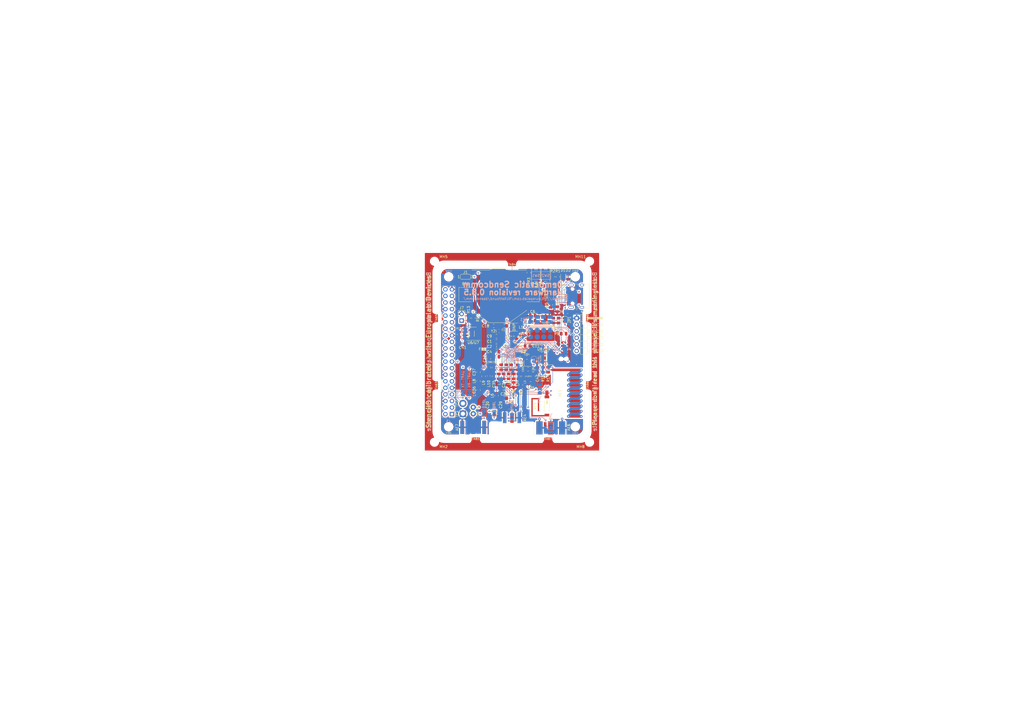
<source format=kicad_pcb>
(kicad_pcb (version 20171130) (host pcbnew 5.1.5+dfsg1-2build2)

  (general
    (thickness 1.6)
    (drawings 110)
    (tracks 915)
    (zones 0)
    (modules 127)
    (nets 133)
  )

  (page A3)
  (title_block
    (title "Democratic Sendcomm")
    (date 2020-10-20)
    (rev 0.8.5)
    (company "Europalab Devices")
    (comment 1 "Copyright © 2020, Europalab Devices")
    (comment 2 "Fulfilling requirements of 20200210")
    (comment 3 "Pending quality assurance testing")
    (comment 4 "Release revision for manufacturing")
  )

  (layers
    (0 F.Cu signal)
    (1 In1.Cu signal)
    (2 In2.Cu signal)
    (31 B.Cu signal)
    (34 B.Paste user)
    (35 F.Paste user)
    (36 B.SilkS user)
    (37 F.SilkS user)
    (38 B.Mask user)
    (39 F.Mask user)
    (40 Dwgs.User user)
    (41 Cmts.User user)
    (44 Edge.Cuts user)
    (45 Margin user)
    (46 B.CrtYd user)
    (47 F.CrtYd user)
    (48 B.Fab user)
    (49 F.Fab user)
  )

  (setup
    (last_trace_width 0.127)
    (user_trace_width 0.1016)
    (user_trace_width 0.127)
    (user_trace_width 0.2)
    (trace_clearance 0.09)
    (zone_clearance 0.508)
    (zone_45_only no)
    (trace_min 0.09)
    (via_size 0.356)
    (via_drill 0.2)
    (via_min_size 0.356)
    (via_min_drill 0.2)
    (user_via 0.45 0.2)
    (user_via 0.6 0.3)
    (uvia_size 0.45)
    (uvia_drill 0.1)
    (uvias_allowed no)
    (uvia_min_size 0.45)
    (uvia_min_drill 0.1)
    (edge_width 0.1)
    (segment_width 0.1)
    (pcb_text_width 0.25)
    (pcb_text_size 1 1)
    (mod_edge_width 0.15)
    (mod_text_size 1 1)
    (mod_text_width 0.15)
    (pad_size 2.5 2.5)
    (pad_drill 2.5)
    (pad_to_mask_clearance 0)
    (aux_axis_origin 0 0)
    (visible_elements 7FFFFFFF)
    (pcbplotparams
      (layerselection 0x313fc_ffffffff)
      (usegerberextensions true)
      (usegerberattributes false)
      (usegerberadvancedattributes false)
      (creategerberjobfile false)
      (excludeedgelayer true)
      (linewidth 0.150000)
      (plotframeref false)
      (viasonmask false)
      (mode 1)
      (useauxorigin false)
      (hpglpennumber 1)
      (hpglpenspeed 20)
      (hpglpendiameter 15.000000)
      (psnegative false)
      (psa4output false)
      (plotreference true)
      (plotvalue true)
      (plotinvisibletext false)
      (padsonsilk false)
      (subtractmaskfromsilk false)
      (outputformat 1)
      (mirror false)
      (drillshape 0)
      (scaleselection 1)
      (outputdirectory "fabsingle"))
  )

  (net 0 "")
  (net 1 GND)
  (net 2 "Net-(AE1-Pad1)")
  (net 3 /Sheet5F53D5B4/RFSWPWR)
  (net 4 "Net-(C8-Pad1)")
  (net 5 /Sheet5F53D5B4/POWAMP)
  (net 6 "Net-(C13-Pad1)")
  (net 7 /Sheet5F53D5B4/HFOUT)
  (net 8 +3V3)
  (net 9 "Net-(C29-Pad1)")
  (net 10 /Sheet5F53D5B4/UART_RX)
  (net 11 /Sheet5F53D5B4/UART_TX)
  (net 12 /Sheet5F53D5B4/HPOUT)
  (net 13 /Sheet5F53D5B4/HFIN)
  (net 14 /Sheet5F53D5B4/BANDSEL)
  (net 15 "Net-(BT1-Pad1)")
  (net 16 /Sheet5F53D5B4/USB_BUS)
  (net 17 "Net-(C33-Pad1)")
  (net 18 "Net-(C34-Pad1)")
  (net 19 /Sheet5F53D5B4/CMDRST)
  (net 20 "Net-(D1-Pad2)")
  (net 21 "Net-(D1-Pad1)")
  (net 22 "Net-(D2-Pad1)")
  (net 23 "Net-(D2-Pad2)")
  (net 24 /Sheet5F53D5B4/USB_P)
  (net 25 /Sheet5F53D5B4/USB_N)
  (net 26 /Sheet60040980/ID_SD)
  (net 27 /Sheet60040980/ID_SC)
  (net 28 /Sheet5F53D5B4/SWDCLK)
  (net 29 "Net-(J3-Pad7)")
  (net 30 "Net-(J3-Pad8)")
  (net 31 "Net-(J4-Pad6)")
  (net 32 /Sheet5F53D5B4/CN_VBAT)
  (net 33 /Sheet5F53D5B4/XCEIV)
  (net 34 /Sheet5F53D5B4/CRYSTAL_XIN-RESERVED)
  (net 35 /Sheet5F53D5B4/CRYSTAL_XOUT-RESERVED)
  (net 36 "Net-(AE5-Pad2)")
  (net 37 "Net-(C1-Pad1)")
  (net 38 "Net-(C7-Pad1)")
  (net 39 "Net-(C14-Pad1)")
  (net 40 "Net-(C17-Pad1)")
  (net 41 "Net-(C18-Pad2)")
  (net 42 "Net-(C19-Pad2)")
  (net 43 "Net-(C23-Pad2)")
  (net 44 "Net-(C23-Pad1)")
  (net 45 "Net-(C24-Pad1)")
  (net 46 "Net-(C24-Pad2)")
  (net 47 "Net-(C29-Pad2)")
  (net 48 "Net-(C33-Pad2)")
  (net 49 "Net-(C35-Pad2)")
  (net 50 "Net-(C40-Pad1)")
  (net 51 "Net-(J2-PadB5)")
  (net 52 "Net-(J2-PadA8)")
  (net 53 "Net-(J2-PadA5)")
  (net 54 "Net-(J2-PadB8)")
  (net 55 "Net-(J2-PadA4)")
  (net 56 "Net-(J3-Pad2)")
  (net 57 "Net-(J3-Pad3)")
  (net 58 "Net-(J3-Pad4)")
  (net 59 "Net-(J3-Pad5)")
  (net 60 "Net-(J3-Pad10)")
  (net 61 "Net-(J3-Pad11)")
  (net 62 "Net-(J3-Pad12)")
  (net 63 "Net-(J3-Pad13)")
  (net 64 "Net-(J3-Pad15)")
  (net 65 "Net-(J3-Pad16)")
  (net 66 "Net-(J3-Pad18)")
  (net 67 "Net-(J3-Pad19)")
  (net 68 "Net-(J3-Pad21)")
  (net 69 "Net-(J3-Pad22)")
  (net 70 "Net-(J3-Pad23)")
  (net 71 "Net-(J3-Pad24)")
  (net 72 "Net-(J3-Pad26)")
  (net 73 "Net-(J3-Pad29)")
  (net 74 "Net-(J3-Pad31)")
  (net 75 "Net-(J3-Pad32)")
  (net 76 "Net-(J3-Pad33)")
  (net 77 "Net-(J3-Pad35)")
  (net 78 "Net-(J3-Pad36)")
  (net 79 "Net-(J3-Pad37)")
  (net 80 "Net-(J3-Pad38)")
  (net 81 "Net-(J3-Pad40)")
  (net 82 "Net-(J4-Pad7)")
  (net 83 "Net-(J4-Pad8)")
  (net 84 "Net-(J5-Pad2)")
  (net 85 "Net-(J5-Pad3)")
  (net 86 "Net-(J5-Pad6)")
  (net 87 "Net-(J6-Pad1)")
  (net 88 "Net-(L1-Pad2)")
  (net 89 "Net-(R3-Pad1)")
  (net 90 "Net-(R4-Pad1)")
  (net 91 "Net-(R4-Pad2)")
  (net 92 "Net-(U2-Pad5)")
  (net 93 "Net-(U3-PadG1)")
  (net 94 "Net-(U3-PadH1)")
  (net 95 "Net-(U3-PadE3)")
  (net 96 "Net-(U3-PadB4)")
  (net 97 "Net-(U3-PadE4)")
  (net 98 "Net-(U3-PadF4)")
  (net 99 "Net-(U3-PadE5)")
  (net 100 "Net-(U3-PadC7)")
  (net 101 "Net-(U3-PadD7)")
  (net 102 "Net-(U3-PadD8)")
  (net 103 "Net-(U5-Pad3)")
  (net 104 "Net-(U5-Pad4)")
  (net 105 "Net-(U8-Pad7)")
  (net 106 "Net-(U8-Pad3)")
  (net 107 "Net-(U8-Pad2)")
  (net 108 "Net-(U8-Pad1)")
  (net 109 "Net-(U9-Pad1)")
  (net 110 "Net-(U9-Pad2)")
  (net 111 "Net-(U9-Pad3)")
  (net 112 "Net-(U9-Pad7)")
  (net 113 /Sheet5F53D5B4/SWDIO)
  (net 114 "Net-(AE2-Pad1)")
  (net 115 "Net-(AE4-Pad1)")
  (net 116 "Net-(AE5-Pad1)")
  (net 117 "Net-(AE6-Pad1)")
  (net 118 "Net-(AE7-Pad1)")
  (net 119 "Net-(JP10-Pad1)")
  (net 120 "Net-(J6-Pad2)")
  (net 121 "Net-(J6-Pad3)")
  (net 122 "Net-(J6-Pad4)")
  (net 123 "Net-(J6-Pad5)")
  (net 124 "Net-(J6-Pad6)")
  (net 125 "Net-(J6-Pad7)")
  (net 126 "Net-(J6-Pad8)")
  (net 127 "Net-(J7-Pad1)")
  (net 128 "Net-(C94-Pad1)")
  (net 129 "Net-(C95-Pad1)")
  (net 130 "Net-(JP26-Pad1)")
  (net 131 /TP_SCL)
  (net 132 /TP_SDA)

  (net_class Default "This is the default net class."
    (clearance 0.09)
    (trace_width 0.09)
    (via_dia 0.356)
    (via_drill 0.2)
    (uvia_dia 0.45)
    (uvia_drill 0.1)
    (add_net +3V3)
    (add_net /Sheet5F53D5B4/BANDSEL)
    (add_net /Sheet5F53D5B4/CMDRST)
    (add_net /Sheet5F53D5B4/CN_VBAT)
    (add_net /Sheet5F53D5B4/CRYSTAL_XIN-RESERVED)
    (add_net /Sheet5F53D5B4/CRYSTAL_XOUT-RESERVED)
    (add_net /Sheet5F53D5B4/HFIN)
    (add_net /Sheet5F53D5B4/HFOUT)
    (add_net /Sheet5F53D5B4/HPOUT)
    (add_net /Sheet5F53D5B4/POWAMP)
    (add_net /Sheet5F53D5B4/RFSWPWR)
    (add_net /Sheet5F53D5B4/SWDCLK)
    (add_net /Sheet5F53D5B4/SWDIO)
    (add_net /Sheet5F53D5B4/UART_RX)
    (add_net /Sheet5F53D5B4/UART_TX)
    (add_net /Sheet5F53D5B4/USB_BUS)
    (add_net /Sheet5F53D5B4/USB_N)
    (add_net /Sheet5F53D5B4/USB_P)
    (add_net /Sheet5F53D5B4/XCEIV)
    (add_net /Sheet60040980/ID_SC)
    (add_net /Sheet60040980/ID_SD)
    (add_net /TP_SCL)
    (add_net /TP_SDA)
    (add_net GND)
    (add_net "Net-(AE1-Pad1)")
    (add_net "Net-(AE2-Pad1)")
    (add_net "Net-(AE4-Pad1)")
    (add_net "Net-(AE5-Pad1)")
    (add_net "Net-(AE5-Pad2)")
    (add_net "Net-(AE6-Pad1)")
    (add_net "Net-(AE7-Pad1)")
    (add_net "Net-(BT1-Pad1)")
    (add_net "Net-(C1-Pad1)")
    (add_net "Net-(C13-Pad1)")
    (add_net "Net-(C14-Pad1)")
    (add_net "Net-(C17-Pad1)")
    (add_net "Net-(C18-Pad2)")
    (add_net "Net-(C19-Pad2)")
    (add_net "Net-(C23-Pad1)")
    (add_net "Net-(C23-Pad2)")
    (add_net "Net-(C24-Pad1)")
    (add_net "Net-(C24-Pad2)")
    (add_net "Net-(C29-Pad1)")
    (add_net "Net-(C29-Pad2)")
    (add_net "Net-(C33-Pad1)")
    (add_net "Net-(C33-Pad2)")
    (add_net "Net-(C34-Pad1)")
    (add_net "Net-(C35-Pad2)")
    (add_net "Net-(C40-Pad1)")
    (add_net "Net-(C7-Pad1)")
    (add_net "Net-(C8-Pad1)")
    (add_net "Net-(C94-Pad1)")
    (add_net "Net-(C95-Pad1)")
    (add_net "Net-(D1-Pad1)")
    (add_net "Net-(D1-Pad2)")
    (add_net "Net-(D2-Pad1)")
    (add_net "Net-(D2-Pad2)")
    (add_net "Net-(J2-PadA4)")
    (add_net "Net-(J2-PadA5)")
    (add_net "Net-(J2-PadA8)")
    (add_net "Net-(J2-PadB5)")
    (add_net "Net-(J2-PadB8)")
    (add_net "Net-(J3-Pad10)")
    (add_net "Net-(J3-Pad11)")
    (add_net "Net-(J3-Pad12)")
    (add_net "Net-(J3-Pad13)")
    (add_net "Net-(J3-Pad15)")
    (add_net "Net-(J3-Pad16)")
    (add_net "Net-(J3-Pad18)")
    (add_net "Net-(J3-Pad19)")
    (add_net "Net-(J3-Pad2)")
    (add_net "Net-(J3-Pad21)")
    (add_net "Net-(J3-Pad22)")
    (add_net "Net-(J3-Pad23)")
    (add_net "Net-(J3-Pad24)")
    (add_net "Net-(J3-Pad26)")
    (add_net "Net-(J3-Pad29)")
    (add_net "Net-(J3-Pad3)")
    (add_net "Net-(J3-Pad31)")
    (add_net "Net-(J3-Pad32)")
    (add_net "Net-(J3-Pad33)")
    (add_net "Net-(J3-Pad35)")
    (add_net "Net-(J3-Pad36)")
    (add_net "Net-(J3-Pad37)")
    (add_net "Net-(J3-Pad38)")
    (add_net "Net-(J3-Pad4)")
    (add_net "Net-(J3-Pad40)")
    (add_net "Net-(J3-Pad5)")
    (add_net "Net-(J3-Pad7)")
    (add_net "Net-(J3-Pad8)")
    (add_net "Net-(J4-Pad6)")
    (add_net "Net-(J4-Pad7)")
    (add_net "Net-(J4-Pad8)")
    (add_net "Net-(J5-Pad2)")
    (add_net "Net-(J5-Pad3)")
    (add_net "Net-(J5-Pad6)")
    (add_net "Net-(J6-Pad1)")
    (add_net "Net-(J6-Pad2)")
    (add_net "Net-(J6-Pad3)")
    (add_net "Net-(J6-Pad4)")
    (add_net "Net-(J6-Pad5)")
    (add_net "Net-(J6-Pad6)")
    (add_net "Net-(J6-Pad7)")
    (add_net "Net-(J6-Pad8)")
    (add_net "Net-(J7-Pad1)")
    (add_net "Net-(JP10-Pad1)")
    (add_net "Net-(JP26-Pad1)")
    (add_net "Net-(L1-Pad2)")
    (add_net "Net-(R3-Pad1)")
    (add_net "Net-(R4-Pad1)")
    (add_net "Net-(R4-Pad2)")
    (add_net "Net-(U2-Pad5)")
    (add_net "Net-(U3-PadB4)")
    (add_net "Net-(U3-PadC7)")
    (add_net "Net-(U3-PadD7)")
    (add_net "Net-(U3-PadD8)")
    (add_net "Net-(U3-PadE3)")
    (add_net "Net-(U3-PadE4)")
    (add_net "Net-(U3-PadE5)")
    (add_net "Net-(U3-PadF4)")
    (add_net "Net-(U3-PadG1)")
    (add_net "Net-(U3-PadH1)")
    (add_net "Net-(U5-Pad3)")
    (add_net "Net-(U5-Pad4)")
    (add_net "Net-(U8-Pad1)")
    (add_net "Net-(U8-Pad2)")
    (add_net "Net-(U8-Pad3)")
    (add_net "Net-(U8-Pad7)")
    (add_net "Net-(U9-Pad1)")
    (add_net "Net-(U9-Pad2)")
    (add_net "Net-(U9-Pad3)")
    (add_net "Net-(U9-Pad7)")
  )

  (net_class Power ""
    (clearance 0.2)
    (trace_width 0.5)
    (via_dia 1)
    (via_drill 0.7)
    (uvia_dia 0.5)
    (uvia_drill 0.1)
  )

  (module TestPoint:TestPoint_THTPad_D2.0mm_Drill1.0mm (layer F.Cu) (tedit 5A0F774F) (tstamp 5FBA0BE2)
    (at 195 172)
    (descr "THT pad as test Point, diameter 2.0mm, hole diameter 1.0mm")
    (tags "test point THT pad")
    (path /5F97637F)
    (attr virtual)
    (fp_text reference TP5 (at 2 0 90) (layer F.SilkS)
      (effects (font (size 0.7 0.7) (thickness 0.1)))
    )
    (fp_text value Probe (at 0 2.25) (layer F.Fab)
      (effects (font (size 1 1) (thickness 0.15)))
    )
    (fp_circle (center 0 0) (end 0 1.2) (layer F.SilkS) (width 0.12))
    (fp_circle (center 0 0) (end 1.5 0) (layer F.CrtYd) (width 0.05))
    (fp_text user %R (at 0 -2.15) (layer F.Fab)
      (effects (font (size 1 1) (thickness 0.15)))
    )
    (pad 1 thru_hole circle (at 0 0) (size 2 2) (drill 1) (layers *.Cu *.Mask)
      (net 131 /TP_SCL))
  )

  (module TestPoint:TestPoint_THTPad_D2.0mm_Drill1.0mm (layer F.Cu) (tedit 5A0F774F) (tstamp 5FBA0BEA)
    (at 195 169.46)
    (descr "THT pad as test Point, diameter 2.0mm, hole diameter 1.0mm")
    (tags "test point THT pad")
    (path /5F97786E)
    (attr virtual)
    (fp_text reference TP6 (at 2 0.04 90) (layer F.SilkS)
      (effects (font (size 0.7 0.7) (thickness 0.1)))
    )
    (fp_text value Probe (at 0 2.25) (layer F.Fab)
      (effects (font (size 1 1) (thickness 0.15)))
    )
    (fp_circle (center 0 0) (end 0 1.2) (layer F.SilkS) (width 0.12))
    (fp_circle (center 0 0) (end 1.5 0) (layer F.CrtYd) (width 0.05))
    (fp_text user %R (at 0 -2.15) (layer F.Fab)
      (effects (font (size 1 1) (thickness 0.15)))
    )
    (pad 1 thru_hole circle (at 0 0) (size 2 2) (drill 1) (layers *.Cu *.Mask)
      (net 132 /TP_SDA))
  )

  (module Elabdev:TFBGA-64_8x8_6.0x6.0mm_P0.65mm (layer F.Cu) (tedit 5F6BA77A) (tstamp 5F68786E)
    (at 210 148)
    (path /5F53D5B5/6052EF69)
    (solder_mask_margin 0.025)
    (clearance 0.0508)
    (attr smd)
    (fp_text reference U3 (at 4.25 0) (layer F.SilkS)
      (effects (font (size 1 1) (thickness 0.15)))
    )
    (fp_text value ATSAMR34 (at 0 4) (layer F.Fab)
      (effects (font (size 1 1) (thickness 0.15)))
    )
    (fp_line (start -2 -3) (end -3 -2) (layer F.Fab) (width 0.1))
    (fp_line (start -3 -2) (end -3 3) (layer F.Fab) (width 0.1))
    (fp_line (start -3 3) (end 3 3) (layer F.Fab) (width 0.1))
    (fp_line (start 3 3) (end 3 -3) (layer F.Fab) (width 0.1))
    (fp_line (start 3 -3) (end -2 -3) (layer F.Fab) (width 0.1))
    (fp_line (start 1.62 -3.12) (end 3.12 -3.12) (layer F.SilkS) (width 0.12))
    (fp_line (start 3.12 -3.12) (end 3.12 -1.62) (layer F.SilkS) (width 0.12))
    (fp_line (start 1.62 -3.12) (end 3.12 -3.12) (layer F.SilkS) (width 0.12))
    (fp_line (start 3.12 -3.12) (end 3.12 -1.62) (layer F.SilkS) (width 0.12))
    (fp_line (start 1.62 3.12) (end 3.12 3.12) (layer F.SilkS) (width 0.12))
    (fp_line (start 3.12 3.12) (end 3.12 1.62) (layer F.SilkS) (width 0.12))
    (fp_line (start 1.62 -3.12) (end 3.12 -3.12) (layer F.SilkS) (width 0.12))
    (fp_line (start 3.12 -3.12) (end 3.12 -1.62) (layer F.SilkS) (width 0.12))
    (fp_line (start -1.62 3.12) (end -3.12 3.12) (layer F.SilkS) (width 0.12))
    (fp_line (start -3.12 3.12) (end -3.12 1.62) (layer F.SilkS) (width 0.12))
    (fp_line (start -1.62 -3.12) (end -2 -3.12) (layer F.SilkS) (width 0.12))
    (fp_line (start -2 -3.12) (end -3.12 -2) (layer F.SilkS) (width 0.12))
    (fp_line (start -3.12 -2) (end -3.12 -1.62) (layer F.SilkS) (width 0.12))
    (fp_circle (center -3 -3) (end -3 -2.9) (layer F.SilkS) (width 0.2))
    (fp_line (start -4 -4) (end 4 -4) (layer F.CrtYd) (width 0.05))
    (fp_line (start 4 -4) (end 4 4) (layer F.CrtYd) (width 0.05))
    (fp_line (start 4 4) (end -4 4) (layer F.CrtYd) (width 0.05))
    (fp_line (start -4 4) (end -4 -4) (layer F.CrtYd) (width 0.05))
    (pad A1 smd circle (at -2.275 -2.275) (size 0.32 0.32) (layers F.Cu F.Paste F.Mask)
      (net 13 /Sheet5F53D5B4/HFIN))
    (pad B1 smd circle (at -2.275 -1.625) (size 0.32 0.32) (layers F.Cu F.Paste F.Mask)
      (net 7 /Sheet5F53D5B4/HFOUT))
    (pad C1 smd circle (at -2.275 -0.975) (size 0.32 0.32) (layers F.Cu F.Paste F.Mask)
      (net 37 "Net-(C1-Pad1)"))
    (pad D1 smd circle (at -2.275 -0.325) (size 0.32 0.32) (layers F.Cu F.Paste F.Mask)
      (net 5 /Sheet5F53D5B4/POWAMP))
    (pad E1 smd circle (at -2.275 0.325) (size 0.32 0.32) (layers F.Cu F.Paste F.Mask)
      (net 1 GND))
    (pad F1 smd circle (at -2.275 0.975) (size 0.32 0.32) (layers F.Cu F.Paste F.Mask)
      (net 12 /Sheet5F53D5B4/HPOUT))
    (pad G1 smd circle (at -2.275 1.625) (size 0.32 0.32) (layers F.Cu F.Paste F.Mask)
      (net 93 "Net-(U3-PadG1)"))
    (pad H1 smd circle (at -2.275 2.275) (size 0.32 0.32) (layers F.Cu F.Paste F.Mask)
      (net 94 "Net-(U3-PadH1)"))
    (pad A2 smd circle (at -1.625 -2.275) (size 0.32 0.32) (layers F.Cu F.Paste F.Mask)
      (net 1 GND))
    (pad B2 smd circle (at -1.625 -1.625) (size 0.32 0.32) (layers F.Cu F.Paste F.Mask)
      (net 1 GND))
    (pad C2 smd circle (at -1.625 -0.975) (size 0.32 0.32) (layers F.Cu F.Paste F.Mask)
      (net 37 "Net-(C1-Pad1)"))
    (pad D2 smd circle (at -1.625 -0.325) (size 0.32 0.32) (layers F.Cu F.Paste F.Mask)
      (net 33 /Sheet5F53D5B4/XCEIV))
    (pad E2 smd circle (at -1.625 0.325) (size 0.32 0.32) (layers F.Cu F.Paste F.Mask)
      (net 1 GND))
    (pad F2 smd circle (at -1.625 0.975) (size 0.32 0.32) (layers F.Cu F.Paste F.Mask)
      (net 1 GND))
    (pad G2 smd circle (at -1.625 1.625) (size 0.32 0.32) (layers F.Cu F.Paste F.Mask)
      (net 1 GND))
    (pad H2 smd circle (at -1.625 2.275) (size 0.32 0.32) (layers F.Cu F.Paste F.Mask)
      (net 39 "Net-(C14-Pad1)"))
    (pad A3 smd circle (at -0.975 -2.275) (size 0.32 0.32) (layers F.Cu F.Paste F.Mask)
      (net 41 "Net-(C18-Pad2)"))
    (pad B3 smd circle (at -0.975 -1.625) (size 0.32 0.32) (layers F.Cu F.Paste F.Mask)
      (net 1 GND))
    (pad C3 smd circle (at -0.975 -0.975) (size 0.32 0.32) (layers F.Cu F.Paste F.Mask)
      (net 32 /Sheet5F53D5B4/CN_VBAT))
    (pad D3 smd circle (at -0.975 -0.325) (size 0.32 0.32) (layers F.Cu F.Paste F.Mask)
      (net 11 /Sheet5F53D5B4/UART_TX))
    (pad E3 smd circle (at -0.975 0.325) (size 0.32 0.32) (layers F.Cu F.Paste F.Mask)
      (net 95 "Net-(U3-PadE3)"))
    (pad F3 smd circle (at -0.975 0.975) (size 0.32 0.32) (layers F.Cu F.Paste F.Mask)
      (net 16 /Sheet5F53D5B4/USB_BUS))
    (pad G3 smd circle (at -0.975 1.625) (size 0.32 0.32) (layers F.Cu F.Paste F.Mask)
      (net 1 GND))
    (pad H3 smd circle (at -0.975 2.275) (size 0.32 0.32) (layers F.Cu F.Paste F.Mask)
      (net 37 "Net-(C1-Pad1)"))
    (pad A4 smd circle (at -0.325 -2.275) (size 0.32 0.32) (layers F.Cu F.Paste F.Mask)
      (net 42 "Net-(C19-Pad2)"))
    (pad B4 smd circle (at -0.325 -1.625) (size 0.32 0.32) (layers F.Cu F.Paste F.Mask)
      (net 96 "Net-(U3-PadB4)"))
    (pad C4 smd circle (at -0.325 -0.975) (size 0.32 0.32) (layers F.Cu F.Paste F.Mask)
      (net 10 /Sheet5F53D5B4/UART_RX))
    (pad D4 smd circle (at -0.325 -0.325) (size 0.32 0.32) (layers F.Cu F.Paste F.Mask)
      (net 1 GND))
    (pad E4 smd circle (at -0.325 0.325) (size 0.32 0.32) (layers F.Cu F.Paste F.Mask)
      (net 97 "Net-(U3-PadE4)"))
    (pad F4 smd circle (at -0.325 0.975) (size 0.32 0.32) (layers F.Cu F.Paste F.Mask)
      (net 98 "Net-(U3-PadF4)"))
    (pad G4 smd circle (at -0.325 1.625) (size 0.32 0.32) (layers F.Cu F.Paste F.Mask)
      (net 8 +3V3))
    (pad H4 smd circle (at -0.325 2.275) (size 0.32 0.32) (layers F.Cu F.Paste F.Mask)
      (net 6 "Net-(C13-Pad1)"))
    (pad A5 smd circle (at 0.325 -2.275) (size 0.32 0.32) (layers F.Cu F.Paste F.Mask)
      (net 40 "Net-(C17-Pad1)"))
    (pad B5 smd circle (at 0.325 -1.625) (size 0.32 0.32) (layers F.Cu F.Paste F.Mask)
      (net 1 GND))
    (pad C5 smd circle (at 0.325 -0.975) (size 0.32 0.32) (layers F.Cu F.Paste F.Mask)
      (net 28 /Sheet5F53D5B4/SWDCLK))
    (pad D5 smd circle (at 0.325 -0.325) (size 0.32 0.32) (layers F.Cu F.Paste F.Mask)
      (net 113 /Sheet5F53D5B4/SWDIO))
    (pad E5 smd circle (at 0.325 0.325) (size 0.32 0.32) (layers F.Cu F.Paste F.Mask)
      (net 99 "Net-(U3-PadE5)"))
    (pad F5 smd circle (at 0.325 0.975) (size 0.32 0.32) (layers F.Cu F.Paste F.Mask)
      (net 3 /Sheet5F53D5B4/RFSWPWR))
    (pad G5 smd circle (at 0.325 1.625) (size 0.32 0.32) (layers F.Cu F.Paste F.Mask)
      (net 1 GND))
    (pad H5 smd circle (at 0.325 2.275) (size 0.32 0.32) (layers F.Cu F.Paste F.Mask)
      (net 1 GND))
    (pad A6 smd circle (at 0.975 -2.275) (size 0.32 0.32) (layers F.Cu F.Paste F.Mask)
      (net 88 "Net-(L1-Pad2)"))
    (pad B6 smd circle (at 0.975 -1.625) (size 0.32 0.32) (layers F.Cu F.Paste F.Mask)
      (net 19 /Sheet5F53D5B4/CMDRST))
    (pad C6 smd circle (at 0.975 -0.975) (size 0.32 0.32) (layers F.Cu F.Paste F.Mask)
      (net 90 "Net-(R4-Pad1)"))
    (pad D6 smd circle (at 0.975 -0.325) (size 0.32 0.32) (layers F.Cu F.Paste F.Mask)
      (net 1 GND))
    (pad E6 smd circle (at 0.975 0.325) (size 0.32 0.32) (layers F.Cu F.Paste F.Mask)
      (net 131 /TP_SCL))
    (pad F6 smd circle (at 0.975 0.975) (size 0.32 0.32) (layers F.Cu F.Paste F.Mask)
      (net 14 /Sheet5F53D5B4/BANDSEL))
    (pad G6 smd circle (at 0.975 1.625) (size 0.32 0.32) (layers F.Cu F.Paste F.Mask)
      (net 1 GND))
    (pad H6 smd circle (at 0.975 2.275) (size 0.32 0.32) (layers F.Cu F.Paste F.Mask)
      (net 128 "Net-(C94-Pad1)"))
    (pad A7 smd circle (at 1.625 -2.275) (size 0.32 0.32) (layers F.Cu F.Paste F.Mask)
      (net 8 +3V3))
    (pad B7 smd circle (at 1.625 -1.625) (size 0.32 0.32) (layers F.Cu F.Paste F.Mask)
      (net 1 GND))
    (pad C7 smd circle (at 1.625 -0.975) (size 0.32 0.32) (layers F.Cu F.Paste F.Mask)
      (net 100 "Net-(U3-PadC7)"))
    (pad D7 smd circle (at 1.625 -0.325) (size 0.32 0.32) (layers F.Cu F.Paste F.Mask)
      (net 101 "Net-(U3-PadD7)"))
    (pad E7 smd circle (at 1.625 0.325) (size 0.32 0.32) (layers F.Cu F.Paste F.Mask)
      (net 21 "Net-(D1-Pad1)"))
    (pad F7 smd circle (at 1.625 0.975) (size 0.32 0.32) (layers F.Cu F.Paste F.Mask)
      (net 132 /TP_SDA))
    (pad G7 smd circle (at 1.625 1.625) (size 0.32 0.32) (layers F.Cu F.Paste F.Mask)
      (net 1 GND))
    (pad H7 smd circle (at 1.625 2.275) (size 0.32 0.32) (layers F.Cu F.Paste F.Mask)
      (net 129 "Net-(C95-Pad1)"))
    (pad A8 smd circle (at 2.275 -2.275) (size 0.32 0.32) (layers F.Cu F.Paste F.Mask)
      (net 8 +3V3))
    (pad B8 smd circle (at 2.275 -1.625) (size 0.32 0.32) (layers F.Cu F.Paste F.Mask)
      (net 25 /Sheet5F53D5B4/USB_N))
    (pad C8 smd circle (at 2.275 -0.975) (size 0.32 0.32) (layers F.Cu F.Paste F.Mask)
      (net 24 /Sheet5F53D5B4/USB_P))
    (pad D8 smd circle (at 2.275 -0.325) (size 0.32 0.32) (layers F.Cu F.Paste F.Mask)
      (net 102 "Net-(U3-PadD8)"))
    (pad E8 smd circle (at 2.275 0.325) (size 0.32 0.32) (layers F.Cu F.Paste F.Mask)
      (net 22 "Net-(D2-Pad1)"))
    (pad F8 smd circle (at 2.275 0.975) (size 0.32 0.32) (layers F.Cu F.Paste F.Mask)
      (net 34 /Sheet5F53D5B4/CRYSTAL_XIN-RESERVED))
    (pad G8 smd circle (at 2.275 1.625) (size 0.32 0.32) (layers F.Cu F.Paste F.Mask)
      (net 35 /Sheet5F53D5B4/CRYSTAL_XOUT-RESERVED))
    (pad H8 smd circle (at 2.275 2.275) (size 0.32 0.32) (layers F.Cu F.Paste F.Mask)
      (net 8 +3V3))
    (model ${KISYS3DMOD}/Package_BGA.3dshapes/TFBGA-64_5x5mm_Layout8x8_P0.5mm.wrl
      (at (xyz 0 0 0))
      (scale (xyz 1.2 1.2 1.2))
      (rotate (xyz 0 0 0))
    )
  )

  (module Inductor_SMD:L_0603_1608Metric (layer F.Cu) (tedit 5B301BBE) (tstamp 5F687507)
    (at 201 157.35 270)
    (descr "Inductor SMD 0603 (1608 Metric), square (rectangular) end terminal, IPC_7351 nominal, (Body size source: http://www.tortai-tech.com/upload/download/2011102023233369053.pdf), generated with kicad-footprint-generator")
    (tags inductor)
    (path /5F5C0728/5F5D6DC7)
    (attr smd)
    (fp_text reference L10 (at 3 0 90) (layer F.SilkS)
      (effects (font (size 1 1) (thickness 0.15)))
    )
    (fp_text value 11nH (at 0 1.65 90) (layer F.Fab)
      (effects (font (size 1 1) (thickness 0.15)))
    )
    (fp_text user %R (at 0 0 90) (layer F.Fab)
      (effects (font (size 0.5 0.5) (thickness 0.08)))
    )
    (fp_line (start 1.48 0.73) (end -1.48 0.73) (layer F.CrtYd) (width 0.05))
    (fp_line (start 1.48 -0.73) (end 1.48 0.73) (layer F.CrtYd) (width 0.05))
    (fp_line (start -1.48 -0.73) (end 1.48 -0.73) (layer F.CrtYd) (width 0.05))
    (fp_line (start -1.48 0.73) (end -1.48 -0.73) (layer F.CrtYd) (width 0.05))
    (fp_line (start -0.162779 0.51) (end 0.162779 0.51) (layer F.SilkS) (width 0.12))
    (fp_line (start -0.162779 -0.51) (end 0.162779 -0.51) (layer F.SilkS) (width 0.12))
    (fp_line (start 0.8 0.4) (end -0.8 0.4) (layer F.Fab) (width 0.1))
    (fp_line (start 0.8 -0.4) (end 0.8 0.4) (layer F.Fab) (width 0.1))
    (fp_line (start -0.8 -0.4) (end 0.8 -0.4) (layer F.Fab) (width 0.1))
    (fp_line (start -0.8 0.4) (end -0.8 -0.4) (layer F.Fab) (width 0.1))
    (pad 2 smd roundrect (at 0.7875 0 270) (size 0.875 0.95) (layers F.Cu F.Paste F.Mask) (roundrect_rratio 0.25)
      (net 49 "Net-(C35-Pad2)"))
    (pad 1 smd roundrect (at -0.7875 0 270) (size 0.875 0.95) (layers F.Cu F.Paste F.Mask) (roundrect_rratio 0.25)
      (net 18 "Net-(C34-Pad1)"))
    (model ${KISYS3DMOD}/Inductor_SMD.3dshapes/L_0603_1608Metric.wrl
      (at (xyz 0 0 0))
      (scale (xyz 1 1 1))
      (rotate (xyz 0 0 0))
    )
  )

  (module Elabdev:L_Murata_LQH3NPN (layer F.Cu) (tedit 5FADCCA6) (tstamp 5F68751C)
    (at 210.75 138.5)
    (descr https://www.murata.com/~/media/webrenewal/products/inductor/chip/tokoproducts/wirewoundferritetypeforpl/m_dem3518c.ashx)
    (tags "Inductor SMD DEM35xxC")
    (path /5F53D5B5/5F643B51)
    (attr smd)
    (fp_text reference L1 (at 2.75 0) (layer F.SilkS)
      (effects (font (size 1 1) (thickness 0.15)))
    )
    (fp_text value LQH3NPN100MJRL (at 0 3.024) (layer F.Fab)
      (effects (font (size 1 1) (thickness 0.15)))
    )
    (fp_line (start -1.75 -1.6) (end -1.75 1.6) (layer F.CrtYd) (width 0.05))
    (fp_line (start -1.75 1.6) (end 1.75 1.6) (layer F.CrtYd) (width 0.05))
    (fp_line (start 1.75 1.6) (end 1.75 -1.6) (layer F.CrtYd) (width 0.05))
    (fp_line (start 1.75 -1.6) (end -1.75 -1.6) (layer F.CrtYd) (width 0.05))
    (fp_line (start -1.5 -1.35) (end 1.5 -1.35) (layer F.Fab) (width 0.1))
    (fp_line (start 1.5 -1.35) (end 1.5 1.35) (layer F.Fab) (width 0.1))
    (fp_line (start 1.5 1.35) (end -1.5 1.35) (layer F.Fab) (width 0.1))
    (fp_line (start -1.5 1.35) (end -1.5 -1.35) (layer F.Fab) (width 0.1))
    (fp_line (start -1.5 -1.6) (end 1.5 -1.6) (layer F.SilkS) (width 0.12))
    (fp_line (start -1.5 1.6) (end 1.5 1.6) (layer F.SilkS) (width 0.12))
    (fp_text user %R (at 0 0) (layer F.Fab)
      (effects (font (size 0.7 0.7) (thickness 0.105)))
    )
    (pad 1 smd rect (at -1.1 0) (size 0.8 2.7) (layers F.Cu F.Paste F.Mask)
      (net 40 "Net-(C17-Pad1)"))
    (pad 2 smd rect (at 1.1 0) (size 0.8 2.7) (layers F.Cu F.Paste F.Mask)
      (net 88 "Net-(L1-Pad2)"))
    (model ${KISYS3DMOD}/Inductor_SMD.3dshapes/L_Murata_DEM35xxC.wrl
      (at (xyz 0 0 0))
      (scale (xyz 1 1 1))
      (rotate (xyz 0 0 0))
    )
  )

  (module Elabdev:Panel_Mousetab_25mm_Single (layer F.Cu) (tedit 5CD9E502) (tstamp 5F680FEC)
    (at 224 181.75 90)
    (path /5CD9EB0D)
    (fp_text reference TAB7 (at 0 0) (layer F.SilkS)
      (effects (font (size 0.8 0.8) (thickness 0.13)))
    )
    (fp_text value Pantab (at 0 3.5 90) (layer F.Fab)
      (effects (font (size 1 1) (thickness 0.15)))
    )
    (fp_line (start 1.25 -2.2) (end 1.25 2.2) (layer F.Fab) (width 0.15))
    (fp_line (start -1.25 -2.2) (end -1.25 2.2) (layer F.Fab) (width 0.15))
    (fp_line (start 2.1 -2.6) (end 2.1 2.6) (layer F.CrtYd) (width 0.15))
    (fp_line (start 2.1 2.6) (end -2.1 2.6) (layer F.CrtYd) (width 0.15))
    (fp_line (start -2.1 2.6) (end -2.1 -2.6) (layer F.CrtYd) (width 0.15))
    (fp_line (start -2.1 -2.6) (end 2.1 -2.6) (layer F.CrtYd) (width 0.15))
    (pad "" np_thru_hole circle (at 1.35 2 90) (size 0.5 0.5) (drill 0.5) (layers *.Cu))
    (pad "" np_thru_hole circle (at 1.35 1.2 90) (size 0.5 0.5) (drill 0.5) (layers *.Cu))
    (pad "" np_thru_hole circle (at 1.35 0.4 90) (size 0.5 0.5) (drill 0.5) (layers *.Cu))
    (pad "" np_thru_hole circle (at 1.35 -0.4 90) (size 0.5 0.5) (drill 0.5) (layers *.Cu))
    (pad "" np_thru_hole circle (at 1.35 -1.2 90) (size 0.5 0.5) (drill 0.5) (layers *.Cu))
    (pad "" np_thru_hole circle (at 1.35 -2 90) (size 0.5 0.5) (drill 0.5) (layers *.Cu))
  )

  (module Elabdev:Panel_Mousetab_25mm_Single (layer F.Cu) (tedit 5CD9E59A) (tstamp 5F4C0A71)
    (at 210 114.25 270)
    (path /5CD5C3A7)
    (fp_text reference TAB4 (at 0 0 180) (layer F.SilkS)
      (effects (font (size 0.8 0.8) (thickness 0.13)))
    )
    (fp_text value Pantab (at 0 -3.5 270) (layer F.Fab)
      (effects (font (size 1 1) (thickness 0.15)))
    )
    (fp_line (start 1.25 -2.2) (end 1.25 2.2) (layer F.Fab) (width 0.15))
    (fp_line (start -1.25 -2.2) (end -1.25 2.2) (layer F.Fab) (width 0.15))
    (fp_line (start 2.1 -2.6) (end 2.1 2.6) (layer F.CrtYd) (width 0.15))
    (fp_line (start 2.1 2.6) (end -2.1 2.6) (layer F.CrtYd) (width 0.15))
    (fp_line (start -2.1 2.6) (end -2.1 -2.6) (layer F.CrtYd) (width 0.15))
    (fp_line (start -2.1 -2.6) (end 2.1 -2.6) (layer F.CrtYd) (width 0.15))
    (pad "" np_thru_hole circle (at 1.35 2 270) (size 0.5 0.5) (drill 0.5) (layers *.Cu))
    (pad "" np_thru_hole circle (at 1.35 1.2 270) (size 0.5 0.5) (drill 0.5) (layers *.Cu))
    (pad "" np_thru_hole circle (at 1.35 0.4 270) (size 0.5 0.5) (drill 0.5) (layers *.Cu))
    (pad "" np_thru_hole circle (at 1.35 -0.4 270) (size 0.5 0.5) (drill 0.5) (layers *.Cu))
    (pad "" np_thru_hole circle (at 1.35 -1.2 270) (size 0.5 0.5) (drill 0.5) (layers *.Cu))
    (pad "" np_thru_hole circle (at 1.35 -2 270) (size 0.5 0.5) (drill 0.5) (layers *.Cu))
  )

  (module Elabdev:Panel_Mousetab_25mm_Single (layer F.Cu) (tedit 5CD9E502) (tstamp 5CE1C45C)
    (at 196 181.75 90)
    (path /5CD9EB0D)
    (fp_text reference TAB1 (at 0 0) (layer F.SilkS)
      (effects (font (size 0.8 0.8) (thickness 0.13)))
    )
    (fp_text value Pantab (at 0 3.5 90) (layer F.Fab)
      (effects (font (size 1 1) (thickness 0.15)))
    )
    (fp_line (start -2.1 -2.6) (end 2.1 -2.6) (layer F.CrtYd) (width 0.15))
    (fp_line (start -2.1 2.6) (end -2.1 -2.6) (layer F.CrtYd) (width 0.15))
    (fp_line (start 2.1 2.6) (end -2.1 2.6) (layer F.CrtYd) (width 0.15))
    (fp_line (start 2.1 -2.6) (end 2.1 2.6) (layer F.CrtYd) (width 0.15))
    (fp_line (start -1.25 -2.2) (end -1.25 2.2) (layer F.Fab) (width 0.15))
    (fp_line (start 1.25 -2.2) (end 1.25 2.2) (layer F.Fab) (width 0.15))
    (pad "" np_thru_hole circle (at 1.35 -2 90) (size 0.5 0.5) (drill 0.5) (layers *.Cu))
    (pad "" np_thru_hole circle (at 1.35 -1.2 90) (size 0.5 0.5) (drill 0.5) (layers *.Cu))
    (pad "" np_thru_hole circle (at 1.35 -0.4 90) (size 0.5 0.5) (drill 0.5) (layers *.Cu))
    (pad "" np_thru_hole circle (at 1.35 0.4 90) (size 0.5 0.5) (drill 0.5) (layers *.Cu))
    (pad "" np_thru_hole circle (at 1.35 1.2 90) (size 0.5 0.5) (drill 0.5) (layers *.Cu))
    (pad "" np_thru_hole circle (at 1.35 2 90) (size 0.5 0.5) (drill 0.5) (layers *.Cu))
  )

  (module Elabdev:Panel_Mousetab_25mm_Single (layer F.Cu) (tedit 5CD5AA6C) (tstamp 5F4C1007)
    (at 180.75 161)
    (path /5CD5C074)
    (fp_text reference TAB2 (at 0 0 90) (layer F.SilkS)
      (effects (font (size 0.8 0.8) (thickness 0.13)))
    )
    (fp_text value Pantab (at -2.5 0 -270) (layer F.Fab)
      (effects (font (size 1 1) (thickness 0.15)))
    )
    (fp_line (start -2.1 -2.6) (end 2.1 -2.6) (layer F.CrtYd) (width 0.15))
    (fp_line (start -2.1 2.6) (end -2.1 -2.6) (layer F.CrtYd) (width 0.15))
    (fp_line (start 2.1 2.6) (end -2.1 2.6) (layer F.CrtYd) (width 0.15))
    (fp_line (start 2.1 -2.6) (end 2.1 2.6) (layer F.CrtYd) (width 0.15))
    (fp_line (start -1.25 -2.2) (end -1.25 2.2) (layer F.Fab) (width 0.15))
    (fp_line (start 1.25 -2.2) (end 1.25 2.2) (layer F.Fab) (width 0.15))
    (pad "" np_thru_hole circle (at 1.35 -2) (size 0.5 0.5) (drill 0.5) (layers *.Cu))
    (pad "" np_thru_hole circle (at 1.35 -1.2) (size 0.5 0.5) (drill 0.5) (layers *.Cu))
    (pad "" np_thru_hole circle (at 1.35 -0.4) (size 0.5 0.5) (drill 0.5) (layers *.Cu))
    (pad "" np_thru_hole circle (at 1.35 0.4) (size 0.5 0.5) (drill 0.5) (layers *.Cu))
    (pad "" np_thru_hole circle (at 1.35 1.2) (size 0.5 0.5) (drill 0.5) (layers *.Cu))
    (pad "" np_thru_hole circle (at 1.35 2) (size 0.5 0.5) (drill 0.5) (layers *.Cu))
  )

  (module Elabdev:Panel_Mousetab_25mm_Single (layer F.Cu) (tedit 5CD5AA6C) (tstamp 5F4C1047)
    (at 180.75 135)
    (path /5CD5C074)
    (fp_text reference TAB3 (at 0 0 90) (layer F.SilkS)
      (effects (font (size 0.8 0.8) (thickness 0.13)))
    )
    (fp_text value Pantab (at -2.5 0 -270) (layer F.Fab)
      (effects (font (size 1 1) (thickness 0.15)))
    )
    (fp_line (start 1.25 -2.2) (end 1.25 2.2) (layer F.Fab) (width 0.15))
    (fp_line (start -1.25 -2.2) (end -1.25 2.2) (layer F.Fab) (width 0.15))
    (fp_line (start 2.1 -2.6) (end 2.1 2.6) (layer F.CrtYd) (width 0.15))
    (fp_line (start 2.1 2.6) (end -2.1 2.6) (layer F.CrtYd) (width 0.15))
    (fp_line (start -2.1 2.6) (end -2.1 -2.6) (layer F.CrtYd) (width 0.15))
    (fp_line (start -2.1 -2.6) (end 2.1 -2.6) (layer F.CrtYd) (width 0.15))
    (pad "" np_thru_hole circle (at 1.35 2) (size 0.5 0.5) (drill 0.5) (layers *.Cu))
    (pad "" np_thru_hole circle (at 1.35 1.2) (size 0.5 0.5) (drill 0.5) (layers *.Cu))
    (pad "" np_thru_hole circle (at 1.35 0.4) (size 0.5 0.5) (drill 0.5) (layers *.Cu))
    (pad "" np_thru_hole circle (at 1.35 -0.4) (size 0.5 0.5) (drill 0.5) (layers *.Cu))
    (pad "" np_thru_hole circle (at 1.35 -1.2) (size 0.5 0.5) (drill 0.5) (layers *.Cu))
    (pad "" np_thru_hole circle (at 1.35 -2) (size 0.5 0.5) (drill 0.5) (layers *.Cu))
  )

  (module Elabdev:Panel_Mousetab_25mm_Single (layer F.Cu) (tedit 5CD5AA6C) (tstamp 5F4C108A)
    (at 239.25 135 180)
    (path /5CD5C074)
    (fp_text reference TAB5 (at 0 0 90) (layer F.SilkS)
      (effects (font (size 0.8 0.8) (thickness 0.13)))
    )
    (fp_text value Pantab (at -2.5 0 90) (layer F.Fab)
      (effects (font (size 1 1) (thickness 0.15)))
    )
    (fp_line (start 1.25 -2.2) (end 1.25 2.2) (layer F.Fab) (width 0.15))
    (fp_line (start -1.25 -2.2) (end -1.25 2.2) (layer F.Fab) (width 0.15))
    (fp_line (start 2.1 -2.6) (end 2.1 2.6) (layer F.CrtYd) (width 0.15))
    (fp_line (start 2.1 2.6) (end -2.1 2.6) (layer F.CrtYd) (width 0.15))
    (fp_line (start -2.1 2.6) (end -2.1 -2.6) (layer F.CrtYd) (width 0.15))
    (fp_line (start -2.1 -2.6) (end 2.1 -2.6) (layer F.CrtYd) (width 0.15))
    (pad "" np_thru_hole circle (at 1.35 2 180) (size 0.5 0.5) (drill 0.5) (layers *.Cu))
    (pad "" np_thru_hole circle (at 1.35 1.2 180) (size 0.5 0.5) (drill 0.5) (layers *.Cu))
    (pad "" np_thru_hole circle (at 1.35 0.4 180) (size 0.5 0.5) (drill 0.5) (layers *.Cu))
    (pad "" np_thru_hole circle (at 1.35 -0.4 180) (size 0.5 0.5) (drill 0.5) (layers *.Cu))
    (pad "" np_thru_hole circle (at 1.35 -1.2 180) (size 0.5 0.5) (drill 0.5) (layers *.Cu))
    (pad "" np_thru_hole circle (at 1.35 -2 180) (size 0.5 0.5) (drill 0.5) (layers *.Cu))
  )

  (module Elabdev:Panel_Mousetab_25mm_Single (layer F.Cu) (tedit 5CD5AA6C) (tstamp 5F4C1067)
    (at 239.25 161 180)
    (path /5CD5C074)
    (fp_text reference TAB6 (at 0 0 90) (layer F.SilkS)
      (effects (font (size 0.8 0.8) (thickness 0.13)))
    )
    (fp_text value Pantab (at -2.5 0 90) (layer F.Fab)
      (effects (font (size 1 1) (thickness 0.15)))
    )
    (fp_line (start -2.1 -2.6) (end 2.1 -2.6) (layer F.CrtYd) (width 0.15))
    (fp_line (start -2.1 2.6) (end -2.1 -2.6) (layer F.CrtYd) (width 0.15))
    (fp_line (start 2.1 2.6) (end -2.1 2.6) (layer F.CrtYd) (width 0.15))
    (fp_line (start 2.1 -2.6) (end 2.1 2.6) (layer F.CrtYd) (width 0.15))
    (fp_line (start -1.25 -2.2) (end -1.25 2.2) (layer F.Fab) (width 0.15))
    (fp_line (start 1.25 -2.2) (end 1.25 2.2) (layer F.Fab) (width 0.15))
    (pad "" np_thru_hole circle (at 1.35 -2 180) (size 0.5 0.5) (drill 0.5) (layers *.Cu))
    (pad "" np_thru_hole circle (at 1.35 -1.2 180) (size 0.5 0.5) (drill 0.5) (layers *.Cu))
    (pad "" np_thru_hole circle (at 1.35 -0.4 180) (size 0.5 0.5) (drill 0.5) (layers *.Cu))
    (pad "" np_thru_hole circle (at 1.35 0.4 180) (size 0.5 0.5) (drill 0.5) (layers *.Cu))
    (pad "" np_thru_hole circle (at 1.35 1.2 180) (size 0.5 0.5) (drill 0.5) (layers *.Cu))
    (pad "" np_thru_hole circle (at 1.35 2 180) (size 0.5 0.5) (drill 0.5) (layers *.Cu))
  )

  (module Connector_PinSocket_2.54mm:PinSocket_2x20_P2.54mm_Vertical (layer B.Cu) (tedit 5A19A433) (tstamp 5F683F15)
    (at 186.77 172.13)
    (descr "Through hole straight socket strip, 2x20, 2.54mm pitch, double cols (from Kicad 4.0.7), script generated")
    (tags "Through hole socket strip THT 2x20 2.54mm double row")
    (path /60040981/5F6A7FD9)
    (fp_text reference J3 (at -1.27 2.77) (layer B.SilkS)
      (effects (font (size 1 1) (thickness 0.15)) (justify mirror))
    )
    (fp_text value RPIHAT-40W (at -1.27 -51.03) (layer B.Fab)
      (effects (font (size 1 1) (thickness 0.15)) (justify mirror))
    )
    (fp_line (start -3.81 1.27) (end 0.27 1.27) (layer B.Fab) (width 0.1))
    (fp_line (start 0.27 1.27) (end 1.27 0.27) (layer B.Fab) (width 0.1))
    (fp_line (start 1.27 0.27) (end 1.27 -49.53) (layer B.Fab) (width 0.1))
    (fp_line (start 1.27 -49.53) (end -3.81 -49.53) (layer B.Fab) (width 0.1))
    (fp_line (start -3.81 -49.53) (end -3.81 1.27) (layer B.Fab) (width 0.1))
    (fp_line (start -3.87 1.33) (end -1.27 1.33) (layer B.SilkS) (width 0.12))
    (fp_line (start -3.87 1.33) (end -3.87 -49.59) (layer B.SilkS) (width 0.12))
    (fp_line (start -3.87 -49.59) (end 1.33 -49.59) (layer B.SilkS) (width 0.12))
    (fp_line (start 1.33 -1.27) (end 1.33 -49.59) (layer B.SilkS) (width 0.12))
    (fp_line (start -1.27 -1.27) (end 1.33 -1.27) (layer B.SilkS) (width 0.12))
    (fp_line (start -1.27 1.33) (end -1.27 -1.27) (layer B.SilkS) (width 0.12))
    (fp_line (start 1.33 1.33) (end 1.33 0) (layer B.SilkS) (width 0.12))
    (fp_line (start 0 1.33) (end 1.33 1.33) (layer B.SilkS) (width 0.12))
    (fp_line (start -4.34 1.8) (end 1.76 1.8) (layer B.CrtYd) (width 0.05))
    (fp_line (start 1.76 1.8) (end 1.76 -50) (layer B.CrtYd) (width 0.05))
    (fp_line (start 1.76 -50) (end -4.34 -50) (layer B.CrtYd) (width 0.05))
    (fp_line (start -4.34 -50) (end -4.34 1.8) (layer B.CrtYd) (width 0.05))
    (fp_text user %R (at -1.27 -24.13 -90) (layer B.Fab)
      (effects (font (size 1 1) (thickness 0.15)) (justify mirror))
    )
    (pad 1 thru_hole rect (at 0 0) (size 1.7 1.7) (drill 1) (layers *.Cu *.Mask)
      (net 8 +3V3))
    (pad 2 thru_hole oval (at -2.54 0) (size 1.7 1.7) (drill 1) (layers *.Cu *.Mask)
      (net 56 "Net-(J3-Pad2)"))
    (pad 3 thru_hole oval (at 0 -2.54) (size 1.7 1.7) (drill 1) (layers *.Cu *.Mask)
      (net 57 "Net-(J3-Pad3)"))
    (pad 4 thru_hole oval (at -2.54 -2.54) (size 1.7 1.7) (drill 1) (layers *.Cu *.Mask)
      (net 58 "Net-(J3-Pad4)"))
    (pad 5 thru_hole oval (at 0 -5.08) (size 1.7 1.7) (drill 1) (layers *.Cu *.Mask)
      (net 59 "Net-(J3-Pad5)"))
    (pad 6 thru_hole oval (at -2.54 -5.08) (size 1.7 1.7) (drill 1) (layers *.Cu *.Mask)
      (net 1 GND))
    (pad 7 thru_hole oval (at 0 -7.62) (size 1.7 1.7) (drill 1) (layers *.Cu *.Mask)
      (net 29 "Net-(J3-Pad7)"))
    (pad 8 thru_hole oval (at -2.54 -7.62) (size 1.7 1.7) (drill 1) (layers *.Cu *.Mask)
      (net 30 "Net-(J3-Pad8)"))
    (pad 9 thru_hole oval (at 0 -10.16) (size 1.7 1.7) (drill 1) (layers *.Cu *.Mask)
      (net 1 GND))
    (pad 10 thru_hole oval (at -2.54 -10.16) (size 1.7 1.7) (drill 1) (layers *.Cu *.Mask)
      (net 60 "Net-(J3-Pad10)"))
    (pad 11 thru_hole oval (at 0 -12.7) (size 1.7 1.7) (drill 1) (layers *.Cu *.Mask)
      (net 61 "Net-(J3-Pad11)"))
    (pad 12 thru_hole oval (at -2.54 -12.7) (size 1.7 1.7) (drill 1) (layers *.Cu *.Mask)
      (net 62 "Net-(J3-Pad12)"))
    (pad 13 thru_hole oval (at 0 -15.24) (size 1.7 1.7) (drill 1) (layers *.Cu *.Mask)
      (net 63 "Net-(J3-Pad13)"))
    (pad 14 thru_hole oval (at -2.54 -15.24) (size 1.7 1.7) (drill 1) (layers *.Cu *.Mask)
      (net 1 GND))
    (pad 15 thru_hole oval (at 0 -17.78) (size 1.7 1.7) (drill 1) (layers *.Cu *.Mask)
      (net 64 "Net-(J3-Pad15)"))
    (pad 16 thru_hole oval (at -2.54 -17.78) (size 1.7 1.7) (drill 1) (layers *.Cu *.Mask)
      (net 65 "Net-(J3-Pad16)"))
    (pad 17 thru_hole oval (at 0 -20.32) (size 1.7 1.7) (drill 1) (layers *.Cu *.Mask)
      (net 8 +3V3))
    (pad 18 thru_hole oval (at -2.54 -20.32) (size 1.7 1.7) (drill 1) (layers *.Cu *.Mask)
      (net 66 "Net-(J3-Pad18)"))
    (pad 19 thru_hole oval (at 0 -22.86) (size 1.7 1.7) (drill 1) (layers *.Cu *.Mask)
      (net 67 "Net-(J3-Pad19)"))
    (pad 20 thru_hole oval (at -2.54 -22.86) (size 1.7 1.7) (drill 1) (layers *.Cu *.Mask)
      (net 1 GND))
    (pad 21 thru_hole oval (at 0 -25.4) (size 1.7 1.7) (drill 1) (layers *.Cu *.Mask)
      (net 68 "Net-(J3-Pad21)"))
    (pad 22 thru_hole oval (at -2.54 -25.4) (size 1.7 1.7) (drill 1) (layers *.Cu *.Mask)
      (net 69 "Net-(J3-Pad22)"))
    (pad 23 thru_hole oval (at 0 -27.94) (size 1.7 1.7) (drill 1) (layers *.Cu *.Mask)
      (net 70 "Net-(J3-Pad23)"))
    (pad 24 thru_hole oval (at -2.54 -27.94) (size 1.7 1.7) (drill 1) (layers *.Cu *.Mask)
      (net 71 "Net-(J3-Pad24)"))
    (pad 25 thru_hole oval (at 0 -30.48) (size 1.7 1.7) (drill 1) (layers *.Cu *.Mask)
      (net 1 GND))
    (pad 26 thru_hole oval (at -2.54 -30.48) (size 1.7 1.7) (drill 1) (layers *.Cu *.Mask)
      (net 72 "Net-(J3-Pad26)"))
    (pad 27 thru_hole oval (at 0 -33.02) (size 1.7 1.7) (drill 1) (layers *.Cu *.Mask)
      (net 26 /Sheet60040980/ID_SD))
    (pad 28 thru_hole oval (at -2.54 -33.02) (size 1.7 1.7) (drill 1) (layers *.Cu *.Mask)
      (net 27 /Sheet60040980/ID_SC))
    (pad 29 thru_hole oval (at 0 -35.56) (size 1.7 1.7) (drill 1) (layers *.Cu *.Mask)
      (net 73 "Net-(J3-Pad29)"))
    (pad 30 thru_hole oval (at -2.54 -35.56) (size 1.7 1.7) (drill 1) (layers *.Cu *.Mask)
      (net 1 GND))
    (pad 31 thru_hole oval (at 0 -38.1) (size 1.7 1.7) (drill 1) (layers *.Cu *.Mask)
      (net 74 "Net-(J3-Pad31)"))
    (pad 32 thru_hole oval (at -2.54 -38.1) (size 1.7 1.7) (drill 1) (layers *.Cu *.Mask)
      (net 75 "Net-(J3-Pad32)"))
    (pad 33 thru_hole oval (at 0 -40.64) (size 1.7 1.7) (drill 1) (layers *.Cu *.Mask)
      (net 76 "Net-(J3-Pad33)"))
    (pad 34 thru_hole oval (at -2.54 -40.64) (size 1.7 1.7) (drill 1) (layers *.Cu *.Mask)
      (net 1 GND))
    (pad 35 thru_hole oval (at 0 -43.18) (size 1.7 1.7) (drill 1) (layers *.Cu *.Mask)
      (net 77 "Net-(J3-Pad35)"))
    (pad 36 thru_hole oval (at -2.54 -43.18) (size 1.7 1.7) (drill 1) (layers *.Cu *.Mask)
      (net 78 "Net-(J3-Pad36)"))
    (pad 37 thru_hole oval (at 0 -45.72) (size 1.7 1.7) (drill 1) (layers *.Cu *.Mask)
      (net 79 "Net-(J3-Pad37)"))
    (pad 38 thru_hole oval (at -2.54 -45.72) (size 1.7 1.7) (drill 1) (layers *.Cu *.Mask)
      (net 80 "Net-(J3-Pad38)"))
    (pad 39 thru_hole oval (at 0 -48.26) (size 1.7 1.7) (drill 1) (layers *.Cu *.Mask)
      (net 1 GND))
    (pad 40 thru_hole oval (at -2.54 -48.26) (size 1.7 1.7) (drill 1) (layers *.Cu *.Mask)
      (net 81 "Net-(J3-Pad40)"))
    (model ${KISYS3DMOD}/Connector_PinSocket_2.54mm.3dshapes/PinSocket_2x20_P2.54mm_Vertical.wrl
      (at (xyz 0 0 0))
      (scale (xyz 1 1 1))
      (rotate (xyz 0 0 0))
    )
  )

  (module RF_Antenna:Texas_SWRA416_868MHz_915MHz (layer F.Cu) (tedit 5CF40AFD) (tstamp 5F686F31)
    (at 231 164 270)
    (descr http://www.ti.com/lit/an/swra416/swra416.pdf)
    (tags "PCB antenna")
    (path /5F5C0728/60008187)
    (attr smd)
    (fp_text reference AE1 (at 0 2.5 90) (layer F.SilkS)
      (effects (font (size 1 1) (thickness 0.15)))
    )
    (fp_text value Antenna (at 0.1 -7.6 90) (layer F.Fab)
      (effects (font (size 1 1) (thickness 0.15)))
    )
    (fp_line (start 9.7 2.1) (end 6.2 5.7) (layer Dwgs.User) (width 0.12))
    (fp_line (start 9.7 0.1) (end 4.3 5.7) (layer Dwgs.User) (width 0.12))
    (fp_line (start 9.7 -1.9) (end 2.3 5.7) (layer Dwgs.User) (width 0.12))
    (fp_line (start 9.7 -3.9) (end 0.2 5.7) (layer Dwgs.User) (width 0.12))
    (fp_line (start 9.7 -5.9) (end -1.8 5.7) (layer Dwgs.User) (width 0.12))
    (fp_line (start 8.3 -6.5) (end -3.8 5.7) (layer Dwgs.User) (width 0.12))
    (fp_line (start 6.3 -6.5) (end -5.8 5.7) (layer Dwgs.User) (width 0.12))
    (fp_line (start 4.3 -6.5) (end -7.8 5.7) (layer Dwgs.User) (width 0.12))
    (fp_line (start -9.7 5.5) (end 2.3 -6.5) (layer Dwgs.User) (width 0.12))
    (fp_line (start -9.7 3.5) (end 0.3 -6.5) (layer Dwgs.User) (width 0.12))
    (fp_line (start -9.7 1.5) (end -1.7 -6.5) (layer Dwgs.User) (width 0.12))
    (fp_line (start -9.7 -0.5) (end -3.7 -6.5) (layer Dwgs.User) (width 0.12))
    (fp_line (start -9.7 -2.5) (end -5.7 -6.5) (layer Dwgs.User) (width 0.12))
    (fp_line (start -9.7 -4.5) (end -7.7 -6.5) (layer Dwgs.User) (width 0.12))
    (fp_line (start 9.7 -6.5) (end -9.7 -6.5) (layer Dwgs.User) (width 0.15))
    (fp_line (start 9.7 5.7) (end 9.7 -6.5) (layer Dwgs.User) (width 0.15))
    (fp_line (start -9.7 5.7) (end 9.7 5.7) (layer Dwgs.User) (width 0.15))
    (fp_line (start -9.7 -6.5) (end -9.7 5.7) (layer Dwgs.User) (width 0.15))
    (fp_line (start 7 -5.8) (end 8 -4.8) (layer B.Cu) (width 1))
    (fp_line (start 8 -1.8) (end 9 -0.8) (layer B.Cu) (width 1))
    (fp_line (start 8 -4.8) (end 8 -1.8) (layer B.Cu) (width 1))
    (fp_line (start 9 -5.8) (end 9 -0.8) (layer F.Cu) (width 1))
    (fp_line (start 5 -5.8) (end 6 -4.8) (layer B.Cu) (width 1))
    (fp_line (start 6 -1.8) (end 7 -0.8) (layer B.Cu) (width 1))
    (fp_line (start 6 -4.8) (end 6 -1.8) (layer B.Cu) (width 1))
    (fp_line (start 7 -5.8) (end 7 -0.8) (layer F.Cu) (width 1))
    (fp_line (start 3 -5.8) (end 4 -4.8) (layer B.Cu) (width 1))
    (fp_line (start 4 -1.8) (end 5 -0.8) (layer B.Cu) (width 1))
    (fp_line (start 4 -4.8) (end 4 -1.8) (layer B.Cu) (width 1))
    (fp_line (start 5 -5.8) (end 5 -0.8) (layer F.Cu) (width 1))
    (fp_line (start 1 -5.8) (end 2 -4.8) (layer B.Cu) (width 1))
    (fp_line (start 2 -1.8) (end 3 -0.8) (layer B.Cu) (width 1))
    (fp_line (start 2 -4.8) (end 2 -1.8) (layer B.Cu) (width 1))
    (fp_line (start 3 -5.8) (end 3 -0.8) (layer F.Cu) (width 1))
    (fp_line (start -1 -5.8) (end 0 -4.8) (layer B.Cu) (width 1))
    (fp_line (start 0 -1.8) (end 1 -0.8) (layer B.Cu) (width 1))
    (fp_line (start 0 -4.8) (end 0 -1.8) (layer B.Cu) (width 1))
    (fp_line (start 1 -5.8) (end 1 -0.8) (layer F.Cu) (width 1))
    (fp_line (start -3 -5.8) (end -2 -4.8) (layer B.Cu) (width 1))
    (fp_line (start -2 -1.8) (end -1 -0.8) (layer B.Cu) (width 1))
    (fp_line (start -2 -4.8) (end -2 -1.8) (layer B.Cu) (width 1))
    (fp_line (start -1 -5.8) (end -1 -0.8) (layer F.Cu) (width 1))
    (fp_line (start -4 -4.8) (end -4 -1.8) (layer B.Cu) (width 1))
    (fp_line (start -5 -5.8) (end -4 -4.8) (layer B.Cu) (width 1))
    (fp_line (start -4 -1.8) (end -3 -0.8) (layer B.Cu) (width 1))
    (fp_line (start -3 -5.8) (end -3 -0.8) (layer F.Cu) (width 1))
    (fp_line (start -6 -4.8) (end -6 -1.8) (layer B.Cu) (width 1))
    (fp_line (start -7 -5.8) (end -6 -4.8) (layer B.Cu) (width 1))
    (fp_line (start -6 -1.8) (end -5 -0.8) (layer B.Cu) (width 1))
    (fp_line (start -5 -5.8) (end -5 -0.8) (layer F.Cu) (width 1))
    (fp_line (start -7 -5.8) (end -7 -0.8) (layer F.Cu) (width 1))
    (fp_line (start -9 5.2) (end -9 -5.8) (layer F.Cu) (width 1))
    (fp_line (start -9 -5.8) (end -8 -4.8) (layer B.Cu) (width 1))
    (fp_line (start -8 -4.8) (end -8 -1.8) (layer B.Cu) (width 1))
    (fp_line (start -8 -1.8) (end -7 -0.8) (layer B.Cu) (width 1))
    (fp_line (start 9.7 4.1) (end 8.2 5.7) (layer Dwgs.User) (width 0.12))
    (fp_line (start -9.9 -6.7) (end -9.9 5.9) (layer F.CrtYd) (width 0.05))
    (fp_line (start -9.9 5.9) (end 9.9 5.9) (layer F.CrtYd) (width 0.05))
    (fp_line (start 9.9 5.9) (end 9.9 -6.7) (layer F.CrtYd) (width 0.05))
    (fp_line (start 9.9 -6.7) (end -9.9 -6.7) (layer F.CrtYd) (width 0.05))
    (fp_line (start 9.9 -6.7) (end -9.9 -6.7) (layer B.CrtYd) (width 0.05))
    (fp_line (start 9.9 5.9) (end 9.9 -6.7) (layer B.CrtYd) (width 0.05))
    (fp_line (start -9.9 -6.7) (end -9.9 5.9) (layer B.CrtYd) (width 0.05))
    (fp_line (start -9.9 5.9) (end 9.9 5.9) (layer B.CrtYd) (width 0.05))
    (fp_text user "KEEP-OUT ZONE" (at 1 -2.8 90) (layer Cmts.User)
      (effects (font (size 1 1) (thickness 0.15)))
    )
    (fp_text user "No metal, traces or " (at 1 0.2 90) (layer Cmts.User)
      (effects (font (size 1 1) (thickness 0.15)))
    )
    (fp_text user "any components on" (at 1 2.2 90) (layer Cmts.User)
      (effects (font (size 1 1) (thickness 0.15)))
    )
    (fp_text user " any PCB layer." (at 1 4.2 90) (layer Cmts.User)
      (effects (font (size 1 1) (thickness 0.15)))
    )
    (fp_text user %R (at -0.4 6.6 90) (layer F.Fab)
      (effects (font (size 1 1) (thickness 0.15)))
    )
    (pad "" thru_hole circle (at 9 -0.8 90) (size 1 1) (drill 0.4) (layers *.Cu))
    (pad "" thru_hole circle (at 9 -5.8 90) (size 1 1) (drill 0.4) (layers *.Cu))
    (pad "" thru_hole circle (at 7 -5.8 90) (size 1 1) (drill 0.4) (layers *.Cu))
    (pad "" thru_hole circle (at 7 -0.8 90) (size 1 1) (drill 0.4) (layers *.Cu))
    (pad "" thru_hole circle (at 5 -0.8 90) (size 1 1) (drill 0.4) (layers *.Cu))
    (pad "" thru_hole circle (at 5 -5.8 90) (size 1 1) (drill 0.4) (layers *.Cu))
    (pad "" thru_hole circle (at 3 -0.8 90) (size 1 1) (drill 0.4) (layers *.Cu))
    (pad "" thru_hole circle (at 3 -5.8 90) (size 1 1) (drill 0.4) (layers *.Cu))
    (pad "" thru_hole circle (at 1 -5.8 90) (size 1 1) (drill 0.4) (layers *.Cu))
    (pad "" thru_hole circle (at 1 -0.8 90) (size 1 1) (drill 0.4) (layers *.Cu))
    (pad "" thru_hole circle (at -1 -0.8 90) (size 1 1) (drill 0.4) (layers *.Cu))
    (pad "" thru_hole circle (at -1 -5.8 90) (size 1 1) (drill 0.4) (layers *.Cu))
    (pad "" thru_hole circle (at -3 -5.8 90) (size 1 1) (drill 0.4) (layers *.Cu))
    (pad "" thru_hole circle (at -3 -0.8 90) (size 1 1) (drill 0.4) (layers *.Cu))
    (pad "" thru_hole circle (at -5 -0.8 90) (size 1 1) (drill 0.4) (layers *.Cu))
    (pad "" thru_hole circle (at -5 -5.8 90) (size 1 1) (drill 0.4) (layers *.Cu))
    (pad "" thru_hole circle (at -7 -5.8 90) (size 1 1) (drill 0.4) (layers *.Cu))
    (pad "" thru_hole circle (at -7 -0.8 90) (size 1 1) (drill 0.4) (layers *.Cu))
    (pad "" thru_hole circle (at -9 -5.8 90) (size 1 1) (drill 0.4) (layers *.Cu))
    (pad 1 smd trapezoid (at -9 5.9 90) (size 0.4 0.8) (rect_delta 0 0.3 ) (layers F.Cu)
      (net 2 "Net-(AE1-Pad1)"))
  )

  (module Connector_Coaxial:U.FL_Hirose_U.FL-R-SMT-1_Vertical (layer F.Cu) (tedit 5A1DBFC3) (tstamp 5F686F5E)
    (at 203.125 173 270)
    (descr "Hirose U.FL Coaxial https://www.hirose.com/product/en/products/U.FL/U.FL-R-SMT-1%2810%29/")
    (tags "Hirose U.FL Coaxial")
    (path /5F5C0728/5F5D6D7C)
    (attr smd)
    (fp_text reference AE2 (at -2.25 0 180) (layer F.SilkS)
      (effects (font (size 0.7 0.7) (thickness 0.1)))
    )
    (fp_text value Antenna_Shield (at 0.475 3.2 90) (layer F.Fab)
      (effects (font (size 1 1) (thickness 0.15)))
    )
    (fp_text user %R (at 0.475 0) (layer F.Fab)
      (effects (font (size 0.6 0.6) (thickness 0.09)))
    )
    (fp_line (start -2.02 1) (end -2.02 -1) (layer F.CrtYd) (width 0.05))
    (fp_line (start -1.32 1) (end -2.02 1) (layer F.CrtYd) (width 0.05))
    (fp_line (start 2.08 1.8) (end 2.28 1.8) (layer F.CrtYd) (width 0.05))
    (fp_line (start 2.08 2.5) (end 2.08 1.8) (layer F.CrtYd) (width 0.05))
    (fp_line (start 2.28 1.8) (end 2.28 -1.8) (layer F.CrtYd) (width 0.05))
    (fp_line (start -1.32 1.8) (end -1.12 1.8) (layer F.CrtYd) (width 0.05))
    (fp_line (start -1.12 2.5) (end -1.12 1.8) (layer F.CrtYd) (width 0.05))
    (fp_line (start 2.08 2.5) (end -1.12 2.5) (layer F.CrtYd) (width 0.05))
    (fp_line (start 1.835 -1.35) (end 1.835 1.35) (layer F.SilkS) (width 0.12))
    (fp_line (start -0.885 -0.76) (end -1.515 -0.76) (layer F.SilkS) (width 0.12))
    (fp_line (start -0.885 1.4) (end -0.885 0.76) (layer F.SilkS) (width 0.12))
    (fp_line (start -0.925 -0.3) (end -1.075 -0.15) (layer F.Fab) (width 0.1))
    (fp_line (start 1.775 -1.3) (end 1.375 -1.3) (layer F.Fab) (width 0.1))
    (fp_line (start 1.375 -1.5) (end 1.375 -1.3) (layer F.Fab) (width 0.1))
    (fp_line (start -0.425 -1.5) (end 1.375 -1.5) (layer F.Fab) (width 0.1))
    (fp_line (start 1.775 -1.3) (end 1.775 1.3) (layer F.Fab) (width 0.1))
    (fp_line (start 1.775 1.3) (end 1.375 1.3) (layer F.Fab) (width 0.1))
    (fp_line (start 1.375 1.5) (end 1.375 1.3) (layer F.Fab) (width 0.1))
    (fp_line (start -0.425 1.5) (end 1.375 1.5) (layer F.Fab) (width 0.1))
    (fp_line (start -0.425 -1.3) (end -0.825 -1.3) (layer F.Fab) (width 0.1))
    (fp_line (start -0.425 -1.5) (end -0.425 -1.3) (layer F.Fab) (width 0.1))
    (fp_line (start -0.825 -0.3) (end -0.825 -1.3) (layer F.Fab) (width 0.1))
    (fp_line (start -0.925 -0.3) (end -0.825 -0.3) (layer F.Fab) (width 0.1))
    (fp_line (start -1.075 0.3) (end -1.075 -0.15) (layer F.Fab) (width 0.1))
    (fp_line (start -1.075 0.3) (end -0.825 0.3) (layer F.Fab) (width 0.1))
    (fp_line (start -0.825 0.3) (end -0.825 1.3) (layer F.Fab) (width 0.1))
    (fp_line (start -0.425 1.3) (end -0.825 1.3) (layer F.Fab) (width 0.1))
    (fp_line (start -0.425 1.5) (end -0.425 1.3) (layer F.Fab) (width 0.1))
    (fp_line (start -0.885 -1.4) (end -0.885 -0.76) (layer F.SilkS) (width 0.12))
    (fp_line (start 2.08 -1.8) (end 2.28 -1.8) (layer F.CrtYd) (width 0.05))
    (fp_line (start 2.08 -1.8) (end 2.08 -2.5) (layer F.CrtYd) (width 0.05))
    (fp_line (start -1.32 -1) (end -1.32 -1.8) (layer F.CrtYd) (width 0.05))
    (fp_line (start 2.08 -2.5) (end -1.12 -2.5) (layer F.CrtYd) (width 0.05))
    (fp_line (start -1.12 -1.8) (end -1.12 -2.5) (layer F.CrtYd) (width 0.05))
    (fp_line (start -1.32 -1.8) (end -1.12 -1.8) (layer F.CrtYd) (width 0.05))
    (fp_line (start -1.32 1.8) (end -1.32 1) (layer F.CrtYd) (width 0.05))
    (fp_line (start -1.32 -1) (end -2.02 -1) (layer F.CrtYd) (width 0.05))
    (pad 2 smd rect (at 0.475 1.475 270) (size 2.2 1.05) (layers F.Cu F.Paste F.Mask)
      (net 1 GND))
    (pad 1 smd rect (at -1.05 0 270) (size 1.05 1) (layers F.Cu F.Paste F.Mask)
      (net 114 "Net-(AE2-Pad1)"))
    (pad 2 smd rect (at 0.475 -1.475 270) (size 2.2 1.05) (layers F.Cu F.Paste F.Mask)
      (net 1 GND))
    (model ${KISYS3DMOD}/Connector_Coaxial.3dshapes/U.FL_Hirose_U.FL-R-SMT-1_Vertical.wrl
      (offset (xyz 0.4749999928262157 0 0))
      (scale (xyz 1 1 1))
      (rotate (xyz 0 0 0))
    )
  )

  (module Connector_Coaxial:SMA_Samtec_SMA-J-P-X-ST-EM1_EdgeMount (layer F.Cu) (tedit 5DAA3454) (tstamp 5F686FA8)
    (at 210 173.5)
    (descr "Connector SMA, 0Hz to 20GHz, 50Ohm, Edge Mount (http://suddendocs.samtec.com/prints/sma-j-p-x-st-em1-mkt.pdf)")
    (tags "SMA Straight Samtec Edge Mount")
    (path /5F5C0728/6000659E)
    (attr smd)
    (fp_text reference AE4 (at 5 0 90) (layer F.SilkS)
      (effects (font (size 1 1) (thickness 0.15)))
    )
    (fp_text value Antenna_Shield (at 0 13) (layer F.Fab)
      (effects (font (size 1 1) (thickness 0.15)))
    )
    (fp_line (start -0.25 -2.76) (end 0 -2.26) (layer F.SilkS) (width 0.12))
    (fp_line (start 0.25 -2.76) (end -0.25 -2.76) (layer F.SilkS) (width 0.12))
    (fp_line (start 0 -2.26) (end 0.25 -2.76) (layer F.SilkS) (width 0.12))
    (fp_line (start 0 3.1) (end -0.64 2.1) (layer F.Fab) (width 0.1))
    (fp_line (start 0.64 2.1) (end 0 3.1) (layer F.Fab) (width 0.1))
    (fp_text user %R (at 0 4.79 180) (layer F.Fab)
      (effects (font (size 1 1) (thickness 0.15)))
    )
    (fp_line (start 4 2.6) (end 4 -2.6) (layer F.CrtYd) (width 0.05))
    (fp_line (start 3.68 12.12) (end -3.68 12.12) (layer F.CrtYd) (width 0.05))
    (fp_line (start -4 2.6) (end -4 -2.6) (layer F.CrtYd) (width 0.05))
    (fp_line (start -4 -2.6) (end 4 -2.6) (layer F.CrtYd) (width 0.05))
    (fp_line (start 4 2.6) (end 4 -2.6) (layer B.CrtYd) (width 0.05))
    (fp_line (start 3.68 12.12) (end -3.68 12.12) (layer B.CrtYd) (width 0.05))
    (fp_line (start -4 2.6) (end -4 -2.6) (layer B.CrtYd) (width 0.05))
    (fp_line (start -4 -2.6) (end 4 -2.6) (layer B.CrtYd) (width 0.05))
    (fp_line (start 3.165 11.62) (end -3.165 11.62) (layer F.Fab) (width 0.1))
    (fp_line (start 3.175 -1.71) (end 3.175 11.62) (layer F.Fab) (width 0.1))
    (fp_line (start 3.175 -1.71) (end 2.365 -1.71) (layer F.Fab) (width 0.1))
    (fp_line (start 2.365 -1.71) (end 2.365 2.1) (layer F.Fab) (width 0.1))
    (fp_line (start 2.365 2.1) (end -2.365 2.1) (layer F.Fab) (width 0.1))
    (fp_line (start -2.365 2.1) (end -2.365 -1.71) (layer F.Fab) (width 0.1))
    (fp_line (start -2.365 -1.71) (end -3.175 -1.71) (layer F.Fab) (width 0.1))
    (fp_line (start -3.175 -1.71) (end -3.175 11.62) (layer F.Fab) (width 0.1))
    (fp_line (start 4.1 2.1) (end -4.1 2.1) (layer Dwgs.User) (width 0.1))
    (fp_text user "PCB Edge" (at 0 2.6) (layer Dwgs.User)
      (effects (font (size 0.5 0.5) (thickness 0.1)))
    )
    (fp_line (start -3.68 2.6) (end -4 2.6) (layer F.CrtYd) (width 0.05))
    (fp_line (start -3.68 12.12) (end -3.68 2.6) (layer F.CrtYd) (width 0.05))
    (fp_line (start 3.68 2.6) (end 4 2.6) (layer F.CrtYd) (width 0.05))
    (fp_line (start 3.68 2.6) (end 3.68 12.12) (layer F.CrtYd) (width 0.05))
    (fp_line (start -3.68 2.6) (end -4 2.6) (layer B.CrtYd) (width 0.05))
    (fp_line (start -3.68 12.12) (end -3.68 2.6) (layer B.CrtYd) (width 0.05))
    (fp_line (start 4 2.6) (end 3.68 2.6) (layer B.CrtYd) (width 0.05))
    (fp_line (start 3.68 2.6) (end 3.68 12.12) (layer B.CrtYd) (width 0.05))
    (fp_line (start -1.95 2) (end -0.84 2) (layer F.SilkS) (width 0.12))
    (fp_line (start 0.84 2) (end 1.95 2) (layer F.SilkS) (width 0.12))
    (fp_line (start -1.95 -1.71) (end -0.84 -1.71) (layer F.SilkS) (width 0.12))
    (fp_line (start 0.84 -1.71) (end 1.95 -1.71) (layer F.SilkS) (width 0.12))
    (fp_text user "Board Thickness: 1.57mm" (at 0 -5.45) (layer Cmts.User)
      (effects (font (size 1 1) (thickness 0.15)))
    )
    (pad 2 smd rect (at -2.825 0) (size 1.35 4.2) (layers B.Cu B.Paste B.Mask)
      (net 1 GND))
    (pad 2 smd rect (at 2.825 0) (size 1.35 4.2) (layers B.Cu B.Paste B.Mask)
      (net 1 GND))
    (pad 2 smd rect (at -2.825 0) (size 1.35 4.2) (layers F.Cu F.Paste F.Mask)
      (net 1 GND))
    (pad 2 smd rect (at 2.825 0) (size 1.35 4.2) (layers F.Cu F.Paste F.Mask)
      (net 1 GND))
    (pad 1 smd rect (at 0 0.2) (size 1.27 3.6) (layers F.Cu F.Paste F.Mask)
      (net 115 "Net-(AE4-Pad1)"))
    (model ${KISYS3DMOD}/Connector_Coaxial.3dshapes/SMA_Samtec_SMA-J-P-X-ST-EM1_EdgeMount.wrl
      (at (xyz 0 0 0))
      (scale (xyz 1 1 1))
      (rotate (xyz 0 0 0))
    )
    (model ${KIPRJMOD}/modules/packages3d/RF_Antenna.3dshapes/SMA-J-P-H-ST-EM1.wrl
      (offset (xyz 0 -4 0.5))
      (scale (xyz 0.4 0.4 0.4))
      (rotate (xyz 180 -90 0))
    )
  )

  (module Connector_Coaxial:SMA_Molex_73251-1153_EdgeMount_Horizontal (layer F.Cu) (tedit 5A1B666F) (tstamp 5F686FE6)
    (at 225 175.75 90)
    (descr "Molex SMA RF Connectors, Edge Mount, (http://www.molex.com/pdm_docs/sd/732511150_sd.pdf)")
    (tags "sma edge")
    (path /5F5C0728/60006A31)
    (attr smd)
    (fp_text reference AE6 (at -1.5 7 90) (layer F.SilkS)
      (effects (font (size 1 1) (thickness 0.15)))
    )
    (fp_text value Antenna_Shield (at -1.72 -7.11 90) (layer F.Fab)
      (effects (font (size 1 1) (thickness 0.15)))
    )
    (fp_text user %R (at -1.5 7 90) (layer F.Fab)
      (effects (font (size 1 1) (thickness 0.15)))
    )
    (fp_line (start 2.5 0.25) (end 2.5 -0.25) (layer F.Fab) (width 0.1))
    (fp_line (start 2 0) (end 2.5 0.25) (layer F.Fab) (width 0.1))
    (fp_line (start 2.5 -0.25) (end 2 0) (layer F.Fab) (width 0.1))
    (fp_line (start 2.5 0.25) (end 2 0) (layer F.SilkS) (width 0.12))
    (fp_line (start 2.5 -0.25) (end 2.5 0.25) (layer F.SilkS) (width 0.12))
    (fp_line (start 2 0) (end 2.5 -0.25) (layer F.SilkS) (width 0.12))
    (fp_line (start -4.76 -0.38) (end 0.49 -0.38) (layer F.Fab) (width 0.1))
    (fp_line (start -4.76 0.38) (end 0.49 0.38) (layer F.Fab) (width 0.1))
    (fp_line (start 0.49 -0.38) (end 0.49 0.38) (layer F.Fab) (width 0.1))
    (fp_line (start 0.49 3.75) (end 0.49 4.76) (layer F.Fab) (width 0.1))
    (fp_line (start 0.49 -4.76) (end 0.49 -3.75) (layer F.Fab) (width 0.1))
    (fp_line (start -14.29 -6.09) (end -14.29 6.09) (layer F.CrtYd) (width 0.05))
    (fp_line (start -14.29 6.09) (end 2.71 6.09) (layer F.CrtYd) (width 0.05))
    (fp_line (start 2.71 -6.09) (end 2.71 6.09) (layer B.CrtYd) (width 0.05))
    (fp_line (start -14.29 -6.09) (end 2.71 -6.09) (layer B.CrtYd) (width 0.05))
    (fp_line (start -14.29 -6.09) (end -14.29 6.09) (layer B.CrtYd) (width 0.05))
    (fp_line (start -14.29 6.09) (end 2.71 6.09) (layer B.CrtYd) (width 0.05))
    (fp_line (start 2.71 -6.09) (end 2.71 6.09) (layer F.CrtYd) (width 0.05))
    (fp_line (start 2.71 -6.09) (end -14.29 -6.09) (layer F.CrtYd) (width 0.05))
    (fp_line (start -4.76 -3.75) (end 0.49 -3.75) (layer F.Fab) (width 0.1))
    (fp_line (start -4.76 3.75) (end 0.49 3.75) (layer F.Fab) (width 0.1))
    (fp_line (start -13.79 -2.65) (end -5.91 -2.65) (layer F.Fab) (width 0.1))
    (fp_line (start -13.79 -2.65) (end -13.79 2.65) (layer F.Fab) (width 0.1))
    (fp_line (start -13.79 2.65) (end -5.91 2.65) (layer F.Fab) (width 0.1))
    (fp_line (start -4.76 -3.75) (end -4.76 3.75) (layer F.Fab) (width 0.1))
    (fp_line (start 0.49 -4.76) (end -5.91 -4.76) (layer F.Fab) (width 0.1))
    (fp_line (start -5.91 -4.76) (end -5.91 4.76) (layer F.Fab) (width 0.1))
    (fp_line (start -5.91 4.76) (end 0.49 4.76) (layer F.Fab) (width 0.1))
    (pad 1 smd rect (at -1.72 0 90) (size 5.08 2.29) (layers F.Cu F.Paste F.Mask)
      (net 117 "Net-(AE6-Pad1)"))
    (pad 2 smd rect (at -1.72 -4.38 90) (size 5.08 2.42) (layers F.Cu F.Paste F.Mask)
      (net 1 GND))
    (pad 2 smd rect (at -1.72 4.38 90) (size 5.08 2.42) (layers F.Cu F.Paste F.Mask)
      (net 1 GND))
    (pad 2 smd rect (at -1.72 -4.38 90) (size 5.08 2.42) (layers B.Cu B.Paste B.Mask)
      (net 1 GND))
    (pad 2 smd rect (at -1.72 4.38 90) (size 5.08 2.42) (layers B.Cu B.Paste B.Mask)
      (net 1 GND))
    (pad 2 thru_hole circle (at 1.72 -4.38 90) (size 0.97 0.97) (drill 0.46) (layers *.Cu)
      (net 1 GND))
    (pad 2 thru_hole circle (at 1.72 4.38 90) (size 0.97 0.97) (drill 0.46) (layers *.Cu)
      (net 1 GND))
    (pad 2 smd rect (at 1.27 -4.38 90) (size 0.95 0.46) (layers F.Cu)
      (net 1 GND))
    (pad 2 smd rect (at 1.27 4.38 90) (size 0.95 0.46) (layers F.Cu)
      (net 1 GND))
    (pad 2 smd rect (at 1.27 -4.38 90) (size 0.95 0.46) (layers B.Cu)
      (net 1 GND))
    (pad 2 smd rect (at 1.27 4.38 90) (size 0.95 0.46) (layers B.Cu)
      (net 1 GND))
    (model ${KISYS3DMOD}/Connector_Coaxial.3dshapes/SMA_Molex_73251-1153_EdgeMount_Horizontal.wrl
      (at (xyz 0 0 0))
      (scale (xyz 1 1 1))
      (rotate (xyz 0 0 0))
    )
    (model ${KIPRJMOD}/modules/packages3d/RF_Antenna.3dshapes/Molex-732511153.wrl
      (offset (xyz -13.5 0 0.325))
      (scale (xyz 0.4 0.4 0.4))
      (rotate (xyz 0 0 0))
    )
  )

  (module Connector_Coaxial:SMA_Amphenol_132289_EdgeMount (layer F.Cu) (tedit 5A1C1810) (tstamp 5F687009)
    (at 195 177.25 270)
    (descr http://www.amphenolrf.com/132289.html)
    (tags SMA)
    (path /5F5C0728/6000721D)
    (attr smd)
    (fp_text reference AE7 (at 0 6.25 90) (layer F.SilkS)
      (effects (font (size 1 1) (thickness 0.15)))
    )
    (fp_text value Antenna_Shield (at 5 6 90) (layer F.Fab)
      (effects (font (size 1 1) (thickness 0.15)))
    )
    (fp_line (start -3.71 0.25) (end -3.21 0) (layer F.SilkS) (width 0.12))
    (fp_line (start -3.71 -0.25) (end -3.71 0.25) (layer F.SilkS) (width 0.12))
    (fp_line (start -3.21 0) (end -3.71 -0.25) (layer F.SilkS) (width 0.12))
    (fp_line (start 3.54 0) (end 2.54 0.75) (layer F.Fab) (width 0.1))
    (fp_line (start 2.54 -0.75) (end 3.54 0) (layer F.Fab) (width 0.1))
    (fp_text user %R (at 4.79 0 180) (layer F.Fab)
      (effects (font (size 1 1) (thickness 0.15)))
    )
    (fp_line (start 14.47 -5.58) (end -3.04 -5.58) (layer F.CrtYd) (width 0.05))
    (fp_line (start 14.47 -5.58) (end 14.47 5.58) (layer F.CrtYd) (width 0.05))
    (fp_line (start 14.47 5.58) (end -3.04 5.58) (layer F.CrtYd) (width 0.05))
    (fp_line (start -3.04 5.58) (end -3.04 -5.58) (layer F.CrtYd) (width 0.05))
    (fp_line (start 14.47 -5.58) (end -3.04 -5.58) (layer B.CrtYd) (width 0.05))
    (fp_line (start 14.47 -5.58) (end 14.47 5.58) (layer B.CrtYd) (width 0.05))
    (fp_line (start 14.47 5.58) (end -3.04 5.58) (layer B.CrtYd) (width 0.05))
    (fp_line (start -3.04 5.58) (end -3.04 -5.58) (layer B.CrtYd) (width 0.05))
    (fp_line (start 4.445 -3.81) (end 13.97 -3.81) (layer F.Fab) (width 0.1))
    (fp_line (start 13.97 -3.81) (end 13.97 3.81) (layer F.Fab) (width 0.1))
    (fp_line (start 13.97 3.81) (end 4.445 3.81) (layer F.Fab) (width 0.1))
    (fp_line (start 4.445 5.08) (end 4.445 3.81) (layer F.Fab) (width 0.1))
    (fp_line (start 4.445 -3.81) (end 4.445 -5.08) (layer F.Fab) (width 0.1))
    (fp_line (start -1.91 -5.08) (end 4.445 -5.08) (layer F.Fab) (width 0.1))
    (fp_line (start -1.91 -5.08) (end -1.91 -3.81) (layer F.Fab) (width 0.1))
    (fp_line (start -1.91 -3.81) (end 2.54 -3.81) (layer F.Fab) (width 0.1))
    (fp_line (start 2.54 -3.81) (end 2.54 3.81) (layer F.Fab) (width 0.1))
    (fp_line (start 2.54 3.81) (end -1.91 3.81) (layer F.Fab) (width 0.1))
    (fp_line (start -1.91 3.81) (end -1.91 5.08) (layer F.Fab) (width 0.1))
    (fp_line (start -1.91 5.08) (end 4.445 5.08) (layer F.Fab) (width 0.1))
    (pad 2 smd rect (at 0 4.25) (size 1.5 5.08) (layers B.Cu B.Paste B.Mask)
      (net 1 GND))
    (pad 2 smd rect (at 0 -4.25) (size 1.5 5.08) (layers B.Cu B.Paste B.Mask)
      (net 1 GND))
    (pad 2 smd rect (at 0 4.25) (size 1.5 5.08) (layers F.Cu F.Paste F.Mask)
      (net 1 GND))
    (pad 2 smd rect (at 0 -4.25) (size 1.5 5.08) (layers F.Cu F.Paste F.Mask)
      (net 1 GND))
    (pad 1 smd rect (at 0 0) (size 1.5 5.08) (layers F.Cu F.Paste F.Mask)
      (net 118 "Net-(AE7-Pad1)"))
    (model ${KISYS3DMOD}/Connector_Coaxial.3dshapes/SMA_Amphenol_132289_EdgeMount.wrl
      (at (xyz 0 0 0))
      (scale (xyz 1 1 1))
      (rotate (xyz 0 0 0))
    )
    (model ${KIPRJMOD}/modules/packages3d/RF_Antenna.3dshapes/Amphenol-132289.wrl
      (offset (xyz 2.5 0 0.325))
      (scale (xyz 0.4 0.4 0.4))
      (rotate (xyz -90 0 180))
    )
  )

  (module Battery:BatteryHolder_Keystone_3002_1x2032 (layer F.Cu) (tedit 5D9C7E9A) (tstamp 5F68703C)
    (at 205 125.875)
    (descr https://www.tme.eu/it/Document/a823211ec201a9e209042d155fe22d2b/KEYS2996.pdf)
    (tags "BR2016 CR2016 DL2016 BR2020 CL2020 BR2025 CR2025 DL2025 DR2032 CR2032 DL2032")
    (path /5F53D5B5/5FA3E7CA)
    (attr smd)
    (fp_text reference BT1 (at -13 -4.125) (layer F.SilkS)
      (effects (font (size 1 1) (thickness 0.15)))
    )
    (fp_text value Battery_Cell (at 0 -11) (layer F.Fab)
      (effects (font (size 1 1) (thickness 0.15)))
    )
    (fp_text user %R (at -9.15 9.7) (layer F.Fab)
      (effects (font (size 1 1) (thickness 0.15)))
    )
    (fp_line (start 15.55 -2.75) (end 10.75 -2.75) (layer F.SilkS) (width 0.12))
    (fp_line (start 15.55 2.75) (end 15.55 -2.75) (layer F.SilkS) (width 0.12))
    (fp_line (start 10.75 2.75) (end 15.55 2.75) (layer F.SilkS) (width 0.12))
    (fp_line (start -15.55 2.75) (end -10.75 2.75) (layer F.SilkS) (width 0.12))
    (fp_line (start -15.55 -2.75) (end -15.55 2.75) (layer F.SilkS) (width 0.12))
    (fp_line (start -10.75 -2.75) (end -15.55 -2.75) (layer F.SilkS) (width 0.12))
    (fp_line (start -15.85 3.05) (end -15.85 -3.05) (layer F.CrtYd) (width 0.05))
    (fp_line (start -11.05 3.05) (end -15.85 3.05) (layer F.CrtYd) (width 0.05))
    (fp_line (start -11.05 6.35) (end -11.05 3.05) (layer F.CrtYd) (width 0.05))
    (fp_line (start -4.3 11.1) (end -11.05 6.35) (layer F.CrtYd) (width 0.05))
    (fp_line (start 4.3 11.1) (end -4.3 11.1) (layer F.CrtYd) (width 0.05))
    (fp_line (start 11.05 6.35) (end 4.3 11.1) (layer F.CrtYd) (width 0.05))
    (fp_line (start 11.05 3.05) (end 11.05 6.35) (layer F.CrtYd) (width 0.05))
    (fp_line (start 15.85 3.05) (end 11.05 3.05) (layer F.CrtYd) (width 0.05))
    (fp_line (start 15.85 -3.05) (end 15.85 3.05) (layer F.CrtYd) (width 0.05))
    (fp_line (start 11.05 -3.05) (end 15.85 -3.05) (layer F.CrtYd) (width 0.05))
    (fp_line (start 11.05 -9.8) (end 11.05 -3.05) (layer F.CrtYd) (width 0.05))
    (fp_line (start 11.05 -9.8) (end 3.9 -9.8) (layer F.CrtYd) (width 0.05))
    (fp_arc (start 0 0) (end 3.9 -9.8) (angle -43.40107348) (layer F.CrtYd) (width 0.05))
    (fp_line (start -11.05 -9.8) (end -3.9 -9.8) (layer F.CrtYd) (width 0.05))
    (fp_line (start -11.05 -3.05) (end -11.05 -9.8) (layer F.CrtYd) (width 0.05))
    (fp_line (start -15.85 -3.05) (end -11.05 -3.05) (layer F.CrtYd) (width 0.05))
    (fp_line (start 10.55 -9.5) (end 3.85 -9.5) (layer F.SilkS) (width 0.12))
    (fp_arc (start 0 0) (end 3.85 -9.5) (angle -44.1) (layer F.SilkS) (width 0.12))
    (fp_line (start -10.55 -9.5) (end -3.85 -9.5) (layer F.SilkS) (width 0.12))
    (fp_circle (center 0 0) (end 10 0) (layer Dwgs.User) (width 0.2))
    (fp_line (start 10.55 5.9) (end 3.8 10.6) (layer F.Fab) (width 0.1))
    (fp_line (start 3.95 10.85) (end 10.75 6.05) (layer F.SilkS) (width 0.12))
    (fp_line (start -3.95 10.85) (end 3.95 10.85) (layer F.SilkS) (width 0.12))
    (fp_line (start -10.8 6.05) (end -3.95 10.85) (layer F.SilkS) (width 0.12))
    (fp_line (start -10.55 5.85) (end -3.8 10.6) (layer F.Fab) (width 0.1))
    (fp_line (start -10.55 -2.55) (end -10.55 -9.3) (layer F.Fab) (width 0.1))
    (fp_line (start 10.55 -9.3) (end -10.55 -9.3) (layer F.Fab) (width 0.1))
    (fp_line (start 10.55 -2.55) (end 10.55 -9.3) (layer F.Fab) (width 0.1))
    (fp_line (start 15.35 -2.55) (end 10.55 -2.55) (layer F.Fab) (width 0.1))
    (fp_line (start 15.35 2.55) (end 15.35 -2.55) (layer F.Fab) (width 0.1))
    (fp_line (start 10.55 2.55) (end 15.35 2.55) (layer F.Fab) (width 0.1))
    (fp_line (start -3.8 10.6) (end 3.8 10.6) (layer F.Fab) (width 0.1))
    (fp_line (start 10.55 2.55) (end 10.55 5.9) (layer F.Fab) (width 0.1))
    (fp_line (start -10.55 2.55) (end -10.55 5.85) (layer F.Fab) (width 0.1))
    (fp_line (start -15.35 -2.55) (end -10.55 -2.55) (layer F.Fab) (width 0.1))
    (fp_line (start -15.35 2.55) (end -10.55 2.55) (layer F.Fab) (width 0.1))
    (fp_line (start -15.35 -2.55) (end -15.35 2.55) (layer F.Fab) (width 0.1))
    (pad 1 smd rect (at 12.8 0) (size 5.1 5.1) (layers F.Cu F.Paste F.Mask)
      (net 15 "Net-(BT1-Pad1)"))
    (pad 1 smd rect (at -12.8 0) (size 5.1 5.1) (layers F.Cu F.Paste F.Mask)
      (net 15 "Net-(BT1-Pad1)"))
    (pad 2 smd circle (at 0 0) (size 17.8 17.8) (layers F.Cu F.Mask)
      (net 1 GND))
    (model ${KISYS3DMOD}/Battery.3dshapes/BatteryHolder_Keystone_3002_1x2032.wrl
      (at (xyz 0 0 0))
      (scale (xyz 1 1 1))
      (rotate (xyz 0 0 0))
    )
    (model ${KIPRJMOD}/modules/packages3d/Battery.3dshapes/Keystone-3002.wrl
      (offset (xyz 0 -10.25 3.5))
      (scale (xyz 0.4 0.4 0.4))
      (rotate (xyz -90 0 0))
    )
  )

  (module Capacitor_SMD:C_0805_2012Metric (layer F.Cu) (tedit 5B36C52B) (tstamp 5F68704D)
    (at 207 166)
    (descr "Capacitor SMD 0805 (2012 Metric), square (rectangular) end terminal, IPC_7351 nominal, (Body size source: https://docs.google.com/spreadsheets/d/1BsfQQcO9C6DZCsRaXUlFlo91Tg2WpOkGARC1WS5S8t0/edit?usp=sharing), generated with kicad-footprint-generator")
    (tags capacitor)
    (path /5F5C0728/5F5D6D8A)
    (attr smd)
    (fp_text reference C22 (at 0 -1.65) (layer F.SilkS)
      (effects (font (size 1 1) (thickness 0.15)))
    )
    (fp_text value 1nF (at 0 1.65) (layer F.Fab)
      (effects (font (size 1 1) (thickness 0.15)))
    )
    (fp_text user %R (at 0 0) (layer F.Fab)
      (effects (font (size 0.5 0.5) (thickness 0.08)))
    )
    (fp_line (start 1.68 0.95) (end -1.68 0.95) (layer F.CrtYd) (width 0.05))
    (fp_line (start 1.68 -0.95) (end 1.68 0.95) (layer F.CrtYd) (width 0.05))
    (fp_line (start -1.68 -0.95) (end 1.68 -0.95) (layer F.CrtYd) (width 0.05))
    (fp_line (start -1.68 0.95) (end -1.68 -0.95) (layer F.CrtYd) (width 0.05))
    (fp_line (start -0.258578 0.71) (end 0.258578 0.71) (layer F.SilkS) (width 0.12))
    (fp_line (start -0.258578 -0.71) (end 0.258578 -0.71) (layer F.SilkS) (width 0.12))
    (fp_line (start 1 0.6) (end -1 0.6) (layer F.Fab) (width 0.1))
    (fp_line (start 1 -0.6) (end 1 0.6) (layer F.Fab) (width 0.1))
    (fp_line (start -1 -0.6) (end 1 -0.6) (layer F.Fab) (width 0.1))
    (fp_line (start -1 0.6) (end -1 -0.6) (layer F.Fab) (width 0.1))
    (pad 2 smd roundrect (at 0.9375 0) (size 0.975 1.4) (layers F.Cu F.Paste F.Mask) (roundrect_rratio 0.25)
      (net 3 /Sheet5F53D5B4/RFSWPWR))
    (pad 1 smd roundrect (at -0.9375 0) (size 0.975 1.4) (layers F.Cu F.Paste F.Mask) (roundrect_rratio 0.25)
      (net 1 GND))
    (model ${KISYS3DMOD}/Capacitor_SMD.3dshapes/C_0805_2012Metric.wrl
      (at (xyz 0 0 0))
      (scale (xyz 1 1 1))
      (rotate (xyz 0 0 0))
    )
  )

  (module Capacitor_SMD:C_0805_2012Metric (layer F.Cu) (tedit 5B36C52B) (tstamp 5F68706F)
    (at 212.5 157.5 270)
    (descr "Capacitor SMD 0805 (2012 Metric), square (rectangular) end terminal, IPC_7351 nominal, (Body size source: https://docs.google.com/spreadsheets/d/1BsfQQcO9C6DZCsRaXUlFlo91Tg2WpOkGARC1WS5S8t0/edit?usp=sharing), generated with kicad-footprint-generator")
    (tags capacitor)
    (path /5F5C0728/5F5D6E33)
    (attr smd)
    (fp_text reference C24 (at 2.75 0.25 90) (layer F.SilkS)
      (effects (font (size 0.7 0.7) (thickness 0.1)))
    )
    (fp_text value 18pF (at 0 1.65 90) (layer F.Fab)
      (effects (font (size 1 1) (thickness 0.15)))
    )
    (fp_line (start -1 0.6) (end -1 -0.6) (layer F.Fab) (width 0.1))
    (fp_line (start -1 -0.6) (end 1 -0.6) (layer F.Fab) (width 0.1))
    (fp_line (start 1 -0.6) (end 1 0.6) (layer F.Fab) (width 0.1))
    (fp_line (start 1 0.6) (end -1 0.6) (layer F.Fab) (width 0.1))
    (fp_line (start -0.258578 -0.71) (end 0.258578 -0.71) (layer F.SilkS) (width 0.12))
    (fp_line (start -0.258578 0.71) (end 0.258578 0.71) (layer F.SilkS) (width 0.12))
    (fp_line (start -1.68 0.95) (end -1.68 -0.95) (layer F.CrtYd) (width 0.05))
    (fp_line (start -1.68 -0.95) (end 1.68 -0.95) (layer F.CrtYd) (width 0.05))
    (fp_line (start 1.68 -0.95) (end 1.68 0.95) (layer F.CrtYd) (width 0.05))
    (fp_line (start 1.68 0.95) (end -1.68 0.95) (layer F.CrtYd) (width 0.05))
    (fp_text user %R (at 0 0 90) (layer F.Fab)
      (effects (font (size 0.5 0.5) (thickness 0.08)))
    )
    (pad 1 smd roundrect (at -0.9375 0 270) (size 0.975 1.4) (layers F.Cu F.Paste F.Mask) (roundrect_rratio 0.25)
      (net 45 "Net-(C24-Pad1)"))
    (pad 2 smd roundrect (at 0.9375 0 270) (size 0.975 1.4) (layers F.Cu F.Paste F.Mask) (roundrect_rratio 0.25)
      (net 46 "Net-(C24-Pad2)"))
    (model ${KISYS3DMOD}/Capacitor_SMD.3dshapes/C_0805_2012Metric.wrl
      (at (xyz 0 0 0))
      (scale (xyz 1 1 1))
      (rotate (xyz 0 0 0))
    )
  )

  (module Capacitor_SMD:C_0805_2012Metric (layer F.Cu) (tedit 5B36C52B) (tstamp 5F687080)
    (at 217.2375 160.25)
    (descr "Capacitor SMD 0805 (2012 Metric), square (rectangular) end terminal, IPC_7351 nominal, (Body size source: https://docs.google.com/spreadsheets/d/1BsfQQcO9C6DZCsRaXUlFlo91Tg2WpOkGARC1WS5S8t0/edit?usp=sharing), generated with kicad-footprint-generator")
    (tags capacitor)
    (path /5F5C0728/5F5D6E48)
    (attr smd)
    (fp_text reference C25 (at 0.0125 1.75) (layer F.SilkS)
      (effects (font (size 1 1) (thickness 0.15)))
    )
    (fp_text value 3,3pF (at 0 1.65) (layer F.Fab)
      (effects (font (size 1 1) (thickness 0.15)))
    )
    (fp_line (start -1 0.6) (end -1 -0.6) (layer F.Fab) (width 0.1))
    (fp_line (start -1 -0.6) (end 1 -0.6) (layer F.Fab) (width 0.1))
    (fp_line (start 1 -0.6) (end 1 0.6) (layer F.Fab) (width 0.1))
    (fp_line (start 1 0.6) (end -1 0.6) (layer F.Fab) (width 0.1))
    (fp_line (start -0.258578 -0.71) (end 0.258578 -0.71) (layer F.SilkS) (width 0.12))
    (fp_line (start -0.258578 0.71) (end 0.258578 0.71) (layer F.SilkS) (width 0.12))
    (fp_line (start -1.68 0.95) (end -1.68 -0.95) (layer F.CrtYd) (width 0.05))
    (fp_line (start -1.68 -0.95) (end 1.68 -0.95) (layer F.CrtYd) (width 0.05))
    (fp_line (start 1.68 -0.95) (end 1.68 0.95) (layer F.CrtYd) (width 0.05))
    (fp_line (start 1.68 0.95) (end -1.68 0.95) (layer F.CrtYd) (width 0.05))
    (fp_text user %R (at 0 0) (layer F.Fab)
      (effects (font (size 0.5 0.5) (thickness 0.08)))
    )
    (pad 1 smd roundrect (at -0.9375 0) (size 0.975 1.4) (layers F.Cu F.Paste F.Mask) (roundrect_rratio 0.25)
      (net 43 "Net-(C23-Pad2)"))
    (pad 2 smd roundrect (at 0.9375 0) (size 0.975 1.4) (layers F.Cu F.Paste F.Mask) (roundrect_rratio 0.25)
      (net 1 GND))
    (model ${KISYS3DMOD}/Capacitor_SMD.3dshapes/C_0805_2012Metric.wrl
      (at (xyz 0 0 0))
      (scale (xyz 1 1 1))
      (rotate (xyz 0 0 0))
    )
  )

  (module Capacitor_SMD:C_0805_2012Metric (layer F.Cu) (tedit 5B36C52B) (tstamp 5F687091)
    (at 218.2 157.5 270)
    (descr "Capacitor SMD 0805 (2012 Metric), square (rectangular) end terminal, IPC_7351 nominal, (Body size source: https://docs.google.com/spreadsheets/d/1BsfQQcO9C6DZCsRaXUlFlo91Tg2WpOkGARC1WS5S8t0/edit?usp=sharing), generated with kicad-footprint-generator")
    (tags capacitor)
    (path /5F5C0728/5F5D6E50)
    (attr smd)
    (fp_text reference C26 (at -2.5 0 90) (layer F.SilkS)
      (effects (font (size 0.7 0.7) (thickness 0.1)))
    )
    (fp_text value 5,6pF (at 0 1.65 90) (layer F.Fab)
      (effects (font (size 1 1) (thickness 0.15)))
    )
    (fp_line (start -1 0.6) (end -1 -0.6) (layer F.Fab) (width 0.1))
    (fp_line (start -1 -0.6) (end 1 -0.6) (layer F.Fab) (width 0.1))
    (fp_line (start 1 -0.6) (end 1 0.6) (layer F.Fab) (width 0.1))
    (fp_line (start 1 0.6) (end -1 0.6) (layer F.Fab) (width 0.1))
    (fp_line (start -0.258578 -0.71) (end 0.258578 -0.71) (layer F.SilkS) (width 0.12))
    (fp_line (start -0.258578 0.71) (end 0.258578 0.71) (layer F.SilkS) (width 0.12))
    (fp_line (start -1.68 0.95) (end -1.68 -0.95) (layer F.CrtYd) (width 0.05))
    (fp_line (start -1.68 -0.95) (end 1.68 -0.95) (layer F.CrtYd) (width 0.05))
    (fp_line (start 1.68 -0.95) (end 1.68 0.95) (layer F.CrtYd) (width 0.05))
    (fp_line (start 1.68 0.95) (end -1.68 0.95) (layer F.CrtYd) (width 0.05))
    (fp_text user %R (at 0 0 90) (layer F.Fab)
      (effects (font (size 0.5 0.5) (thickness 0.08)))
    )
    (pad 1 smd roundrect (at -0.9375 0 270) (size 0.975 1.4) (layers F.Cu F.Paste F.Mask) (roundrect_rratio 0.25)
      (net 44 "Net-(C23-Pad1)"))
    (pad 2 smd roundrect (at 0.9375 0 270) (size 0.975 1.4) (layers F.Cu F.Paste F.Mask) (roundrect_rratio 0.25)
      (net 1 GND))
    (model ${KISYS3DMOD}/Capacitor_SMD.3dshapes/C_0805_2012Metric.wrl
      (at (xyz 0 0 0))
      (scale (xyz 1 1 1))
      (rotate (xyz 0 0 0))
    )
  )

  (module Capacitor_SMD:C_0805_2012Metric (layer F.Cu) (tedit 5B36C52B) (tstamp 5F6870A2)
    (at 213.45 160.8 270)
    (descr "Capacitor SMD 0805 (2012 Metric), square (rectangular) end terminal, IPC_7351 nominal, (Body size source: https://docs.google.com/spreadsheets/d/1BsfQQcO9C6DZCsRaXUlFlo91Tg2WpOkGARC1WS5S8t0/edit?usp=sharing), generated with kicad-footprint-generator")
    (tags capacitor)
    (path /5F5C0728/5F5D6E57)
    (attr smd)
    (fp_text reference C27 (at 3.2 -0.05 90) (layer F.SilkS)
      (effects (font (size 1 1) (thickness 0.15)))
    )
    (fp_text value 3,3pF (at 0 1.65 90) (layer F.Fab)
      (effects (font (size 1 1) (thickness 0.15)))
    )
    (fp_line (start -1 0.6) (end -1 -0.6) (layer F.Fab) (width 0.1))
    (fp_line (start -1 -0.6) (end 1 -0.6) (layer F.Fab) (width 0.1))
    (fp_line (start 1 -0.6) (end 1 0.6) (layer F.Fab) (width 0.1))
    (fp_line (start 1 0.6) (end -1 0.6) (layer F.Fab) (width 0.1))
    (fp_line (start -0.258578 -0.71) (end 0.258578 -0.71) (layer F.SilkS) (width 0.12))
    (fp_line (start -0.258578 0.71) (end 0.258578 0.71) (layer F.SilkS) (width 0.12))
    (fp_line (start -1.68 0.95) (end -1.68 -0.95) (layer F.CrtYd) (width 0.05))
    (fp_line (start -1.68 -0.95) (end 1.68 -0.95) (layer F.CrtYd) (width 0.05))
    (fp_line (start 1.68 -0.95) (end 1.68 0.95) (layer F.CrtYd) (width 0.05))
    (fp_line (start 1.68 0.95) (end -1.68 0.95) (layer F.CrtYd) (width 0.05))
    (fp_text user %R (at 0 0 90) (layer F.Fab)
      (effects (font (size 0.5 0.5) (thickness 0.08)))
    )
    (pad 1 smd roundrect (at -0.9375 0 270) (size 0.975 1.4) (layers F.Cu F.Paste F.Mask) (roundrect_rratio 0.25)
      (net 46 "Net-(C24-Pad2)"))
    (pad 2 smd roundrect (at 0.9375 0 270) (size 0.975 1.4) (layers F.Cu F.Paste F.Mask) (roundrect_rratio 0.25)
      (net 1 GND))
    (model ${KISYS3DMOD}/Capacitor_SMD.3dshapes/C_0805_2012Metric.wrl
      (at (xyz 0 0 0))
      (scale (xyz 1 1 1))
      (rotate (xyz 0 0 0))
    )
  )

  (module Capacitor_SMD:C_0805_2012Metric (layer F.Cu) (tedit 5B36C52B) (tstamp 5FB9423D)
    (at 210.6 160.8 270)
    (descr "Capacitor SMD 0805 (2012 Metric), square (rectangular) end terminal, IPC_7351 nominal, (Body size source: https://docs.google.com/spreadsheets/d/1BsfQQcO9C6DZCsRaXUlFlo91Tg2WpOkGARC1WS5S8t0/edit?usp=sharing), generated with kicad-footprint-generator")
    (tags capacitor)
    (path /5F5C0728/5F5D6E5F)
    (attr smd)
    (fp_text reference C28 (at 3.2 -0.075 90) (layer F.SilkS)
      (effects (font (size 1 1) (thickness 0.15)))
    )
    (fp_text value 3,9pF (at 0 1.65 90) (layer F.Fab)
      (effects (font (size 1 1) (thickness 0.15)))
    )
    (fp_text user %R (at 0 0 90) (layer F.Fab)
      (effects (font (size 0.5 0.5) (thickness 0.08)))
    )
    (fp_line (start 1.68 0.95) (end -1.68 0.95) (layer F.CrtYd) (width 0.05))
    (fp_line (start 1.68 -0.95) (end 1.68 0.95) (layer F.CrtYd) (width 0.05))
    (fp_line (start -1.68 -0.95) (end 1.68 -0.95) (layer F.CrtYd) (width 0.05))
    (fp_line (start -1.68 0.95) (end -1.68 -0.95) (layer F.CrtYd) (width 0.05))
    (fp_line (start -0.258578 0.71) (end 0.258578 0.71) (layer F.SilkS) (width 0.12))
    (fp_line (start -0.258578 -0.71) (end 0.258578 -0.71) (layer F.SilkS) (width 0.12))
    (fp_line (start 1 0.6) (end -1 0.6) (layer F.Fab) (width 0.1))
    (fp_line (start 1 -0.6) (end 1 0.6) (layer F.Fab) (width 0.1))
    (fp_line (start -1 -0.6) (end 1 -0.6) (layer F.Fab) (width 0.1))
    (fp_line (start -1 0.6) (end -1 -0.6) (layer F.Fab) (width 0.1))
    (pad 2 smd roundrect (at 0.9375 0 270) (size 0.975 1.4) (layers F.Cu F.Paste F.Mask) (roundrect_rratio 0.25)
      (net 1 GND))
    (pad 1 smd roundrect (at -0.9375 0 270) (size 0.975 1.4) (layers F.Cu F.Paste F.Mask) (roundrect_rratio 0.25)
      (net 45 "Net-(C24-Pad1)"))
    (model ${KISYS3DMOD}/Capacitor_SMD.3dshapes/C_0805_2012Metric.wrl
      (at (xyz 0 0 0))
      (scale (xyz 1 1 1))
      (rotate (xyz 0 0 0))
    )
  )

  (module Capacitor_SMD:C_0805_2012Metric (layer F.Cu) (tedit 5B36C52B) (tstamp 5F6870C4)
    (at 204 168.5625 270)
    (descr "Capacitor SMD 0805 (2012 Metric), square (rectangular) end terminal, IPC_7351 nominal, (Body size source: https://docs.google.com/spreadsheets/d/1BsfQQcO9C6DZCsRaXUlFlo91Tg2WpOkGARC1WS5S8t0/edit?usp=sharing), generated with kicad-footprint-generator")
    (tags capacitor)
    (path /5F5C0728/5F5D6D9A)
    (attr smd)
    (fp_text reference C29 (at 0 -1.65 90) (layer F.SilkS)
      (effects (font (size 1 1) (thickness 0.15)))
    )
    (fp_text value 47pF (at 0 1.65 90) (layer F.Fab)
      (effects (font (size 1 1) (thickness 0.15)))
    )
    (fp_line (start -1 0.6) (end -1 -0.6) (layer F.Fab) (width 0.1))
    (fp_line (start -1 -0.6) (end 1 -0.6) (layer F.Fab) (width 0.1))
    (fp_line (start 1 -0.6) (end 1 0.6) (layer F.Fab) (width 0.1))
    (fp_line (start 1 0.6) (end -1 0.6) (layer F.Fab) (width 0.1))
    (fp_line (start -0.258578 -0.71) (end 0.258578 -0.71) (layer F.SilkS) (width 0.12))
    (fp_line (start -0.258578 0.71) (end 0.258578 0.71) (layer F.SilkS) (width 0.12))
    (fp_line (start -1.68 0.95) (end -1.68 -0.95) (layer F.CrtYd) (width 0.05))
    (fp_line (start -1.68 -0.95) (end 1.68 -0.95) (layer F.CrtYd) (width 0.05))
    (fp_line (start 1.68 -0.95) (end 1.68 0.95) (layer F.CrtYd) (width 0.05))
    (fp_line (start 1.68 0.95) (end -1.68 0.95) (layer F.CrtYd) (width 0.05))
    (fp_text user %R (at 0 0 90) (layer F.Fab)
      (effects (font (size 0.5 0.5) (thickness 0.08)))
    )
    (pad 1 smd roundrect (at -0.9375 0 270) (size 0.975 1.4) (layers F.Cu F.Paste F.Mask) (roundrect_rratio 0.25)
      (net 9 "Net-(C29-Pad1)"))
    (pad 2 smd roundrect (at 0.9375 0 270) (size 0.975 1.4) (layers F.Cu F.Paste F.Mask) (roundrect_rratio 0.25)
      (net 47 "Net-(C29-Pad2)"))
    (model ${KISYS3DMOD}/Capacitor_SMD.3dshapes/C_0805_2012Metric.wrl
      (at (xyz 0 0 0))
      (scale (xyz 1 1 1))
      (rotate (xyz 0 0 0))
    )
  )

  (module Capacitor_SMD:C_0805_2012Metric (layer F.Cu) (tedit 5B36C52B) (tstamp 5F6870D5)
    (at 202 168.5625 270)
    (descr "Capacitor SMD 0805 (2012 Metric), square (rectangular) end terminal, IPC_7351 nominal, (Body size source: https://docs.google.com/spreadsheets/d/1BsfQQcO9C6DZCsRaXUlFlo91Tg2WpOkGARC1WS5S8t0/edit?usp=sharing), generated with kicad-footprint-generator")
    (tags capacitor)
    (path /5F5C0728/5F5D6DA0)
    (attr smd)
    (fp_text reference C30 (at 0 1.5 90) (layer F.SilkS)
      (effects (font (size 1 1) (thickness 0.15)))
    )
    (fp_text value 27pF (at 0 1.65 90) (layer F.Fab)
      (effects (font (size 1 1) (thickness 0.15)))
    )
    (fp_text user %R (at 0 0 90) (layer F.Fab)
      (effects (font (size 0.5 0.5) (thickness 0.08)))
    )
    (fp_line (start 1.68 0.95) (end -1.68 0.95) (layer F.CrtYd) (width 0.05))
    (fp_line (start 1.68 -0.95) (end 1.68 0.95) (layer F.CrtYd) (width 0.05))
    (fp_line (start -1.68 -0.95) (end 1.68 -0.95) (layer F.CrtYd) (width 0.05))
    (fp_line (start -1.68 0.95) (end -1.68 -0.95) (layer F.CrtYd) (width 0.05))
    (fp_line (start -0.258578 0.71) (end 0.258578 0.71) (layer F.SilkS) (width 0.12))
    (fp_line (start -0.258578 -0.71) (end 0.258578 -0.71) (layer F.SilkS) (width 0.12))
    (fp_line (start 1 0.6) (end -1 0.6) (layer F.Fab) (width 0.1))
    (fp_line (start 1 -0.6) (end 1 0.6) (layer F.Fab) (width 0.1))
    (fp_line (start -1 -0.6) (end 1 -0.6) (layer F.Fab) (width 0.1))
    (fp_line (start -1 0.6) (end -1 -0.6) (layer F.Fab) (width 0.1))
    (pad 2 smd roundrect (at 0.9375 0 270) (size 0.975 1.4) (layers F.Cu F.Paste F.Mask) (roundrect_rratio 0.25)
      (net 1 GND))
    (pad 1 smd roundrect (at -0.9375 0 270) (size 0.975 1.4) (layers F.Cu F.Paste F.Mask) (roundrect_rratio 0.25)
      (net 9 "Net-(C29-Pad1)"))
    (model ${KISYS3DMOD}/Capacitor_SMD.3dshapes/C_0805_2012Metric.wrl
      (at (xyz 0 0 0))
      (scale (xyz 1 1 1))
      (rotate (xyz 0 0 0))
    )
  )

  (module Capacitor_SMD:C_0805_2012Metric (layer F.Cu) (tedit 5B36C52B) (tstamp 5F6870E6)
    (at 206.775 157.5 90)
    (descr "Capacitor SMD 0805 (2012 Metric), square (rectangular) end terminal, IPC_7351 nominal, (Body size source: https://docs.google.com/spreadsheets/d/1BsfQQcO9C6DZCsRaXUlFlo91Tg2WpOkGARC1WS5S8t0/edit?usp=sharing), generated with kicad-footprint-generator")
    (tags capacitor)
    (path /5F5C0728/5F5D6E94)
    (attr smd)
    (fp_text reference C31 (at -3 -0.025 90) (layer F.SilkS)
      (effects (font (size 1 1) (thickness 0.15)))
    )
    (fp_text value 4,7nF (at 0 1.65 90) (layer F.Fab)
      (effects (font (size 1 1) (thickness 0.15)))
    )
    (fp_line (start -1 0.6) (end -1 -0.6) (layer F.Fab) (width 0.1))
    (fp_line (start -1 -0.6) (end 1 -0.6) (layer F.Fab) (width 0.1))
    (fp_line (start 1 -0.6) (end 1 0.6) (layer F.Fab) (width 0.1))
    (fp_line (start 1 0.6) (end -1 0.6) (layer F.Fab) (width 0.1))
    (fp_line (start -0.258578 -0.71) (end 0.258578 -0.71) (layer F.SilkS) (width 0.12))
    (fp_line (start -0.258578 0.71) (end 0.258578 0.71) (layer F.SilkS) (width 0.12))
    (fp_line (start -1.68 0.95) (end -1.68 -0.95) (layer F.CrtYd) (width 0.05))
    (fp_line (start -1.68 -0.95) (end 1.68 -0.95) (layer F.CrtYd) (width 0.05))
    (fp_line (start 1.68 -0.95) (end 1.68 0.95) (layer F.CrtYd) (width 0.05))
    (fp_line (start 1.68 0.95) (end -1.68 0.95) (layer F.CrtYd) (width 0.05))
    (fp_text user %R (at 0 0 90) (layer F.Fab)
      (effects (font (size 0.5 0.5) (thickness 0.08)))
    )
    (pad 1 smd roundrect (at -0.9375 0 90) (size 0.975 1.4) (layers F.Cu F.Paste F.Mask) (roundrect_rratio 0.25)
      (net 5 /Sheet5F53D5B4/POWAMP))
    (pad 2 smd roundrect (at 0.9375 0 90) (size 0.975 1.4) (layers F.Cu F.Paste F.Mask) (roundrect_rratio 0.25)
      (net 1 GND))
    (model ${KISYS3DMOD}/Capacitor_SMD.3dshapes/C_0805_2012Metric.wrl
      (at (xyz 0 0 0))
      (scale (xyz 1 1 1))
      (rotate (xyz 0 0 0))
    )
  )

  (module Capacitor_SMD:C_0805_2012Metric (layer F.Cu) (tedit 5B36C52B) (tstamp 5F68712A)
    (at 203 157.5 270)
    (descr "Capacitor SMD 0805 (2012 Metric), square (rectangular) end terminal, IPC_7351 nominal, (Body size source: https://docs.google.com/spreadsheets/d/1BsfQQcO9C6DZCsRaXUlFlo91Tg2WpOkGARC1WS5S8t0/edit?usp=sharing), generated with kicad-footprint-generator")
    (tags capacitor)
    (path /5F5C0728/5F5D6DCD)
    (attr smd)
    (fp_text reference C35 (at 3 0 90) (layer F.SilkS)
      (effects (font (size 1 1) (thickness 0.15)))
    )
    (fp_text value 22pF (at 0 1.65 90) (layer F.Fab)
      (effects (font (size 1 1) (thickness 0.15)))
    )
    (fp_line (start -1 0.6) (end -1 -0.6) (layer F.Fab) (width 0.1))
    (fp_line (start -1 -0.6) (end 1 -0.6) (layer F.Fab) (width 0.1))
    (fp_line (start 1 -0.6) (end 1 0.6) (layer F.Fab) (width 0.1))
    (fp_line (start 1 0.6) (end -1 0.6) (layer F.Fab) (width 0.1))
    (fp_line (start -0.258578 -0.71) (end 0.258578 -0.71) (layer F.SilkS) (width 0.12))
    (fp_line (start -0.258578 0.71) (end 0.258578 0.71) (layer F.SilkS) (width 0.12))
    (fp_line (start -1.68 0.95) (end -1.68 -0.95) (layer F.CrtYd) (width 0.05))
    (fp_line (start -1.68 -0.95) (end 1.68 -0.95) (layer F.CrtYd) (width 0.05))
    (fp_line (start 1.68 -0.95) (end 1.68 0.95) (layer F.CrtYd) (width 0.05))
    (fp_line (start 1.68 0.95) (end -1.68 0.95) (layer F.CrtYd) (width 0.05))
    (fp_text user %R (at 0 0 90) (layer F.Fab)
      (effects (font (size 0.5 0.5) (thickness 0.08)))
    )
    (pad 1 smd roundrect (at -0.9375 0 270) (size 0.975 1.4) (layers F.Cu F.Paste F.Mask) (roundrect_rratio 0.25)
      (net 7 /Sheet5F53D5B4/HFOUT))
    (pad 2 smd roundrect (at 0.9375 0 270) (size 0.975 1.4) (layers F.Cu F.Paste F.Mask) (roundrect_rratio 0.25)
      (net 49 "Net-(C35-Pad2)"))
    (model ${KISYS3DMOD}/Capacitor_SMD.3dshapes/C_0805_2012Metric.wrl
      (at (xyz 0 0 0))
      (scale (xyz 1 1 1))
      (rotate (xyz 0 0 0))
    )
  )

  (module Capacitor_SMD:C_0805_2012Metric (layer F.Cu) (tedit 5B36C52B) (tstamp 5F6BC92B)
    (at 197 162.8 270)
    (descr "Capacitor SMD 0805 (2012 Metric), square (rectangular) end terminal, IPC_7351 nominal, (Body size source: https://docs.google.com/spreadsheets/d/1BsfQQcO9C6DZCsRaXUlFlo91Tg2WpOkGARC1WS5S8t0/edit?usp=sharing), generated with kicad-footprint-generator")
    (tags capacitor)
    (path /5F5C0728/5F5D6DF1)
    (attr smd)
    (fp_text reference C36 (at 0 1.65 90) (layer F.SilkS)
      (effects (font (size 1 1) (thickness 0.15)))
    )
    (fp_text value 3,3pF (at 0 1.65 90) (layer F.Fab)
      (effects (font (size 1 1) (thickness 0.15)))
    )
    (fp_line (start -1 0.6) (end -1 -0.6) (layer F.Fab) (width 0.1))
    (fp_line (start -1 -0.6) (end 1 -0.6) (layer F.Fab) (width 0.1))
    (fp_line (start 1 -0.6) (end 1 0.6) (layer F.Fab) (width 0.1))
    (fp_line (start 1 0.6) (end -1 0.6) (layer F.Fab) (width 0.1))
    (fp_line (start -0.258578 -0.71) (end 0.258578 -0.71) (layer F.SilkS) (width 0.12))
    (fp_line (start -0.258578 0.71) (end 0.258578 0.71) (layer F.SilkS) (width 0.12))
    (fp_line (start -1.68 0.95) (end -1.68 -0.95) (layer F.CrtYd) (width 0.05))
    (fp_line (start -1.68 -0.95) (end 1.68 -0.95) (layer F.CrtYd) (width 0.05))
    (fp_line (start 1.68 -0.95) (end 1.68 0.95) (layer F.CrtYd) (width 0.05))
    (fp_line (start 1.68 0.95) (end -1.68 0.95) (layer F.CrtYd) (width 0.05))
    (fp_text user %R (at 0 0 90) (layer F.Fab)
      (effects (font (size 0.5 0.5) (thickness 0.08)))
    )
    (pad 1 smd roundrect (at -0.9375 0 270) (size 0.975 1.4) (layers F.Cu F.Paste F.Mask) (roundrect_rratio 0.25)
      (net 48 "Net-(C33-Pad2)"))
    (pad 2 smd roundrect (at 0.9375 0 270) (size 0.975 1.4) (layers F.Cu F.Paste F.Mask) (roundrect_rratio 0.25)
      (net 1 GND))
    (model ${KISYS3DMOD}/Capacitor_SMD.3dshapes/C_0805_2012Metric.wrl
      (at (xyz 0 0 0))
      (scale (xyz 1 1 1))
      (rotate (xyz 0 0 0))
    )
  )

  (module Capacitor_SMD:C_0805_2012Metric (layer F.Cu) (tedit 5B36C52B) (tstamp 5F68714C)
    (at 197 155.9 90)
    (descr "Capacitor SMD 0805 (2012 Metric), square (rectangular) end terminal, IPC_7351 nominal, (Body size source: https://docs.google.com/spreadsheets/d/1BsfQQcO9C6DZCsRaXUlFlo91Tg2WpOkGARC1WS5S8t0/edit?usp=sharing), generated with kicad-footprint-generator")
    (tags capacitor)
    (path /5F5C0728/5F5D6DF9)
    (attr smd)
    (fp_text reference C37 (at 0 -1.65 90) (layer F.SilkS)
      (effects (font (size 1 1) (thickness 0.15)))
    )
    (fp_text value 5,6pF (at 0 1.65 90) (layer F.Fab)
      (effects (font (size 1 1) (thickness 0.15)))
    )
    (fp_text user %R (at 0 0 90) (layer F.Fab)
      (effects (font (size 0.5 0.5) (thickness 0.08)))
    )
    (fp_line (start 1.68 0.95) (end -1.68 0.95) (layer F.CrtYd) (width 0.05))
    (fp_line (start 1.68 -0.95) (end 1.68 0.95) (layer F.CrtYd) (width 0.05))
    (fp_line (start -1.68 -0.95) (end 1.68 -0.95) (layer F.CrtYd) (width 0.05))
    (fp_line (start -1.68 0.95) (end -1.68 -0.95) (layer F.CrtYd) (width 0.05))
    (fp_line (start -0.258578 0.71) (end 0.258578 0.71) (layer F.SilkS) (width 0.12))
    (fp_line (start -0.258578 -0.71) (end 0.258578 -0.71) (layer F.SilkS) (width 0.12))
    (fp_line (start 1 0.6) (end -1 0.6) (layer F.Fab) (width 0.1))
    (fp_line (start 1 -0.6) (end 1 0.6) (layer F.Fab) (width 0.1))
    (fp_line (start -1 -0.6) (end 1 -0.6) (layer F.Fab) (width 0.1))
    (fp_line (start -1 0.6) (end -1 -0.6) (layer F.Fab) (width 0.1))
    (pad 2 smd roundrect (at 0.9375 0 90) (size 0.975 1.4) (layers F.Cu F.Paste F.Mask) (roundrect_rratio 0.25)
      (net 1 GND))
    (pad 1 smd roundrect (at -0.9375 0 90) (size 0.975 1.4) (layers F.Cu F.Paste F.Mask) (roundrect_rratio 0.25)
      (net 17 "Net-(C33-Pad1)"))
    (model ${KISYS3DMOD}/Capacitor_SMD.3dshapes/C_0805_2012Metric.wrl
      (at (xyz 0 0 0))
      (scale (xyz 1 1 1))
      (rotate (xyz 0 0 0))
    )
  )

  (module Capacitor_SMD:C_0805_2012Metric (layer F.Cu) (tedit 5B36C52B) (tstamp 5F68715D)
    (at 201 154.1 90)
    (descr "Capacitor SMD 0805 (2012 Metric), square (rectangular) end terminal, IPC_7351 nominal, (Body size source: https://docs.google.com/spreadsheets/d/1BsfQQcO9C6DZCsRaXUlFlo91Tg2WpOkGARC1WS5S8t0/edit?usp=sharing), generated with kicad-footprint-generator")
    (tags capacitor)
    (path /5F5C0728/5F5D6E01)
    (attr smd)
    (fp_text reference C38 (at 2.1 0 180) (layer F.SilkS)
      (effects (font (size 0.7 0.7) (thickness 0.1)))
    )
    (fp_text value 8,2pF (at 0 1.65 90) (layer F.Fab)
      (effects (font (size 1 1) (thickness 0.15)))
    )
    (fp_line (start -1 0.6) (end -1 -0.6) (layer F.Fab) (width 0.1))
    (fp_line (start -1 -0.6) (end 1 -0.6) (layer F.Fab) (width 0.1))
    (fp_line (start 1 -0.6) (end 1 0.6) (layer F.Fab) (width 0.1))
    (fp_line (start 1 0.6) (end -1 0.6) (layer F.Fab) (width 0.1))
    (fp_line (start -0.258578 -0.71) (end 0.258578 -0.71) (layer F.SilkS) (width 0.12))
    (fp_line (start -0.258578 0.71) (end 0.258578 0.71) (layer F.SilkS) (width 0.12))
    (fp_line (start -1.68 0.95) (end -1.68 -0.95) (layer F.CrtYd) (width 0.05))
    (fp_line (start -1.68 -0.95) (end 1.68 -0.95) (layer F.CrtYd) (width 0.05))
    (fp_line (start 1.68 -0.95) (end 1.68 0.95) (layer F.CrtYd) (width 0.05))
    (fp_line (start 1.68 0.95) (end -1.68 0.95) (layer F.CrtYd) (width 0.05))
    (fp_text user %R (at 0 0 90) (layer F.Fab)
      (effects (font (size 0.5 0.5) (thickness 0.08)))
    )
    (pad 1 smd roundrect (at -0.9375 0 90) (size 0.975 1.4) (layers F.Cu F.Paste F.Mask) (roundrect_rratio 0.25)
      (net 18 "Net-(C34-Pad1)"))
    (pad 2 smd roundrect (at 0.9375 0 90) (size 0.975 1.4) (layers F.Cu F.Paste F.Mask) (roundrect_rratio 0.25)
      (net 1 GND))
    (model ${KISYS3DMOD}/Capacitor_SMD.3dshapes/C_0805_2012Metric.wrl
      (at (xyz 0 0 0))
      (scale (xyz 1 1 1))
      (rotate (xyz 0 0 0))
    )
  )

  (module Capacitor_SMD:C_0805_2012Metric (layer F.Cu) (tedit 5B36C52B) (tstamp 5F68716E)
    (at 203 154.1 90)
    (descr "Capacitor SMD 0805 (2012 Metric), square (rectangular) end terminal, IPC_7351 nominal, (Body size source: https://docs.google.com/spreadsheets/d/1BsfQQcO9C6DZCsRaXUlFlo91Tg2WpOkGARC1WS5S8t0/edit?usp=sharing), generated with kicad-footprint-generator")
    (tags capacitor)
    (path /5F5C0728/5F5D6E09)
    (attr smd)
    (fp_text reference C39 (at 2.1 0 180) (layer F.SilkS)
      (effects (font (size 0.7 0.7) (thickness 0.1)))
    )
    (fp_text value 3,9pF (at 0 1.65 90) (layer F.Fab)
      (effects (font (size 1 1) (thickness 0.15)))
    )
    (fp_text user %R (at 0 0 90) (layer F.Fab)
      (effects (font (size 0.5 0.5) (thickness 0.08)))
    )
    (fp_line (start 1.68 0.95) (end -1.68 0.95) (layer F.CrtYd) (width 0.05))
    (fp_line (start 1.68 -0.95) (end 1.68 0.95) (layer F.CrtYd) (width 0.05))
    (fp_line (start -1.68 -0.95) (end 1.68 -0.95) (layer F.CrtYd) (width 0.05))
    (fp_line (start -1.68 0.95) (end -1.68 -0.95) (layer F.CrtYd) (width 0.05))
    (fp_line (start -0.258578 0.71) (end 0.258578 0.71) (layer F.SilkS) (width 0.12))
    (fp_line (start -0.258578 -0.71) (end 0.258578 -0.71) (layer F.SilkS) (width 0.12))
    (fp_line (start 1 0.6) (end -1 0.6) (layer F.Fab) (width 0.1))
    (fp_line (start 1 -0.6) (end 1 0.6) (layer F.Fab) (width 0.1))
    (fp_line (start -1 -0.6) (end 1 -0.6) (layer F.Fab) (width 0.1))
    (fp_line (start -1 0.6) (end -1 -0.6) (layer F.Fab) (width 0.1))
    (pad 2 smd roundrect (at 0.9375 0 90) (size 0.975 1.4) (layers F.Cu F.Paste F.Mask) (roundrect_rratio 0.25)
      (net 1 GND))
    (pad 1 smd roundrect (at -0.9375 0 90) (size 0.975 1.4) (layers F.Cu F.Paste F.Mask) (roundrect_rratio 0.25)
      (net 7 /Sheet5F53D5B4/HFOUT))
    (model ${KISYS3DMOD}/Capacitor_SMD.3dshapes/C_0805_2012Metric.wrl
      (at (xyz 0 0 0))
      (scale (xyz 1 1 1))
      (rotate (xyz 0 0 0))
    )
  )

  (module Capacitor_SMD:C_0805_2012Metric (layer F.Cu) (tedit 5B36C52B) (tstamp 5F6A44DD)
    (at 227 124 180)
    (descr "Capacitor SMD 0805 (2012 Metric), square (rectangular) end terminal, IPC_7351 nominal, (Body size source: https://docs.google.com/spreadsheets/d/1BsfQQcO9C6DZCsRaXUlFlo91Tg2WpOkGARC1WS5S8t0/edit?usp=sharing), generated with kicad-footprint-generator")
    (tags capacitor)
    (path /60040981/6005D746)
    (attr smd)
    (fp_text reference C40 (at -2.75 0) (layer F.SilkS)
      (effects (font (size 0.7 0.7) (thickness 0.1)))
    )
    (fp_text value 4,7nF (at 0 1.65) (layer F.Fab)
      (effects (font (size 1 1) (thickness 0.15)))
    )
    (fp_line (start -1 0.6) (end -1 -0.6) (layer F.Fab) (width 0.1))
    (fp_line (start -1 -0.6) (end 1 -0.6) (layer F.Fab) (width 0.1))
    (fp_line (start 1 -0.6) (end 1 0.6) (layer F.Fab) (width 0.1))
    (fp_line (start 1 0.6) (end -1 0.6) (layer F.Fab) (width 0.1))
    (fp_line (start -0.258578 -0.71) (end 0.258578 -0.71) (layer F.SilkS) (width 0.12))
    (fp_line (start -0.258578 0.71) (end 0.258578 0.71) (layer F.SilkS) (width 0.12))
    (fp_line (start -1.68 0.95) (end -1.68 -0.95) (layer F.CrtYd) (width 0.05))
    (fp_line (start -1.68 -0.95) (end 1.68 -0.95) (layer F.CrtYd) (width 0.05))
    (fp_line (start 1.68 -0.95) (end 1.68 0.95) (layer F.CrtYd) (width 0.05))
    (fp_line (start 1.68 0.95) (end -1.68 0.95) (layer F.CrtYd) (width 0.05))
    (fp_text user %R (at 0 0) (layer F.Fab)
      (effects (font (size 0.5 0.5) (thickness 0.08)))
    )
    (pad 1 smd roundrect (at -0.9375 0 180) (size 0.975 1.4) (layers F.Cu F.Paste F.Mask) (roundrect_rratio 0.25)
      (net 50 "Net-(C40-Pad1)"))
    (pad 2 smd roundrect (at 0.9375 0 180) (size 0.975 1.4) (layers F.Cu F.Paste F.Mask) (roundrect_rratio 0.25)
      (net 1 GND))
    (model ${KISYS3DMOD}/Capacitor_SMD.3dshapes/C_0805_2012Metric.wrl
      (at (xyz 0 0 0))
      (scale (xyz 1 1 1))
      (rotate (xyz 0 0 0))
    )
  )

  (module Capacitor_SMD:C_0805_2012Metric (layer F.Cu) (tedit 5B36C52B) (tstamp 5F687190)
    (at 190.892499 144.75 180)
    (descr "Capacitor SMD 0805 (2012 Metric), square (rectangular) end terminal, IPC_7351 nominal, (Body size source: https://docs.google.com/spreadsheets/d/1BsfQQcO9C6DZCsRaXUlFlo91Tg2WpOkGARC1WS5S8t0/edit?usp=sharing), generated with kicad-footprint-generator")
    (tags capacitor)
    (path /601C3EDE/5F68CC64)
    (attr smd)
    (fp_text reference C41 (at 0 -1.65) (layer F.SilkS)
      (effects (font (size 1 1) (thickness 0.15)))
    )
    (fp_text value 0,1uF (at 0 1.65) (layer F.Fab)
      (effects (font (size 1 1) (thickness 0.15)))
    )
    (fp_text user %R (at 0 0) (layer F.Fab)
      (effects (font (size 0.5 0.5) (thickness 0.08)))
    )
    (fp_line (start 1.68 0.95) (end -1.68 0.95) (layer F.CrtYd) (width 0.05))
    (fp_line (start 1.68 -0.95) (end 1.68 0.95) (layer F.CrtYd) (width 0.05))
    (fp_line (start -1.68 -0.95) (end 1.68 -0.95) (layer F.CrtYd) (width 0.05))
    (fp_line (start -1.68 0.95) (end -1.68 -0.95) (layer F.CrtYd) (width 0.05))
    (fp_line (start -0.258578 0.71) (end 0.258578 0.71) (layer F.SilkS) (width 0.12))
    (fp_line (start -0.258578 -0.71) (end 0.258578 -0.71) (layer F.SilkS) (width 0.12))
    (fp_line (start 1 0.6) (end -1 0.6) (layer F.Fab) (width 0.1))
    (fp_line (start 1 -0.6) (end 1 0.6) (layer F.Fab) (width 0.1))
    (fp_line (start -1 -0.6) (end 1 -0.6) (layer F.Fab) (width 0.1))
    (fp_line (start -1 0.6) (end -1 -0.6) (layer F.Fab) (width 0.1))
    (pad 2 smd roundrect (at 0.9375 0 180) (size 0.975 1.4) (layers F.Cu F.Paste F.Mask) (roundrect_rratio 0.25)
      (net 1 GND))
    (pad 1 smd roundrect (at -0.9375 0 180) (size 0.975 1.4) (layers F.Cu F.Paste F.Mask) (roundrect_rratio 0.25)
      (net 8 +3V3))
    (model ${KISYS3DMOD}/Capacitor_SMD.3dshapes/C_0805_2012Metric.wrl
      (at (xyz 0 0 0))
      (scale (xyz 1 1 1))
      (rotate (xyz 0 0 0))
    )
  )

  (module Capacitor_SMD:C_0805_2012Metric (layer F.Cu) (tedit 5B36C52B) (tstamp 5F6871A1)
    (at 204 144 180)
    (descr "Capacitor SMD 0805 (2012 Metric), square (rectangular) end terminal, IPC_7351 nominal, (Body size source: https://docs.google.com/spreadsheets/d/1BsfQQcO9C6DZCsRaXUlFlo91Tg2WpOkGARC1WS5S8t0/edit?usp=sharing), generated with kicad-footprint-generator")
    (tags capacitor)
    (path /5F53D5B5/5F81B8EA)
    (attr smd)
    (fp_text reference C1 (at 2.75 0) (layer F.SilkS)
      (effects (font (size 1 1) (thickness 0.15)))
    )
    (fp_text value 0,1uF (at 0 1.65) (layer F.Fab)
      (effects (font (size 1 1) (thickness 0.15)))
    )
    (fp_text user %R (at 0 0) (layer F.Fab)
      (effects (font (size 0.5 0.5) (thickness 0.08)))
    )
    (fp_line (start 1.68 0.95) (end -1.68 0.95) (layer F.CrtYd) (width 0.05))
    (fp_line (start 1.68 -0.95) (end 1.68 0.95) (layer F.CrtYd) (width 0.05))
    (fp_line (start -1.68 -0.95) (end 1.68 -0.95) (layer F.CrtYd) (width 0.05))
    (fp_line (start -1.68 0.95) (end -1.68 -0.95) (layer F.CrtYd) (width 0.05))
    (fp_line (start -0.258578 0.71) (end 0.258578 0.71) (layer F.SilkS) (width 0.12))
    (fp_line (start -0.258578 -0.71) (end 0.258578 -0.71) (layer F.SilkS) (width 0.12))
    (fp_line (start 1 0.6) (end -1 0.6) (layer F.Fab) (width 0.1))
    (fp_line (start 1 -0.6) (end 1 0.6) (layer F.Fab) (width 0.1))
    (fp_line (start -1 -0.6) (end 1 -0.6) (layer F.Fab) (width 0.1))
    (fp_line (start -1 0.6) (end -1 -0.6) (layer F.Fab) (width 0.1))
    (pad 2 smd roundrect (at 0.9375 0 180) (size 0.975 1.4) (layers F.Cu F.Paste F.Mask) (roundrect_rratio 0.25)
      (net 1 GND))
    (pad 1 smd roundrect (at -0.9375 0 180) (size 0.975 1.4) (layers F.Cu F.Paste F.Mask) (roundrect_rratio 0.25)
      (net 37 "Net-(C1-Pad1)"))
    (model ${KISYS3DMOD}/Capacitor_SMD.3dshapes/C_0805_2012Metric.wrl
      (at (xyz 0 0 0))
      (scale (xyz 1 1 1))
      (rotate (xyz 0 0 0))
    )
  )

  (module Capacitor_SMD:C_0805_2012Metric (layer F.Cu) (tedit 5B36C52B) (tstamp 5F6871B2)
    (at 204 146 180)
    (descr "Capacitor SMD 0805 (2012 Metric), square (rectangular) end terminal, IPC_7351 nominal, (Body size source: https://docs.google.com/spreadsheets/d/1BsfQQcO9C6DZCsRaXUlFlo91Tg2WpOkGARC1WS5S8t0/edit?usp=sharing), generated with kicad-footprint-generator")
    (tags capacitor)
    (path /5F53D5B5/5F80DBCB)
    (attr smd)
    (fp_text reference C2 (at 2.75 0 180) (layer F.SilkS)
      (effects (font (size 1 1) (thickness 0.15)))
    )
    (fp_text value 0,1uF (at 0 1.65 180) (layer F.Fab)
      (effects (font (size 1 1) (thickness 0.15)))
    )
    (fp_line (start -1 0.6) (end -1 -0.6) (layer F.Fab) (width 0.1))
    (fp_line (start -1 -0.6) (end 1 -0.6) (layer F.Fab) (width 0.1))
    (fp_line (start 1 -0.6) (end 1 0.6) (layer F.Fab) (width 0.1))
    (fp_line (start 1 0.6) (end -1 0.6) (layer F.Fab) (width 0.1))
    (fp_line (start -0.258578 -0.71) (end 0.258578 -0.71) (layer F.SilkS) (width 0.12))
    (fp_line (start -0.258578 0.71) (end 0.258578 0.71) (layer F.SilkS) (width 0.12))
    (fp_line (start -1.68 0.95) (end -1.68 -0.95) (layer F.CrtYd) (width 0.05))
    (fp_line (start -1.68 -0.95) (end 1.68 -0.95) (layer F.CrtYd) (width 0.05))
    (fp_line (start 1.68 -0.95) (end 1.68 0.95) (layer F.CrtYd) (width 0.05))
    (fp_line (start 1.68 0.95) (end -1.68 0.95) (layer F.CrtYd) (width 0.05))
    (fp_text user %R (at 0 0 180) (layer F.Fab)
      (effects (font (size 0.5 0.5) (thickness 0.08)))
    )
    (pad 1 smd roundrect (at -0.9375 0 180) (size 0.975 1.4) (layers F.Cu F.Paste F.Mask) (roundrect_rratio 0.25)
      (net 37 "Net-(C1-Pad1)"))
    (pad 2 smd roundrect (at 0.9375 0 180) (size 0.975 1.4) (layers F.Cu F.Paste F.Mask) (roundrect_rratio 0.25)
      (net 1 GND))
    (model ${KISYS3DMOD}/Capacitor_SMD.3dshapes/C_0805_2012Metric.wrl
      (at (xyz 0 0 0))
      (scale (xyz 1 1 1))
      (rotate (xyz 0 0 0))
    )
  )

  (module Capacitor_SMD:C_0805_2012Metric (layer F.Cu) (tedit 5B36C52B) (tstamp 5F6871C3)
    (at 204 149.95 180)
    (descr "Capacitor SMD 0805 (2012 Metric), square (rectangular) end terminal, IPC_7351 nominal, (Body size source: https://docs.google.com/spreadsheets/d/1BsfQQcO9C6DZCsRaXUlFlo91Tg2WpOkGARC1WS5S8t0/edit?usp=sharing), generated with kicad-footprint-generator")
    (tags capacitor)
    (path /5F53D5B5/5F7EC846)
    (attr smd)
    (fp_text reference C3 (at -2.25 -0.05 90) (layer F.SilkS)
      (effects (font (size 0.7 0.7) (thickness 0.1)))
    )
    (fp_text value 0,1uF (at 0 1.65) (layer F.Fab)
      (effects (font (size 1 1) (thickness 0.15)))
    )
    (fp_text user %R (at 0 0) (layer F.Fab)
      (effects (font (size 0.5 0.5) (thickness 0.08)))
    )
    (fp_line (start 1.68 0.95) (end -1.68 0.95) (layer F.CrtYd) (width 0.05))
    (fp_line (start 1.68 -0.95) (end 1.68 0.95) (layer F.CrtYd) (width 0.05))
    (fp_line (start -1.68 -0.95) (end 1.68 -0.95) (layer F.CrtYd) (width 0.05))
    (fp_line (start -1.68 0.95) (end -1.68 -0.95) (layer F.CrtYd) (width 0.05))
    (fp_line (start -0.258578 0.71) (end 0.258578 0.71) (layer F.SilkS) (width 0.12))
    (fp_line (start -0.258578 -0.71) (end 0.258578 -0.71) (layer F.SilkS) (width 0.12))
    (fp_line (start 1 0.6) (end -1 0.6) (layer F.Fab) (width 0.1))
    (fp_line (start 1 -0.6) (end 1 0.6) (layer F.Fab) (width 0.1))
    (fp_line (start -1 -0.6) (end 1 -0.6) (layer F.Fab) (width 0.1))
    (fp_line (start -1 0.6) (end -1 -0.6) (layer F.Fab) (width 0.1))
    (pad 2 smd roundrect (at 0.9375 0 180) (size 0.975 1.4) (layers F.Cu F.Paste F.Mask) (roundrect_rratio 0.25)
      (net 1 GND))
    (pad 1 smd roundrect (at -0.9375 0 180) (size 0.975 1.4) (layers F.Cu F.Paste F.Mask) (roundrect_rratio 0.25)
      (net 37 "Net-(C1-Pad1)"))
    (model ${KISYS3DMOD}/Capacitor_SMD.3dshapes/C_0805_2012Metric.wrl
      (at (xyz 0 0 0))
      (scale (xyz 1 1 1))
      (rotate (xyz 0 0 0))
    )
  )

  (module Capacitor_SMD:C_0805_2012Metric (layer F.Cu) (tedit 5B36C52B) (tstamp 5F6871D4)
    (at 204 148 180)
    (descr "Capacitor SMD 0805 (2012 Metric), square (rectangular) end terminal, IPC_7351 nominal, (Body size source: https://docs.google.com/spreadsheets/d/1BsfQQcO9C6DZCsRaXUlFlo91Tg2WpOkGARC1WS5S8t0/edit?usp=sharing), generated with kicad-footprint-generator")
    (tags capacitor)
    (path /5F53D5B5/5F7E81D0)
    (attr smd)
    (fp_text reference C4 (at 2.75 0) (layer F.SilkS)
      (effects (font (size 1 1) (thickness 0.15)))
    )
    (fp_text value 4,7pF (at 0 1.65) (layer F.Fab)
      (effects (font (size 1 1) (thickness 0.15)))
    )
    (fp_line (start -1 0.6) (end -1 -0.6) (layer F.Fab) (width 0.1))
    (fp_line (start -1 -0.6) (end 1 -0.6) (layer F.Fab) (width 0.1))
    (fp_line (start 1 -0.6) (end 1 0.6) (layer F.Fab) (width 0.1))
    (fp_line (start 1 0.6) (end -1 0.6) (layer F.Fab) (width 0.1))
    (fp_line (start -0.258578 -0.71) (end 0.258578 -0.71) (layer F.SilkS) (width 0.12))
    (fp_line (start -0.258578 0.71) (end 0.258578 0.71) (layer F.SilkS) (width 0.12))
    (fp_line (start -1.68 0.95) (end -1.68 -0.95) (layer F.CrtYd) (width 0.05))
    (fp_line (start -1.68 -0.95) (end 1.68 -0.95) (layer F.CrtYd) (width 0.05))
    (fp_line (start 1.68 -0.95) (end 1.68 0.95) (layer F.CrtYd) (width 0.05))
    (fp_line (start 1.68 0.95) (end -1.68 0.95) (layer F.CrtYd) (width 0.05))
    (fp_text user %R (at 0 0) (layer F.Fab)
      (effects (font (size 0.5 0.5) (thickness 0.08)))
    )
    (pad 1 smd roundrect (at -0.9375 0 180) (size 0.975 1.4) (layers F.Cu F.Paste F.Mask) (roundrect_rratio 0.25)
      (net 37 "Net-(C1-Pad1)"))
    (pad 2 smd roundrect (at 0.9375 0 180) (size 0.975 1.4) (layers F.Cu F.Paste F.Mask) (roundrect_rratio 0.25)
      (net 1 GND))
    (model ${KISYS3DMOD}/Capacitor_SMD.3dshapes/C_0805_2012Metric.wrl
      (at (xyz 0 0 0))
      (scale (xyz 1 1 1))
      (rotate (xyz 0 0 0))
    )
  )

  (module Capacitor_SMD:C_0805_2012Metric (layer F.Cu) (tedit 5B36C52B) (tstamp 5F6A447D)
    (at 218 135.95 180)
    (descr "Capacitor SMD 0805 (2012 Metric), square (rectangular) end terminal, IPC_7351 nominal, (Body size source: https://docs.google.com/spreadsheets/d/1BsfQQcO9C6DZCsRaXUlFlo91Tg2WpOkGARC1WS5S8t0/edit?usp=sharing), generated with kicad-footprint-generator")
    (tags capacitor)
    (path /5F53D5B5/5FAFF8F3)
    (attr smd)
    (fp_text reference C5 (at 0 -1.65) (layer F.SilkS)
      (effects (font (size 1 1) (thickness 0.15)))
    )
    (fp_text value 22uF (at 0 1.65) (layer F.Fab)
      (effects (font (size 1 1) (thickness 0.15)))
    )
    (fp_text user %R (at 0 0) (layer F.Fab)
      (effects (font (size 0.5 0.5) (thickness 0.08)))
    )
    (fp_line (start 1.68 0.95) (end -1.68 0.95) (layer F.CrtYd) (width 0.05))
    (fp_line (start 1.68 -0.95) (end 1.68 0.95) (layer F.CrtYd) (width 0.05))
    (fp_line (start -1.68 -0.95) (end 1.68 -0.95) (layer F.CrtYd) (width 0.05))
    (fp_line (start -1.68 0.95) (end -1.68 -0.95) (layer F.CrtYd) (width 0.05))
    (fp_line (start -0.258578 0.71) (end 0.258578 0.71) (layer F.SilkS) (width 0.12))
    (fp_line (start -0.258578 -0.71) (end 0.258578 -0.71) (layer F.SilkS) (width 0.12))
    (fp_line (start 1 0.6) (end -1 0.6) (layer F.Fab) (width 0.1))
    (fp_line (start 1 -0.6) (end 1 0.6) (layer F.Fab) (width 0.1))
    (fp_line (start -1 -0.6) (end 1 -0.6) (layer F.Fab) (width 0.1))
    (fp_line (start -1 0.6) (end -1 -0.6) (layer F.Fab) (width 0.1))
    (pad 2 smd roundrect (at 0.9375 0 180) (size 0.975 1.4) (layers F.Cu F.Paste F.Mask) (roundrect_rratio 0.25)
      (net 1 GND))
    (pad 1 smd roundrect (at -0.9375 0 180) (size 0.975 1.4) (layers F.Cu F.Paste F.Mask) (roundrect_rratio 0.25)
      (net 16 /Sheet5F53D5B4/USB_BUS))
    (model ${KISYS3DMOD}/Capacitor_SMD.3dshapes/C_0805_2012Metric.wrl
      (at (xyz 0 0 0))
      (scale (xyz 1 1 1))
      (rotate (xyz 0 0 0))
    )
  )

  (module Capacitor_SMD:C_0805_2012Metric (layer F.Cu) (tedit 5B36C52B) (tstamp 5F6A456D)
    (at 218 134.05 180)
    (descr "Capacitor SMD 0805 (2012 Metric), square (rectangular) end terminal, IPC_7351 nominal, (Body size source: https://docs.google.com/spreadsheets/d/1BsfQQcO9C6DZCsRaXUlFlo91Tg2WpOkGARC1WS5S8t0/edit?usp=sharing), generated with kicad-footprint-generator")
    (tags capacitor)
    (path /5F53D5B5/5FAF7D0B)
    (attr smd)
    (fp_text reference C6 (at 0 1.55) (layer F.SilkS)
      (effects (font (size 1 1) (thickness 0.15)))
    )
    (fp_text value 4,7uF (at 0 1.65) (layer F.Fab)
      (effects (font (size 1 1) (thickness 0.15)))
    )
    (fp_text user %R (at 0 0) (layer F.Fab)
      (effects (font (size 0.5 0.5) (thickness 0.08)))
    )
    (fp_line (start 1.68 0.95) (end -1.68 0.95) (layer F.CrtYd) (width 0.05))
    (fp_line (start 1.68 -0.95) (end 1.68 0.95) (layer F.CrtYd) (width 0.05))
    (fp_line (start -1.68 -0.95) (end 1.68 -0.95) (layer F.CrtYd) (width 0.05))
    (fp_line (start -1.68 0.95) (end -1.68 -0.95) (layer F.CrtYd) (width 0.05))
    (fp_line (start -0.258578 0.71) (end 0.258578 0.71) (layer F.SilkS) (width 0.12))
    (fp_line (start -0.258578 -0.71) (end 0.258578 -0.71) (layer F.SilkS) (width 0.12))
    (fp_line (start 1 0.6) (end -1 0.6) (layer F.Fab) (width 0.1))
    (fp_line (start 1 -0.6) (end 1 0.6) (layer F.Fab) (width 0.1))
    (fp_line (start -1 -0.6) (end 1 -0.6) (layer F.Fab) (width 0.1))
    (fp_line (start -1 0.6) (end -1 -0.6) (layer F.Fab) (width 0.1))
    (pad 2 smd roundrect (at 0.9375 0 180) (size 0.975 1.4) (layers F.Cu F.Paste F.Mask) (roundrect_rratio 0.25)
      (net 1 GND))
    (pad 1 smd roundrect (at -0.9375 0 180) (size 0.975 1.4) (layers F.Cu F.Paste F.Mask) (roundrect_rratio 0.25)
      (net 16 /Sheet5F53D5B4/USB_BUS))
    (model ${KISYS3DMOD}/Capacitor_SMD.3dshapes/C_0805_2012Metric.wrl
      (at (xyz 0 0 0))
      (scale (xyz 1 1 1))
      (rotate (xyz 0 0 0))
    )
  )

  (module Capacitor_SMD:C_0805_2012Metric (layer F.Cu) (tedit 5B36C52B) (tstamp 5F6A450D)
    (at 228 135.9375 270)
    (descr "Capacitor SMD 0805 (2012 Metric), square (rectangular) end terminal, IPC_7351 nominal, (Body size source: https://docs.google.com/spreadsheets/d/1BsfQQcO9C6DZCsRaXUlFlo91Tg2WpOkGARC1WS5S8t0/edit?usp=sharing), generated with kicad-footprint-generator")
    (tags capacitor)
    (path /5F53D5B5/5FAA6ED2)
    (attr smd)
    (fp_text reference C7 (at 2.8125 0 90) (layer F.SilkS)
      (effects (font (size 1 1) (thickness 0.15)))
    )
    (fp_text value 22uF (at 0 1.65 90) (layer F.Fab)
      (effects (font (size 1 1) (thickness 0.15)))
    )
    (fp_line (start -1 0.6) (end -1 -0.6) (layer F.Fab) (width 0.1))
    (fp_line (start -1 -0.6) (end 1 -0.6) (layer F.Fab) (width 0.1))
    (fp_line (start 1 -0.6) (end 1 0.6) (layer F.Fab) (width 0.1))
    (fp_line (start 1 0.6) (end -1 0.6) (layer F.Fab) (width 0.1))
    (fp_line (start -0.258578 -0.71) (end 0.258578 -0.71) (layer F.SilkS) (width 0.12))
    (fp_line (start -0.258578 0.71) (end 0.258578 0.71) (layer F.SilkS) (width 0.12))
    (fp_line (start -1.68 0.95) (end -1.68 -0.95) (layer F.CrtYd) (width 0.05))
    (fp_line (start -1.68 -0.95) (end 1.68 -0.95) (layer F.CrtYd) (width 0.05))
    (fp_line (start 1.68 -0.95) (end 1.68 0.95) (layer F.CrtYd) (width 0.05))
    (fp_line (start 1.68 0.95) (end -1.68 0.95) (layer F.CrtYd) (width 0.05))
    (fp_text user %R (at 0 0 90) (layer F.Fab)
      (effects (font (size 0.5 0.5) (thickness 0.08)))
    )
    (pad 1 smd roundrect (at -0.9375 0 270) (size 0.975 1.4) (layers F.Cu F.Paste F.Mask) (roundrect_rratio 0.25)
      (net 38 "Net-(C7-Pad1)"))
    (pad 2 smd roundrect (at 0.9375 0 270) (size 0.975 1.4) (layers F.Cu F.Paste F.Mask) (roundrect_rratio 0.25)
      (net 1 GND))
    (model ${KISYS3DMOD}/Capacitor_SMD.3dshapes/C_0805_2012Metric.wrl
      (at (xyz 0 0 0))
      (scale (xyz 1 1 1))
      (rotate (xyz 0 0 0))
    )
  )

  (module Capacitor_SMD:C_0805_2012Metric (layer F.Cu) (tedit 5B36C52B) (tstamp 5F6A459D)
    (at 226 135.9375 270)
    (descr "Capacitor SMD 0805 (2012 Metric), square (rectangular) end terminal, IPC_7351 nominal, (Body size source: https://docs.google.com/spreadsheets/d/1BsfQQcO9C6DZCsRaXUlFlo91Tg2WpOkGARC1WS5S8t0/edit?usp=sharing), generated with kicad-footprint-generator")
    (tags capacitor)
    (path /5F53D5B5/5FAA65B5)
    (attr smd)
    (fp_text reference C8 (at 2.8125 0 90) (layer F.SilkS)
      (effects (font (size 1 1) (thickness 0.15)))
    )
    (fp_text value 10nF (at 0 1.65 90) (layer F.Fab)
      (effects (font (size 1 1) (thickness 0.15)))
    )
    (fp_line (start -1 0.6) (end -1 -0.6) (layer F.Fab) (width 0.1))
    (fp_line (start -1 -0.6) (end 1 -0.6) (layer F.Fab) (width 0.1))
    (fp_line (start 1 -0.6) (end 1 0.6) (layer F.Fab) (width 0.1))
    (fp_line (start 1 0.6) (end -1 0.6) (layer F.Fab) (width 0.1))
    (fp_line (start -0.258578 -0.71) (end 0.258578 -0.71) (layer F.SilkS) (width 0.12))
    (fp_line (start -0.258578 0.71) (end 0.258578 0.71) (layer F.SilkS) (width 0.12))
    (fp_line (start -1.68 0.95) (end -1.68 -0.95) (layer F.CrtYd) (width 0.05))
    (fp_line (start -1.68 -0.95) (end 1.68 -0.95) (layer F.CrtYd) (width 0.05))
    (fp_line (start 1.68 -0.95) (end 1.68 0.95) (layer F.CrtYd) (width 0.05))
    (fp_line (start 1.68 0.95) (end -1.68 0.95) (layer F.CrtYd) (width 0.05))
    (fp_text user %R (at 0 0 90) (layer F.Fab)
      (effects (font (size 0.5 0.5) (thickness 0.08)))
    )
    (pad 1 smd roundrect (at -0.9375 0 270) (size 0.975 1.4) (layers F.Cu F.Paste F.Mask) (roundrect_rratio 0.25)
      (net 4 "Net-(C8-Pad1)"))
    (pad 2 smd roundrect (at 0.9375 0 270) (size 0.975 1.4) (layers F.Cu F.Paste F.Mask) (roundrect_rratio 0.25)
      (net 1 GND))
    (model ${KISYS3DMOD}/Capacitor_SMD.3dshapes/C_0805_2012Metric.wrl
      (at (xyz 0 0 0))
      (scale (xyz 1 1 1))
      (rotate (xyz 0 0 0))
    )
  )

  (module Capacitor_SMD:C_0805_2012Metric (layer F.Cu) (tedit 5B36C52B) (tstamp 5F687229)
    (at 204 142 180)
    (descr "Capacitor SMD 0805 (2012 Metric), square (rectangular) end terminal, IPC_7351 nominal, (Body size source: https://docs.google.com/spreadsheets/d/1BsfQQcO9C6DZCsRaXUlFlo91Tg2WpOkGARC1WS5S8t0/edit?usp=sharing), generated with kicad-footprint-generator")
    (tags capacitor)
    (path /5F53D5B5/5F6159D4)
    (attr smd)
    (fp_text reference C9 (at 2.75 0) (layer F.SilkS)
      (effects (font (size 1 1) (thickness 0.15)))
    )
    (fp_text value 10uF (at 0 1.65) (layer F.Fab)
      (effects (font (size 1 1) (thickness 0.15)))
    )
    (fp_line (start -1 0.6) (end -1 -0.6) (layer F.Fab) (width 0.1))
    (fp_line (start -1 -0.6) (end 1 -0.6) (layer F.Fab) (width 0.1))
    (fp_line (start 1 -0.6) (end 1 0.6) (layer F.Fab) (width 0.1))
    (fp_line (start 1 0.6) (end -1 0.6) (layer F.Fab) (width 0.1))
    (fp_line (start -0.258578 -0.71) (end 0.258578 -0.71) (layer F.SilkS) (width 0.12))
    (fp_line (start -0.258578 0.71) (end 0.258578 0.71) (layer F.SilkS) (width 0.12))
    (fp_line (start -1.68 0.95) (end -1.68 -0.95) (layer F.CrtYd) (width 0.05))
    (fp_line (start -1.68 -0.95) (end 1.68 -0.95) (layer F.CrtYd) (width 0.05))
    (fp_line (start 1.68 -0.95) (end 1.68 0.95) (layer F.CrtYd) (width 0.05))
    (fp_line (start 1.68 0.95) (end -1.68 0.95) (layer F.CrtYd) (width 0.05))
    (fp_text user %R (at 0 0) (layer F.Fab)
      (effects (font (size 0.5 0.5) (thickness 0.08)))
    )
    (pad 1 smd roundrect (at -0.9375 0 180) (size 0.975 1.4) (layers F.Cu F.Paste F.Mask) (roundrect_rratio 0.25)
      (net 37 "Net-(C1-Pad1)"))
    (pad 2 smd roundrect (at 0.9375 0 180) (size 0.975 1.4) (layers F.Cu F.Paste F.Mask) (roundrect_rratio 0.25)
      (net 1 GND))
    (model ${KISYS3DMOD}/Capacitor_SMD.3dshapes/C_0805_2012Metric.wrl
      (at (xyz 0 0 0))
      (scale (xyz 1 1 1))
      (rotate (xyz 0 0 0))
    )
  )

  (module Capacitor_SMD:C_0805_2012Metric (layer F.Cu) (tedit 5B36C52B) (tstamp 5F68723A)
    (at 211.625 142 90)
    (descr "Capacitor SMD 0805 (2012 Metric), square (rectangular) end terminal, IPC_7351 nominal, (Body size source: https://docs.google.com/spreadsheets/d/1BsfQQcO9C6DZCsRaXUlFlo91Tg2WpOkGARC1WS5S8t0/edit?usp=sharing), generated with kicad-footprint-generator")
    (tags capacitor)
    (path /5F53D5B5/5F6C3BDA)
    (attr smd)
    (fp_text reference C10 (at 0 1.625 90) (layer F.SilkS)
      (effects (font (size 1 1) (thickness 0.15)))
    )
    (fp_text value 0,1uF (at 0 1.65 90) (layer F.Fab)
      (effects (font (size 1 1) (thickness 0.15)))
    )
    (fp_line (start -1 0.6) (end -1 -0.6) (layer F.Fab) (width 0.1))
    (fp_line (start -1 -0.6) (end 1 -0.6) (layer F.Fab) (width 0.1))
    (fp_line (start 1 -0.6) (end 1 0.6) (layer F.Fab) (width 0.1))
    (fp_line (start 1 0.6) (end -1 0.6) (layer F.Fab) (width 0.1))
    (fp_line (start -0.258578 -0.71) (end 0.258578 -0.71) (layer F.SilkS) (width 0.12))
    (fp_line (start -0.258578 0.71) (end 0.258578 0.71) (layer F.SilkS) (width 0.12))
    (fp_line (start -1.68 0.95) (end -1.68 -0.95) (layer F.CrtYd) (width 0.05))
    (fp_line (start -1.68 -0.95) (end 1.68 -0.95) (layer F.CrtYd) (width 0.05))
    (fp_line (start 1.68 -0.95) (end 1.68 0.95) (layer F.CrtYd) (width 0.05))
    (fp_line (start 1.68 0.95) (end -1.68 0.95) (layer F.CrtYd) (width 0.05))
    (fp_text user %R (at 0 0 90) (layer F.Fab)
      (effects (font (size 0.5 0.5) (thickness 0.08)))
    )
    (pad 1 smd roundrect (at -0.9375 0 90) (size 0.975 1.4) (layers F.Cu F.Paste F.Mask) (roundrect_rratio 0.25)
      (net 8 +3V3))
    (pad 2 smd roundrect (at 0.9375 0 90) (size 0.975 1.4) (layers F.Cu F.Paste F.Mask) (roundrect_rratio 0.25)
      (net 1 GND))
    (model ${KISYS3DMOD}/Capacitor_SMD.3dshapes/C_0805_2012Metric.wrl
      (at (xyz 0 0 0))
      (scale (xyz 1 1 1))
      (rotate (xyz 0 0 0))
    )
  )

  (module Capacitor_SMD:C_0805_2012Metric (layer F.Cu) (tedit 5B36C52B) (tstamp 5F68724B)
    (at 216 145.725)
    (descr "Capacitor SMD 0805 (2012 Metric), square (rectangular) end terminal, IPC_7351 nominal, (Body size source: https://docs.google.com/spreadsheets/d/1BsfQQcO9C6DZCsRaXUlFlo91Tg2WpOkGARC1WS5S8t0/edit?usp=sharing), generated with kicad-footprint-generator")
    (tags capacitor)
    (path /5F53D5B5/5F6C40B2)
    (attr smd)
    (fp_text reference C11 (at 3.25 0.025 180) (layer F.SilkS)
      (effects (font (size 1 1) (thickness 0.15)))
    )
    (fp_text value 0,1uF (at 0 1.65 180) (layer F.Fab)
      (effects (font (size 1 1) (thickness 0.15)))
    )
    (fp_line (start -1 0.6) (end -1 -0.6) (layer F.Fab) (width 0.1))
    (fp_line (start -1 -0.6) (end 1 -0.6) (layer F.Fab) (width 0.1))
    (fp_line (start 1 -0.6) (end 1 0.6) (layer F.Fab) (width 0.1))
    (fp_line (start 1 0.6) (end -1 0.6) (layer F.Fab) (width 0.1))
    (fp_line (start -0.258578 -0.71) (end 0.258578 -0.71) (layer F.SilkS) (width 0.12))
    (fp_line (start -0.258578 0.71) (end 0.258578 0.71) (layer F.SilkS) (width 0.12))
    (fp_line (start -1.68 0.95) (end -1.68 -0.95) (layer F.CrtYd) (width 0.05))
    (fp_line (start -1.68 -0.95) (end 1.68 -0.95) (layer F.CrtYd) (width 0.05))
    (fp_line (start 1.68 -0.95) (end 1.68 0.95) (layer F.CrtYd) (width 0.05))
    (fp_line (start 1.68 0.95) (end -1.68 0.95) (layer F.CrtYd) (width 0.05))
    (fp_text user %R (at 0 0 180) (layer F.Fab)
      (effects (font (size 0.5 0.5) (thickness 0.08)))
    )
    (pad 1 smd roundrect (at -0.9375 0) (size 0.975 1.4) (layers F.Cu F.Paste F.Mask) (roundrect_rratio 0.25)
      (net 8 +3V3))
    (pad 2 smd roundrect (at 0.9375 0) (size 0.975 1.4) (layers F.Cu F.Paste F.Mask) (roundrect_rratio 0.25)
      (net 1 GND))
    (model ${KISYS3DMOD}/Capacitor_SMD.3dshapes/C_0805_2012Metric.wrl
      (at (xyz 0 0 0))
      (scale (xyz 1 1 1))
      (rotate (xyz 0 0 0))
    )
  )

  (module Capacitor_SMD:C_0805_2012Metric (layer F.Cu) (tedit 5B36C52B) (tstamp 5F68725C)
    (at 201 150.7 90)
    (descr "Capacitor SMD 0805 (2012 Metric), square (rectangular) end terminal, IPC_7351 nominal, (Body size source: https://docs.google.com/spreadsheets/d/1BsfQQcO9C6DZCsRaXUlFlo91Tg2WpOkGARC1WS5S8t0/edit?usp=sharing), generated with kicad-footprint-generator")
    (tags capacitor)
    (path /5F53D5B5/5F6EF828)
    (attr smd)
    (fp_text reference C12 (at 0 -1.65 270) (layer F.SilkS)
      (effects (font (size 1 1) (thickness 0.15)))
    )
    (fp_text value 0,1uF (at 0 1.65 270) (layer F.Fab)
      (effects (font (size 1 1) (thickness 0.15)))
    )
    (fp_text user %R (at 0 0 270) (layer F.Fab)
      (effects (font (size 0.5 0.5) (thickness 0.08)))
    )
    (fp_line (start 1.68 0.95) (end -1.68 0.95) (layer F.CrtYd) (width 0.05))
    (fp_line (start 1.68 -0.95) (end 1.68 0.95) (layer F.CrtYd) (width 0.05))
    (fp_line (start -1.68 -0.95) (end 1.68 -0.95) (layer F.CrtYd) (width 0.05))
    (fp_line (start -1.68 0.95) (end -1.68 -0.95) (layer F.CrtYd) (width 0.05))
    (fp_line (start -0.258578 0.71) (end 0.258578 0.71) (layer F.SilkS) (width 0.12))
    (fp_line (start -0.258578 -0.71) (end 0.258578 -0.71) (layer F.SilkS) (width 0.12))
    (fp_line (start 1 0.6) (end -1 0.6) (layer F.Fab) (width 0.1))
    (fp_line (start 1 -0.6) (end 1 0.6) (layer F.Fab) (width 0.1))
    (fp_line (start -1 -0.6) (end 1 -0.6) (layer F.Fab) (width 0.1))
    (fp_line (start -1 0.6) (end -1 -0.6) (layer F.Fab) (width 0.1))
    (pad 2 smd roundrect (at 0.9375 0 90) (size 0.975 1.4) (layers F.Cu F.Paste F.Mask) (roundrect_rratio 0.25)
      (net 1 GND))
    (pad 1 smd roundrect (at -0.9375 0 90) (size 0.975 1.4) (layers F.Cu F.Paste F.Mask) (roundrect_rratio 0.25)
      (net 8 +3V3))
    (model ${KISYS3DMOD}/Capacitor_SMD.3dshapes/C_0805_2012Metric.wrl
      (at (xyz 0 0 0))
      (scale (xyz 1 1 1))
      (rotate (xyz 0 0 0))
    )
  )

  (module Capacitor_SMD:C_0805_2012Metric (layer F.Cu) (tedit 5B36C52B) (tstamp 5F68726D)
    (at 209.675 154 270)
    (descr "Capacitor SMD 0805 (2012 Metric), square (rectangular) end terminal, IPC_7351 nominal, (Body size source: https://docs.google.com/spreadsheets/d/1BsfQQcO9C6DZCsRaXUlFlo91Tg2WpOkGARC1WS5S8t0/edit?usp=sharing), generated with kicad-footprint-generator")
    (tags capacitor)
    (path /5F53D5B5/5F715342)
    (attr smd)
    (fp_text reference C13 (at -2 0) (layer F.SilkS)
      (effects (font (size 0.7 0.7) (thickness 0.1)))
    )
    (fp_text value 0,1uF (at 0 1.65 270) (layer F.Fab)
      (effects (font (size 1 1) (thickness 0.15)))
    )
    (fp_text user %R (at 0 0 270) (layer F.Fab)
      (effects (font (size 0.5 0.5) (thickness 0.08)))
    )
    (fp_line (start 1.68 0.95) (end -1.68 0.95) (layer F.CrtYd) (width 0.05))
    (fp_line (start 1.68 -0.95) (end 1.68 0.95) (layer F.CrtYd) (width 0.05))
    (fp_line (start -1.68 -0.95) (end 1.68 -0.95) (layer F.CrtYd) (width 0.05))
    (fp_line (start -1.68 0.95) (end -1.68 -0.95) (layer F.CrtYd) (width 0.05))
    (fp_line (start -0.258578 0.71) (end 0.258578 0.71) (layer F.SilkS) (width 0.12))
    (fp_line (start -0.258578 -0.71) (end 0.258578 -0.71) (layer F.SilkS) (width 0.12))
    (fp_line (start 1 0.6) (end -1 0.6) (layer F.Fab) (width 0.1))
    (fp_line (start 1 -0.6) (end 1 0.6) (layer F.Fab) (width 0.1))
    (fp_line (start -1 -0.6) (end 1 -0.6) (layer F.Fab) (width 0.1))
    (fp_line (start -1 0.6) (end -1 -0.6) (layer F.Fab) (width 0.1))
    (pad 2 smd roundrect (at 0.9375 0 270) (size 0.975 1.4) (layers F.Cu F.Paste F.Mask) (roundrect_rratio 0.25)
      (net 1 GND))
    (pad 1 smd roundrect (at -0.9375 0 270) (size 0.975 1.4) (layers F.Cu F.Paste F.Mask) (roundrect_rratio 0.25)
      (net 6 "Net-(C13-Pad1)"))
    (model ${KISYS3DMOD}/Capacitor_SMD.3dshapes/C_0805_2012Metric.wrl
      (at (xyz 0 0 0))
      (scale (xyz 1 1 1))
      (rotate (xyz 0 0 0))
    )
  )

  (module Capacitor_SMD:C_0805_2012Metric (layer F.Cu) (tedit 5B36C52B) (tstamp 5F68727E)
    (at 205.8 154 270)
    (descr "Capacitor SMD 0805 (2012 Metric), square (rectangular) end terminal, IPC_7351 nominal, (Body size source: https://docs.google.com/spreadsheets/d/1BsfQQcO9C6DZCsRaXUlFlo91Tg2WpOkGARC1WS5S8t0/edit?usp=sharing), generated with kicad-footprint-generator")
    (tags capacitor)
    (path /5F53D5B5/5F700C24)
    (attr smd)
    (fp_text reference C14 (at -2 0.05) (layer F.SilkS)
      (effects (font (size 0.7 0.7) (thickness 0.1)))
    )
    (fp_text value 33pF (at 0 1.65 270) (layer F.Fab)
      (effects (font (size 1 1) (thickness 0.15)))
    )
    (fp_text user %R (at 0 0 270) (layer F.Fab)
      (effects (font (size 0.5 0.5) (thickness 0.08)))
    )
    (fp_line (start 1.68 0.95) (end -1.68 0.95) (layer F.CrtYd) (width 0.05))
    (fp_line (start 1.68 -0.95) (end 1.68 0.95) (layer F.CrtYd) (width 0.05))
    (fp_line (start -1.68 -0.95) (end 1.68 -0.95) (layer F.CrtYd) (width 0.05))
    (fp_line (start -1.68 0.95) (end -1.68 -0.95) (layer F.CrtYd) (width 0.05))
    (fp_line (start -0.258578 0.71) (end 0.258578 0.71) (layer F.SilkS) (width 0.12))
    (fp_line (start -0.258578 -0.71) (end 0.258578 -0.71) (layer F.SilkS) (width 0.12))
    (fp_line (start 1 0.6) (end -1 0.6) (layer F.Fab) (width 0.1))
    (fp_line (start 1 -0.6) (end 1 0.6) (layer F.Fab) (width 0.1))
    (fp_line (start -1 -0.6) (end 1 -0.6) (layer F.Fab) (width 0.1))
    (fp_line (start -1 0.6) (end -1 -0.6) (layer F.Fab) (width 0.1))
    (pad 2 smd roundrect (at 0.9375 0 270) (size 0.975 1.4) (layers F.Cu F.Paste F.Mask) (roundrect_rratio 0.25)
      (net 1 GND))
    (pad 1 smd roundrect (at -0.9375 0 270) (size 0.975 1.4) (layers F.Cu F.Paste F.Mask) (roundrect_rratio 0.25)
      (net 39 "Net-(C14-Pad1)"))
    (model ${KISYS3DMOD}/Capacitor_SMD.3dshapes/C_0805_2012Metric.wrl
      (at (xyz 0 0 0))
      (scale (xyz 1 1 1))
      (rotate (xyz 0 0 0))
    )
  )

  (module Capacitor_SMD:C_0805_2012Metric (layer F.Cu) (tedit 5B36C52B) (tstamp 5F68728F)
    (at 207.75 154 270)
    (descr "Capacitor SMD 0805 (2012 Metric), square (rectangular) end terminal, IPC_7351 nominal, (Body size source: https://docs.google.com/spreadsheets/d/1BsfQQcO9C6DZCsRaXUlFlo91Tg2WpOkGARC1WS5S8t0/edit?usp=sharing), generated with kicad-footprint-generator")
    (tags capacitor)
    (path /5F53D5B5/5F6F34AF)
    (attr smd)
    (fp_text reference C15 (at -2 0 180) (layer F.SilkS)
      (effects (font (size 0.7 0.7) (thickness 0.1)))
    )
    (fp_text value 0,1uF (at 0 1.65 90) (layer F.Fab)
      (effects (font (size 1 1) (thickness 0.15)))
    )
    (fp_line (start -1 0.6) (end -1 -0.6) (layer F.Fab) (width 0.1))
    (fp_line (start -1 -0.6) (end 1 -0.6) (layer F.Fab) (width 0.1))
    (fp_line (start 1 -0.6) (end 1 0.6) (layer F.Fab) (width 0.1))
    (fp_line (start 1 0.6) (end -1 0.6) (layer F.Fab) (width 0.1))
    (fp_line (start -0.258578 -0.71) (end 0.258578 -0.71) (layer F.SilkS) (width 0.12))
    (fp_line (start -0.258578 0.71) (end 0.258578 0.71) (layer F.SilkS) (width 0.12))
    (fp_line (start -1.68 0.95) (end -1.68 -0.95) (layer F.CrtYd) (width 0.05))
    (fp_line (start -1.68 -0.95) (end 1.68 -0.95) (layer F.CrtYd) (width 0.05))
    (fp_line (start 1.68 -0.95) (end 1.68 0.95) (layer F.CrtYd) (width 0.05))
    (fp_line (start 1.68 0.95) (end -1.68 0.95) (layer F.CrtYd) (width 0.05))
    (fp_text user %R (at 0 0 90) (layer F.Fab)
      (effects (font (size 0.5 0.5) (thickness 0.08)))
    )
    (pad 1 smd roundrect (at -0.9375 0 270) (size 0.975 1.4) (layers F.Cu F.Paste F.Mask) (roundrect_rratio 0.25)
      (net 39 "Net-(C14-Pad1)"))
    (pad 2 smd roundrect (at 0.9375 0 270) (size 0.975 1.4) (layers F.Cu F.Paste F.Mask) (roundrect_rratio 0.25)
      (net 1 GND))
    (model ${KISYS3DMOD}/Capacitor_SMD.3dshapes/C_0805_2012Metric.wrl
      (at (xyz 0 0 0))
      (scale (xyz 1 1 1))
      (rotate (xyz 0 0 0))
    )
  )

  (module Capacitor_SMD:C_0805_2012Metric (layer F.Cu) (tedit 5B36C52B) (tstamp 5F69B123)
    (at 212.275 154 270)
    (descr "Capacitor SMD 0805 (2012 Metric), square (rectangular) end terminal, IPC_7351 nominal, (Body size source: https://docs.google.com/spreadsheets/d/1BsfQQcO9C6DZCsRaXUlFlo91Tg2WpOkGARC1WS5S8t0/edit?usp=sharing), generated with kicad-footprint-generator")
    (tags capacitor)
    (path /5F53D5B5/5F824E62)
    (attr smd)
    (fp_text reference C16 (at -2 0.025) (layer F.SilkS)
      (effects (font (size 0.7 0.7) (thickness 0.1)))
    )
    (fp_text value 0,1uF (at 0 1.65 270) (layer F.Fab)
      (effects (font (size 1 1) (thickness 0.15)))
    )
    (fp_line (start -1 0.6) (end -1 -0.6) (layer F.Fab) (width 0.1))
    (fp_line (start -1 -0.6) (end 1 -0.6) (layer F.Fab) (width 0.1))
    (fp_line (start 1 -0.6) (end 1 0.6) (layer F.Fab) (width 0.1))
    (fp_line (start 1 0.6) (end -1 0.6) (layer F.Fab) (width 0.1))
    (fp_line (start -0.258578 -0.71) (end 0.258578 -0.71) (layer F.SilkS) (width 0.12))
    (fp_line (start -0.258578 0.71) (end 0.258578 0.71) (layer F.SilkS) (width 0.12))
    (fp_line (start -1.68 0.95) (end -1.68 -0.95) (layer F.CrtYd) (width 0.05))
    (fp_line (start -1.68 -0.95) (end 1.68 -0.95) (layer F.CrtYd) (width 0.05))
    (fp_line (start 1.68 -0.95) (end 1.68 0.95) (layer F.CrtYd) (width 0.05))
    (fp_line (start 1.68 0.95) (end -1.68 0.95) (layer F.CrtYd) (width 0.05))
    (fp_text user %R (at 0 0 270) (layer F.Fab)
      (effects (font (size 0.5 0.5) (thickness 0.08)))
    )
    (pad 1 smd roundrect (at -0.9375 0 270) (size 0.975 1.4) (layers F.Cu F.Paste F.Mask) (roundrect_rratio 0.25)
      (net 8 +3V3))
    (pad 2 smd roundrect (at 0.9375 0 270) (size 0.975 1.4) (layers F.Cu F.Paste F.Mask) (roundrect_rratio 0.25)
      (net 1 GND))
    (model ${KISYS3DMOD}/Capacitor_SMD.3dshapes/C_0805_2012Metric.wrl
      (at (xyz 0 0 0))
      (scale (xyz 1 1 1))
      (rotate (xyz 0 0 0))
    )
  )

  (module Capacitor_SMD:C_0805_2012Metric (layer F.Cu) (tedit 5B36C52B) (tstamp 5F6872B1)
    (at 209.75 142 90)
    (descr "Capacitor SMD 0805 (2012 Metric), square (rectangular) end terminal, IPC_7351 nominal, (Body size source: https://docs.google.com/spreadsheets/d/1BsfQQcO9C6DZCsRaXUlFlo91Tg2WpOkGARC1WS5S8t0/edit?usp=sharing), generated with kicad-footprint-generator")
    (tags capacitor)
    (path /5F53D5B5/5F644AA5)
    (attr smd)
    (fp_text reference C17 (at 0 -1.65 90) (layer F.SilkS)
      (effects (font (size 1 1) (thickness 0.15)))
    )
    (fp_text value 0,1uF (at 0 1.65 90) (layer F.Fab)
      (effects (font (size 1 1) (thickness 0.15)))
    )
    (fp_text user %R (at 0 0 90) (layer F.Fab)
      (effects (font (size 0.5 0.5) (thickness 0.08)))
    )
    (fp_line (start 1.68 0.95) (end -1.68 0.95) (layer F.CrtYd) (width 0.05))
    (fp_line (start 1.68 -0.95) (end 1.68 0.95) (layer F.CrtYd) (width 0.05))
    (fp_line (start -1.68 -0.95) (end 1.68 -0.95) (layer F.CrtYd) (width 0.05))
    (fp_line (start -1.68 0.95) (end -1.68 -0.95) (layer F.CrtYd) (width 0.05))
    (fp_line (start -0.258578 0.71) (end 0.258578 0.71) (layer F.SilkS) (width 0.12))
    (fp_line (start -0.258578 -0.71) (end 0.258578 -0.71) (layer F.SilkS) (width 0.12))
    (fp_line (start 1 0.6) (end -1 0.6) (layer F.Fab) (width 0.1))
    (fp_line (start 1 -0.6) (end 1 0.6) (layer F.Fab) (width 0.1))
    (fp_line (start -1 -0.6) (end 1 -0.6) (layer F.Fab) (width 0.1))
    (fp_line (start -1 0.6) (end -1 -0.6) (layer F.Fab) (width 0.1))
    (pad 2 smd roundrect (at 0.9375 0 90) (size 0.975 1.4) (layers F.Cu F.Paste F.Mask) (roundrect_rratio 0.25)
      (net 1 GND))
    (pad 1 smd roundrect (at -0.9375 0 90) (size 0.975 1.4) (layers F.Cu F.Paste F.Mask) (roundrect_rratio 0.25)
      (net 40 "Net-(C17-Pad1)"))
    (model ${KISYS3DMOD}/Capacitor_SMD.3dshapes/C_0805_2012Metric.wrl
      (at (xyz 0 0 0))
      (scale (xyz 1 1 1))
      (rotate (xyz 0 0 0))
    )
  )

  (module Capacitor_SMD:C_0805_2012Metric (layer F.Cu) (tedit 5B36C52B) (tstamp 5F6872C2)
    (at 202.9375 138)
    (descr "Capacitor SMD 0805 (2012 Metric), square (rectangular) end terminal, IPC_7351 nominal, (Body size source: https://docs.google.com/spreadsheets/d/1BsfQQcO9C6DZCsRaXUlFlo91Tg2WpOkGARC1WS5S8t0/edit?usp=sharing), generated with kicad-footprint-generator")
    (tags capacitor)
    (path /5F53D5B5/5F60A467)
    (attr smd)
    (fp_text reference C18 (at -3.1875 0) (layer F.SilkS)
      (effects (font (size 1 1) (thickness 0.15)))
    )
    (fp_text value 10pF (at 0 1.65) (layer F.Fab)
      (effects (font (size 1 1) (thickness 0.15)))
    )
    (fp_line (start -1 0.6) (end -1 -0.6) (layer F.Fab) (width 0.1))
    (fp_line (start -1 -0.6) (end 1 -0.6) (layer F.Fab) (width 0.1))
    (fp_line (start 1 -0.6) (end 1 0.6) (layer F.Fab) (width 0.1))
    (fp_line (start 1 0.6) (end -1 0.6) (layer F.Fab) (width 0.1))
    (fp_line (start -0.258578 -0.71) (end 0.258578 -0.71) (layer F.SilkS) (width 0.12))
    (fp_line (start -0.258578 0.71) (end 0.258578 0.71) (layer F.SilkS) (width 0.12))
    (fp_line (start -1.68 0.95) (end -1.68 -0.95) (layer F.CrtYd) (width 0.05))
    (fp_line (start -1.68 -0.95) (end 1.68 -0.95) (layer F.CrtYd) (width 0.05))
    (fp_line (start 1.68 -0.95) (end 1.68 0.95) (layer F.CrtYd) (width 0.05))
    (fp_line (start 1.68 0.95) (end -1.68 0.95) (layer F.CrtYd) (width 0.05))
    (fp_text user %R (at 0 0) (layer F.Fab)
      (effects (font (size 0.5 0.5) (thickness 0.08)))
    )
    (pad 1 smd roundrect (at -0.9375 0) (size 0.975 1.4) (layers F.Cu F.Paste F.Mask) (roundrect_rratio 0.25)
      (net 1 GND))
    (pad 2 smd roundrect (at 0.9375 0) (size 0.975 1.4) (layers F.Cu F.Paste F.Mask) (roundrect_rratio 0.25)
      (net 41 "Net-(C18-Pad2)"))
    (model ${KISYS3DMOD}/Capacitor_SMD.3dshapes/C_0805_2012Metric.wrl
      (at (xyz 0 0 0))
      (scale (xyz 1 1 1))
      (rotate (xyz 0 0 0))
    )
  )

  (module Capacitor_SMD:C_0805_2012Metric (layer F.Cu) (tedit 5B36C52B) (tstamp 5F6872D3)
    (at 207 138 180)
    (descr "Capacitor SMD 0805 (2012 Metric), square (rectangular) end terminal, IPC_7351 nominal, (Body size source: https://docs.google.com/spreadsheets/d/1BsfQQcO9C6DZCsRaXUlFlo91Tg2WpOkGARC1WS5S8t0/edit?usp=sharing), generated with kicad-footprint-generator")
    (tags capacitor)
    (path /5F53D5B5/5F609CF5)
    (attr smd)
    (fp_text reference C19 (at 0 -1.5) (layer F.SilkS)
      (effects (font (size 0.7 0.7) (thickness 0.1)))
    )
    (fp_text value 10pF (at 0 1.65) (layer F.Fab)
      (effects (font (size 1 1) (thickness 0.15)))
    )
    (fp_line (start -1 0.6) (end -1 -0.6) (layer F.Fab) (width 0.1))
    (fp_line (start -1 -0.6) (end 1 -0.6) (layer F.Fab) (width 0.1))
    (fp_line (start 1 -0.6) (end 1 0.6) (layer F.Fab) (width 0.1))
    (fp_line (start 1 0.6) (end -1 0.6) (layer F.Fab) (width 0.1))
    (fp_line (start -0.258578 -0.71) (end 0.258578 -0.71) (layer F.SilkS) (width 0.12))
    (fp_line (start -0.258578 0.71) (end 0.258578 0.71) (layer F.SilkS) (width 0.12))
    (fp_line (start -1.68 0.95) (end -1.68 -0.95) (layer F.CrtYd) (width 0.05))
    (fp_line (start -1.68 -0.95) (end 1.68 -0.95) (layer F.CrtYd) (width 0.05))
    (fp_line (start 1.68 -0.95) (end 1.68 0.95) (layer F.CrtYd) (width 0.05))
    (fp_line (start 1.68 0.95) (end -1.68 0.95) (layer F.CrtYd) (width 0.05))
    (fp_text user %R (at 0 0) (layer F.Fab)
      (effects (font (size 0.5 0.5) (thickness 0.08)))
    )
    (pad 1 smd roundrect (at -0.9375 0 180) (size 0.975 1.4) (layers F.Cu F.Paste F.Mask) (roundrect_rratio 0.25)
      (net 1 GND))
    (pad 2 smd roundrect (at 0.9375 0 180) (size 0.975 1.4) (layers F.Cu F.Paste F.Mask) (roundrect_rratio 0.25)
      (net 42 "Net-(C19-Pad2)"))
    (model ${KISYS3DMOD}/Capacitor_SMD.3dshapes/C_0805_2012Metric.wrl
      (at (xyz 0 0 0))
      (scale (xyz 1 1 1))
      (rotate (xyz 0 0 0))
    )
  )

  (module Capacitor_SMD:C_0805_2012Metric (layer F.Cu) (tedit 5B36C52B) (tstamp 5F6A463C)
    (at 214.75 140.75 270)
    (descr "Capacitor SMD 0805 (2012 Metric), square (rectangular) end terminal, IPC_7351 nominal, (Body size source: https://docs.google.com/spreadsheets/d/1BsfQQcO9C6DZCsRaXUlFlo91Tg2WpOkGARC1WS5S8t0/edit?usp=sharing), generated with kicad-footprint-generator")
    (tags capacitor)
    (path /5F53D5B5/5F9C9E31)
    (attr smd)
    (fp_text reference C20 (at 0 -1.75 90) (layer F.SilkS)
      (effects (font (size 1 1) (thickness 0.15)))
    )
    (fp_text value 0,1uF (at 0 1.65 90) (layer F.Fab)
      (effects (font (size 1 1) (thickness 0.15)))
    )
    (fp_line (start -1 0.6) (end -1 -0.6) (layer F.Fab) (width 0.1))
    (fp_line (start -1 -0.6) (end 1 -0.6) (layer F.Fab) (width 0.1))
    (fp_line (start 1 -0.6) (end 1 0.6) (layer F.Fab) (width 0.1))
    (fp_line (start 1 0.6) (end -1 0.6) (layer F.Fab) (width 0.1))
    (fp_line (start -0.258578 -0.71) (end 0.258578 -0.71) (layer F.SilkS) (width 0.12))
    (fp_line (start -0.258578 0.71) (end 0.258578 0.71) (layer F.SilkS) (width 0.12))
    (fp_line (start -1.68 0.95) (end -1.68 -0.95) (layer F.CrtYd) (width 0.05))
    (fp_line (start -1.68 -0.95) (end 1.68 -0.95) (layer F.CrtYd) (width 0.05))
    (fp_line (start 1.68 -0.95) (end 1.68 0.95) (layer F.CrtYd) (width 0.05))
    (fp_line (start 1.68 0.95) (end -1.68 0.95) (layer F.CrtYd) (width 0.05))
    (fp_text user %R (at 0 0 90) (layer F.Fab)
      (effects (font (size 0.5 0.5) (thickness 0.08)))
    )
    (pad 1 smd roundrect (at -0.9375 0 270) (size 0.975 1.4) (layers F.Cu F.Paste F.Mask) (roundrect_rratio 0.25)
      (net 19 /Sheet5F53D5B4/CMDRST))
    (pad 2 smd roundrect (at 0.9375 0 270) (size 0.975 1.4) (layers F.Cu F.Paste F.Mask) (roundrect_rratio 0.25)
      (net 1 GND))
    (model ${KISYS3DMOD}/Capacitor_SMD.3dshapes/C_0805_2012Metric.wrl
      (at (xyz 0 0 0))
      (scale (xyz 1 1 1))
      (rotate (xyz 0 0 0))
    )
  )

  (module LED_SMD:LED_0805_2012Metric (layer F.Cu) (tedit 5B36C52C) (tstamp 5F687308)
    (at 229.75 119 90)
    (descr "LED SMD 0805 (2012 Metric), square (rectangular) end terminal, IPC_7351 nominal, (Body size source: https://docs.google.com/spreadsheets/d/1BsfQQcO9C6DZCsRaXUlFlo91Tg2WpOkGARC1WS5S8t0/edit?usp=sharing), generated with kicad-footprint-generator")
    (tags diode)
    (path /5F53D5B5/5FB63E55)
    (attr smd)
    (fp_text reference D1 (at 2.5 0 180) (layer F.SilkS)
      (effects (font (size 1 1) (thickness 0.15)))
    )
    (fp_text value GREEN (at 0 1.65 90) (layer F.Fab)
      (effects (font (size 1 1) (thickness 0.15)))
    )
    (fp_text user %R (at 0 0 90) (layer F.Fab)
      (effects (font (size 0.5 0.5) (thickness 0.08)))
    )
    (fp_line (start 1.68 0.95) (end -1.68 0.95) (layer F.CrtYd) (width 0.05))
    (fp_line (start 1.68 -0.95) (end 1.68 0.95) (layer F.CrtYd) (width 0.05))
    (fp_line (start -1.68 -0.95) (end 1.68 -0.95) (layer F.CrtYd) (width 0.05))
    (fp_line (start -1.68 0.95) (end -1.68 -0.95) (layer F.CrtYd) (width 0.05))
    (fp_line (start -1.685 0.96) (end 1 0.96) (layer F.SilkS) (width 0.12))
    (fp_line (start -1.685 -0.96) (end -1.685 0.96) (layer F.SilkS) (width 0.12))
    (fp_line (start 1 -0.96) (end -1.685 -0.96) (layer F.SilkS) (width 0.12))
    (fp_line (start 1 0.6) (end 1 -0.6) (layer F.Fab) (width 0.1))
    (fp_line (start -1 0.6) (end 1 0.6) (layer F.Fab) (width 0.1))
    (fp_line (start -1 -0.3) (end -1 0.6) (layer F.Fab) (width 0.1))
    (fp_line (start -0.7 -0.6) (end -1 -0.3) (layer F.Fab) (width 0.1))
    (fp_line (start 1 -0.6) (end -0.7 -0.6) (layer F.Fab) (width 0.1))
    (pad 2 smd roundrect (at 0.9375 0 90) (size 0.975 1.4) (layers F.Cu F.Paste F.Mask) (roundrect_rratio 0.25)
      (net 20 "Net-(D1-Pad2)"))
    (pad 1 smd roundrect (at -0.9375 0 90) (size 0.975 1.4) (layers F.Cu F.Paste F.Mask) (roundrect_rratio 0.25)
      (net 21 "Net-(D1-Pad1)"))
    (model ${KISYS3DMOD}/LED_SMD.3dshapes/LED_0805_2012Metric.wrl
      (at (xyz 0 0 0))
      (scale (xyz 1 1 1))
      (rotate (xyz 0 0 0))
    )
  )

  (module LED_SMD:LED_0805_2012Metric (layer F.Cu) (tedit 5B36C52C) (tstamp 5F68731B)
    (at 231.75 119 90)
    (descr "LED SMD 0805 (2012 Metric), square (rectangular) end terminal, IPC_7351 nominal, (Body size source: https://docs.google.com/spreadsheets/d/1BsfQQcO9C6DZCsRaXUlFlo91Tg2WpOkGARC1WS5S8t0/edit?usp=sharing), generated with kicad-footprint-generator")
    (tags diode)
    (path /5F53D5B5/5FB6459F)
    (attr smd)
    (fp_text reference D2 (at 2.5 0 180) (layer F.SilkS)
      (effects (font (size 1 1) (thickness 0.15)))
    )
    (fp_text value YELLOW (at 0 1.65 90) (layer F.Fab)
      (effects (font (size 1 1) (thickness 0.15)))
    )
    (fp_line (start 1 -0.6) (end -0.7 -0.6) (layer F.Fab) (width 0.1))
    (fp_line (start -0.7 -0.6) (end -1 -0.3) (layer F.Fab) (width 0.1))
    (fp_line (start -1 -0.3) (end -1 0.6) (layer F.Fab) (width 0.1))
    (fp_line (start -1 0.6) (end 1 0.6) (layer F.Fab) (width 0.1))
    (fp_line (start 1 0.6) (end 1 -0.6) (layer F.Fab) (width 0.1))
    (fp_line (start 1 -0.96) (end -1.685 -0.96) (layer F.SilkS) (width 0.12))
    (fp_line (start -1.685 -0.96) (end -1.685 0.96) (layer F.SilkS) (width 0.12))
    (fp_line (start -1.685 0.96) (end 1 0.96) (layer F.SilkS) (width 0.12))
    (fp_line (start -1.68 0.95) (end -1.68 -0.95) (layer F.CrtYd) (width 0.05))
    (fp_line (start -1.68 -0.95) (end 1.68 -0.95) (layer F.CrtYd) (width 0.05))
    (fp_line (start 1.68 -0.95) (end 1.68 0.95) (layer F.CrtYd) (width 0.05))
    (fp_line (start 1.68 0.95) (end -1.68 0.95) (layer F.CrtYd) (width 0.05))
    (fp_text user %R (at 0 0 90) (layer F.Fab)
      (effects (font (size 0.5 0.5) (thickness 0.08)))
    )
    (pad 1 smd roundrect (at -0.9375 0 90) (size 0.975 1.4) (layers F.Cu F.Paste F.Mask) (roundrect_rratio 0.25)
      (net 22 "Net-(D2-Pad1)"))
    (pad 2 smd roundrect (at 0.9375 0 90) (size 0.975 1.4) (layers F.Cu F.Paste F.Mask) (roundrect_rratio 0.25)
      (net 23 "Net-(D2-Pad2)"))
    (model ${KISYS3DMOD}/LED_SMD.3dshapes/LED_0805_2012Metric.wrl
      (at (xyz 0 0 0))
      (scale (xyz 1 1 1))
      (rotate (xyz 0 0 0))
    )
  )

  (module Inductor_SMD:L_0402_1005Metric (layer F.Cu) (tedit 5B301BBE) (tstamp 5F68732A)
    (at 201 147)
    (descr "Inductor SMD 0402 (1005 Metric), square (rectangular) end terminal, IPC_7351 nominal, (Body size source: http://www.tortai-tech.com/upload/download/2011102023233369053.pdf), generated with kicad-footprint-generator")
    (tags inductor)
    (path /5F53D5B5/5F613B5F)
    (attr smd)
    (fp_text reference FB1 (at -2.5 0) (layer F.SilkS)
      (effects (font (size 1 1) (thickness 0.15)))
    )
    (fp_text value BLM15AG121SN1D (at 0 1.17) (layer F.Fab)
      (effects (font (size 1 1) (thickness 0.15)))
    )
    (fp_line (start -0.5 0.25) (end -0.5 -0.25) (layer F.Fab) (width 0.1))
    (fp_line (start -0.5 -0.25) (end 0.5 -0.25) (layer F.Fab) (width 0.1))
    (fp_line (start 0.5 -0.25) (end 0.5 0.25) (layer F.Fab) (width 0.1))
    (fp_line (start 0.5 0.25) (end -0.5 0.25) (layer F.Fab) (width 0.1))
    (fp_line (start -0.93 0.47) (end -0.93 -0.47) (layer F.CrtYd) (width 0.05))
    (fp_line (start -0.93 -0.47) (end 0.93 -0.47) (layer F.CrtYd) (width 0.05))
    (fp_line (start 0.93 -0.47) (end 0.93 0.47) (layer F.CrtYd) (width 0.05))
    (fp_line (start 0.93 0.47) (end -0.93 0.47) (layer F.CrtYd) (width 0.05))
    (fp_text user %R (at 0 0) (layer F.Fab)
      (effects (font (size 0.25 0.25) (thickness 0.04)))
    )
    (pad 1 smd roundrect (at -0.485 0) (size 0.59 0.64) (layers F.Cu F.Paste F.Mask) (roundrect_rratio 0.25)
      (net 8 +3V3))
    (pad 2 smd roundrect (at 0.485 0) (size 0.59 0.64) (layers F.Cu F.Paste F.Mask) (roundrect_rratio 0.25)
      (net 37 "Net-(C1-Pad1)"))
    (model ${KISYS3DMOD}/Inductor_SMD.3dshapes/L_0402_1005Metric.wrl
      (at (xyz 0 0 0))
      (scale (xyz 1 1 1))
      (rotate (xyz 0 0 0))
    )
  )

  (module Fiducial:Fiducial_0.5mm_Mask1.5mm (layer F.Cu) (tedit 5C18D139) (tstamp 5F687332)
    (at 183.5 179)
    (descr "Circular Fiducial, 0.5mm bare copper, 1.5mm soldermask opening")
    (tags fiducial)
    (path /5F4C4F46)
    (attr smd)
    (fp_text reference FID1 (at 2 0.4 180) (layer F.SilkS)
      (effects (font (size 0.7 0.7) (thickness 0.1)))
    )
    (fp_text value Fiducial (at 0 1.7145) (layer F.Fab)
      (effects (font (size 1 1) (thickness 0.15)))
    )
    (fp_circle (center 0 0) (end 1 0) (layer F.CrtYd) (width 0.05))
    (fp_text user %R (at 0 0) (layer F.Fab)
      (effects (font (size 0.2 0.2) (thickness 0.04)))
    )
    (fp_circle (center 0 0) (end 0.75 0) (layer F.Fab) (width 0.1))
    (pad "" smd circle (at 0 0) (size 0.5 0.5) (layers F.Cu F.Mask)
      (solder_mask_margin 0.5) (clearance 0.5))
  )

  (module Fiducial:Fiducial_0.5mm_Mask1.5mm (layer B.Cu) (tedit 5C18D139) (tstamp 5F68733A)
    (at 236.5 179)
    (descr "Circular Fiducial, 0.5mm bare copper, 1.5mm soldermask opening")
    (tags fiducial)
    (path /5F4C52FB)
    (attr smd)
    (fp_text reference FID2 (at -2 0.5) (layer B.SilkS)
      (effects (font (size 0.7 0.7) (thickness 0.1)) (justify mirror))
    )
    (fp_text value Fiducial (at 0 -1.7145) (layer B.Fab)
      (effects (font (size 1 1) (thickness 0.15)) (justify mirror))
    )
    (fp_circle (center 0 0) (end 0.75 0) (layer B.Fab) (width 0.1))
    (fp_text user %R (at 0 0) (layer B.Fab)
      (effects (font (size 0.2 0.2) (thickness 0.04)) (justify mirror))
    )
    (fp_circle (center 0 0) (end 1 0) (layer B.CrtYd) (width 0.05))
    (pad "" smd circle (at 0 0) (size 0.5 0.5) (layers B.Cu B.Mask)
      (solder_mask_margin 0.5) (clearance 0.5))
  )

  (module Fiducial:Fiducial_0.5mm_Mask1.5mm (layer F.Cu) (tedit 5C18D139) (tstamp 5F687342)
    (at 236.5 117)
    (descr "Circular Fiducial, 0.5mm bare copper, 1.5mm soldermask opening")
    (tags fiducial)
    (path /5F4EEDB8)
    (attr smd)
    (fp_text reference FID3 (at -2 -0.25) (layer F.SilkS)
      (effects (font (size 0.7 0.7) (thickness 0.1)))
    )
    (fp_text value Fiducial (at 0 1.7145) (layer F.Fab)
      (effects (font (size 1 1) (thickness 0.15)))
    )
    (fp_circle (center 0 0) (end 1 0) (layer F.CrtYd) (width 0.05))
    (fp_text user %R (at 0 0) (layer F.Fab)
      (effects (font (size 0.2 0.2) (thickness 0.04)))
    )
    (fp_circle (center 0 0) (end 0.75 0) (layer F.Fab) (width 0.1))
    (pad "" smd circle (at 0 0) (size 0.5 0.5) (layers F.Cu F.Mask)
      (solder_mask_margin 0.5) (clearance 0.5))
  )

  (module Fiducial:Fiducial_0.5mm_Mask1.5mm (layer B.Cu) (tedit 5C18D139) (tstamp 5F68734A)
    (at 183.5 117)
    (descr "Circular Fiducial, 0.5mm bare copper, 1.5mm soldermask opening")
    (tags fiducial)
    (path /5F4EF4FC)
    (attr smd)
    (fp_text reference FID4 (at 2 -0.25) (layer B.SilkS)
      (effects (font (size 0.7 0.7) (thickness 0.1)) (justify mirror))
    )
    (fp_text value Fiducial (at 0 -1.7145) (layer B.Fab)
      (effects (font (size 1 1) (thickness 0.15)) (justify mirror))
    )
    (fp_circle (center 0 0) (end 0.75 0) (layer B.Fab) (width 0.1))
    (fp_text user %R (at 0 0) (layer B.Fab)
      (effects (font (size 0.2 0.2) (thickness 0.04)) (justify mirror))
    )
    (fp_circle (center 0 0) (end 1 0) (layer B.CrtYd) (width 0.05))
    (pad "" smd circle (at 0 0) (size 0.5 0.5) (layers B.Cu B.Mask)
      (solder_mask_margin 0.5) (clearance 0.5))
  )

  (module Connector_USB:USB_C_Receptacle_HRO_TYPE-C-31-M-12 (layer F.Cu) (tedit 5D3C0721) (tstamp 5F687372)
    (at 236 126.5 90)
    (descr "USB Type-C receptacle for USB 2.0 and PD, http://www.krhro.com/uploads/soft/180320/1-1P320120243.pdf")
    (tags "usb usb-c 2.0 pd")
    (path /60040981/6005D73A)
    (attr smd)
    (fp_text reference J2 (at 0 -6 90) (layer F.SilkS)
      (effects (font (size 1 1) (thickness 0.15)))
    )
    (fp_text value USB_C_Receptacle_USB2.0 (at 0 5.1 90) (layer F.Fab)
      (effects (font (size 1 1) (thickness 0.15)))
    )
    (fp_line (start -4.7 2) (end -4.7 3.9) (layer F.SilkS) (width 0.12))
    (fp_line (start -4.7 -1.9) (end -4.7 0.1) (layer F.SilkS) (width 0.12))
    (fp_line (start 4.7 2) (end 4.7 3.9) (layer F.SilkS) (width 0.12))
    (fp_line (start 4.7 -1.9) (end 4.7 0.1) (layer F.SilkS) (width 0.12))
    (fp_line (start 5.32 -5.27) (end 5.32 4.15) (layer F.CrtYd) (width 0.05))
    (fp_line (start -5.32 -5.27) (end -5.32 4.15) (layer F.CrtYd) (width 0.05))
    (fp_line (start -5.32 4.15) (end 5.32 4.15) (layer F.CrtYd) (width 0.05))
    (fp_line (start -5.32 -5.27) (end 5.32 -5.27) (layer F.CrtYd) (width 0.05))
    (fp_text user %R (at 0 0 90) (layer F.Fab)
      (effects (font (size 1 1) (thickness 0.15)))
    )
    (fp_line (start 4.47 -3.65) (end 4.47 3.65) (layer F.Fab) (width 0.1))
    (fp_line (start -4.47 3.65) (end 4.47 3.65) (layer F.Fab) (width 0.1))
    (fp_line (start -4.47 -3.65) (end -4.47 3.65) (layer F.Fab) (width 0.1))
    (fp_line (start -4.47 -3.65) (end 4.47 -3.65) (layer F.Fab) (width 0.1))
    (fp_line (start -4.7 3.9) (end 4.7 3.9) (layer F.SilkS) (width 0.12))
    (pad S1 thru_hole oval (at 4.32 1.05 90) (size 1 1.6) (drill oval 0.6 1.2) (layers *.Cu *.Mask)
      (net 50 "Net-(C40-Pad1)"))
    (pad "" np_thru_hole circle (at 2.89 -2.6 90) (size 0.65 0.65) (drill 0.65) (layers *.Cu *.Mask))
    (pad S1 thru_hole oval (at -4.32 1.05 90) (size 1 1.6) (drill oval 0.6 1.2) (layers *.Cu *.Mask)
      (net 50 "Net-(C40-Pad1)"))
    (pad "" np_thru_hole circle (at -2.89 -2.6 90) (size 0.65 0.65) (drill 0.65) (layers *.Cu *.Mask))
    (pad S1 thru_hole oval (at -4.32 -3.13 90) (size 1 2.1) (drill oval 0.6 1.7) (layers *.Cu *.Mask)
      (net 50 "Net-(C40-Pad1)"))
    (pad S1 thru_hole oval (at 4.32 -3.13 90) (size 1 2.1) (drill oval 0.6 1.7) (layers *.Cu *.Mask)
      (net 50 "Net-(C40-Pad1)"))
    (pad A6 smd rect (at -0.25 -4.045 90) (size 0.3 1.45) (layers F.Cu F.Paste F.Mask)
      (net 24 /Sheet5F53D5B4/USB_P))
    (pad B5 smd rect (at 1.75 -4.045 90) (size 0.3 1.45) (layers F.Cu F.Paste F.Mask)
      (net 51 "Net-(J2-PadB5)"))
    (pad A8 smd rect (at 1.25 -4.045 90) (size 0.3 1.45) (layers F.Cu F.Paste F.Mask)
      (net 52 "Net-(J2-PadA8)"))
    (pad B6 smd rect (at 0.75 -4.045 90) (size 0.3 1.45) (layers F.Cu F.Paste F.Mask)
      (net 24 /Sheet5F53D5B4/USB_P))
    (pad A7 smd rect (at 0.25 -4.045 90) (size 0.3 1.45) (layers F.Cu F.Paste F.Mask)
      (net 25 /Sheet5F53D5B4/USB_N))
    (pad B7 smd rect (at -0.75 -4.045 90) (size 0.3 1.45) (layers F.Cu F.Paste F.Mask)
      (net 25 /Sheet5F53D5B4/USB_N))
    (pad A5 smd rect (at -1.25 -4.045 90) (size 0.3 1.45) (layers F.Cu F.Paste F.Mask)
      (net 53 "Net-(J2-PadA5)"))
    (pad B8 smd rect (at -1.75 -4.045 90) (size 0.3 1.45) (layers F.Cu F.Paste F.Mask)
      (net 54 "Net-(J2-PadB8)"))
    (pad A12 smd rect (at 3.25 -4.045 90) (size 0.6 1.45) (layers F.Cu F.Paste F.Mask)
      (net 1 GND))
    (pad B4 smd rect (at 2.45 -4.045 90) (size 0.6 1.45) (layers F.Cu F.Paste F.Mask)
      (net 55 "Net-(J2-PadA4)"))
    (pad A4 smd rect (at -2.45 -4.045 90) (size 0.6 1.45) (layers F.Cu F.Paste F.Mask)
      (net 55 "Net-(J2-PadA4)"))
    (pad A1 smd rect (at -3.25 -4.045 90) (size 0.6 1.45) (layers F.Cu F.Paste F.Mask)
      (net 1 GND))
    (pad B12 smd rect (at -3.25 -4.045 90) (size 0.6 1.45) (layers F.Cu F.Paste F.Mask)
      (net 1 GND))
    (pad B9 smd rect (at -2.45 -4.045 90) (size 0.6 1.45) (layers F.Cu F.Paste F.Mask)
      (net 55 "Net-(J2-PadA4)"))
    (pad A9 smd rect (at 2.45 -4.045 90) (size 0.6 1.45) (layers F.Cu F.Paste F.Mask)
      (net 55 "Net-(J2-PadA4)"))
    (pad B1 smd rect (at 3.25 -4.045 90) (size 0.6 1.45) (layers F.Cu F.Paste F.Mask)
      (net 1 GND))
    (model ${KISYS3DMOD}/Connector_USB.3dshapes/USB_C_Receptacle_HRO_TYPE-C-31-M-12.wrl
      (at (xyz 0 0 0))
      (scale (xyz 1 1 1))
      (rotate (xyz 0 0 0))
    )
    (model ${KIPRJMOD}/modules/packages3d/Connector_USB.3dshapes/USB_C_Receptacle_Generic.wrl
      (at (xyz 0 0 0))
      (scale (xyz 1 1 1))
      (rotate (xyz 0 0 0))
    )
  )

  (module Connector:Tag-Connect_TC2050-IDC-NL_2x05_P1.27mm_Vertical (layer F.Cu) (tedit 5A29CED0) (tstamp 5F687398)
    (at 230 147 270)
    (descr "Tag-Connect programming header; http://www.tag-connect.com/Materials/TC2050-IDC-NL%20Datasheet.pdf")
    (tags "tag connect programming header pogo pins")
    (path /60040981/600B7E84)
    (attr virtual)
    (fp_text reference J4 (at 0 -2 180) (layer F.SilkS)
      (effects (font (size 1 1) (thickness 0.15)))
    )
    (fp_text value Conn_ARM_JTAG_SWD_10 (at 0 -2.4 90) (layer F.Fab)
      (effects (font (size 1 1) (thickness 0.15)))
    )
    (fp_line (start -3.175 1.27) (end -3.175 0.635) (layer F.SilkS) (width 0.12))
    (fp_line (start -2.54 1.27) (end -3.175 1.27) (layer F.SilkS) (width 0.12))
    (fp_line (start -4.75 2) (end -4.75 -2) (layer F.CrtYd) (width 0.05))
    (fp_line (start 4.75 2) (end -4.75 2) (layer F.CrtYd) (width 0.05))
    (fp_line (start 4.75 -2) (end 4.75 2) (layer F.CrtYd) (width 0.05))
    (fp_line (start -4.75 -2) (end 4.75 -2) (layer F.CrtYd) (width 0.05))
    (fp_text user %R (at 0 0 90) (layer F.Fab)
      (effects (font (size 1 1) (thickness 0.15)))
    )
    (fp_line (start -2.54 0.635) (end -2.54 -0.635) (layer Dwgs.User) (width 0.1))
    (fp_line (start 2.54 0.635) (end -2.54 0.635) (layer Dwgs.User) (width 0.1))
    (fp_line (start 2.54 -0.635) (end 2.54 0.635) (layer Dwgs.User) (width 0.1))
    (fp_line (start -2.54 -0.635) (end 2.54 -0.635) (layer Dwgs.User) (width 0.1))
    (fp_line (start -2.54 0.635) (end -1.27 -0.635) (layer Dwgs.User) (width 0.1))
    (fp_line (start -2.54 0) (end -1.905 -0.635) (layer Dwgs.User) (width 0.1))
    (fp_line (start -1.905 0.635) (end -0.635 -0.635) (layer Dwgs.User) (width 0.1))
    (fp_line (start -1.27 0.635) (end 0 -0.635) (layer Dwgs.User) (width 0.1))
    (fp_line (start 1.905 0.635) (end 2.54 0) (layer Dwgs.User) (width 0.1))
    (fp_text user KEEPOUT (at 0 0 90) (layer Cmts.User)
      (effects (font (size 0.4 0.4) (thickness 0.07)))
    )
    (fp_line (start -0.635 0.635) (end 0.635 -0.635) (layer Dwgs.User) (width 0.1))
    (fp_line (start 0 0.635) (end 1.27 -0.635) (layer Dwgs.User) (width 0.1))
    (fp_line (start 0.635 0.635) (end 1.905 -0.635) (layer Dwgs.User) (width 0.1))
    (fp_line (start 1.27 0.635) (end 2.54 -0.635) (layer Dwgs.User) (width 0.1))
    (pad "" np_thru_hole circle (at 3.81 -1.016 270) (size 0.9906 0.9906) (drill 0.9906) (layers *.Cu *.Mask))
    (pad "" np_thru_hole circle (at 3.81 1.016 270) (size 0.9906 0.9906) (drill 0.9906) (layers *.Cu *.Mask))
    (pad "" np_thru_hole circle (at -3.81 0 270) (size 0.9906 0.9906) (drill 0.9906) (layers *.Cu *.Mask))
    (pad 1 connect circle (at -2.54 0.635 270) (size 0.7874 0.7874) (layers F.Cu F.Mask)
      (net 8 +3V3))
    (pad 2 connect circle (at -1.27 0.635 270) (size 0.7874 0.7874) (layers F.Cu F.Mask)
      (net 113 /Sheet5F53D5B4/SWDIO))
    (pad 3 connect circle (at 0 0.635 270) (size 0.7874 0.7874) (layers F.Cu F.Mask)
      (net 1 GND))
    (pad 4 connect circle (at 1.27 0.635 270) (size 0.7874 0.7874) (layers F.Cu F.Mask)
      (net 28 /Sheet5F53D5B4/SWDCLK))
    (pad 5 connect circle (at 2.54 0.635 270) (size 0.7874 0.7874) (layers F.Cu F.Mask)
      (net 1 GND))
    (pad 6 connect circle (at 2.54 -0.635 270) (size 0.7874 0.7874) (layers F.Cu F.Mask)
      (net 31 "Net-(J4-Pad6)"))
    (pad 7 connect circle (at 1.27 -0.635 270) (size 0.7874 0.7874) (layers F.Cu F.Mask)
      (net 82 "Net-(J4-Pad7)"))
    (pad 8 connect circle (at 0 -0.635 270) (size 0.7874 0.7874) (layers F.Cu F.Mask)
      (net 83 "Net-(J4-Pad8)"))
    (pad 9 connect circle (at -1.27 -0.635 270) (size 0.7874 0.7874) (layers F.Cu F.Mask)
      (net 1 GND))
    (pad 10 connect circle (at -2.54 -0.635 270) (size 0.7874 0.7874) (layers F.Cu F.Mask)
      (net 19 /Sheet5F53D5B4/CMDRST))
  )

  (module Connector_PinHeader_2.54mm:PinHeader_1x06_P2.54mm_Horizontal (layer F.Cu) (tedit 59FED5CB) (tstamp 5F6873FF)
    (at 235 135)
    (descr "Through hole angled pin header, 1x06, 2.54mm pitch, 6mm pin length, single row")
    (tags "Through hole angled pin header THT 1x06 2.54mm single row")
    (path /60040981/6006812D)
    (fp_text reference J5 (at -1.75 6.25) (layer F.SilkS)
      (effects (font (size 1 1) (thickness 0.15)))
    )
    (fp_text value Conn_01x06_Male (at 4.385 14.97) (layer F.Fab)
      (effects (font (size 1 1) (thickness 0.15)))
    )
    (fp_line (start 2.135 -1.27) (end 4.04 -1.27) (layer F.Fab) (width 0.1))
    (fp_line (start 4.04 -1.27) (end 4.04 13.97) (layer F.Fab) (width 0.1))
    (fp_line (start 4.04 13.97) (end 1.5 13.97) (layer F.Fab) (width 0.1))
    (fp_line (start 1.5 13.97) (end 1.5 -0.635) (layer F.Fab) (width 0.1))
    (fp_line (start 1.5 -0.635) (end 2.135 -1.27) (layer F.Fab) (width 0.1))
    (fp_line (start -0.32 -0.32) (end 1.5 -0.32) (layer F.Fab) (width 0.1))
    (fp_line (start -0.32 -0.32) (end -0.32 0.32) (layer F.Fab) (width 0.1))
    (fp_line (start -0.32 0.32) (end 1.5 0.32) (layer F.Fab) (width 0.1))
    (fp_line (start 4.04 -0.32) (end 10.04 -0.32) (layer F.Fab) (width 0.1))
    (fp_line (start 10.04 -0.32) (end 10.04 0.32) (layer F.Fab) (width 0.1))
    (fp_line (start 4.04 0.32) (end 10.04 0.32) (layer F.Fab) (width 0.1))
    (fp_line (start -0.32 2.22) (end 1.5 2.22) (layer F.Fab) (width 0.1))
    (fp_line (start -0.32 2.22) (end -0.32 2.86) (layer F.Fab) (width 0.1))
    (fp_line (start -0.32 2.86) (end 1.5 2.86) (layer F.Fab) (width 0.1))
    (fp_line (start 4.04 2.22) (end 10.04 2.22) (layer F.Fab) (width 0.1))
    (fp_line (start 10.04 2.22) (end 10.04 2.86) (layer F.Fab) (width 0.1))
    (fp_line (start 4.04 2.86) (end 10.04 2.86) (layer F.Fab) (width 0.1))
    (fp_line (start -0.32 4.76) (end 1.5 4.76) (layer F.Fab) (width 0.1))
    (fp_line (start -0.32 4.76) (end -0.32 5.4) (layer F.Fab) (width 0.1))
    (fp_line (start -0.32 5.4) (end 1.5 5.4) (layer F.Fab) (width 0.1))
    (fp_line (start 4.04 4.76) (end 10.04 4.76) (layer F.Fab) (width 0.1))
    (fp_line (start 10.04 4.76) (end 10.04 5.4) (layer F.Fab) (width 0.1))
    (fp_line (start 4.04 5.4) (end 10.04 5.4) (layer F.Fab) (width 0.1))
    (fp_line (start -0.32 7.3) (end 1.5 7.3) (layer F.Fab) (width 0.1))
    (fp_line (start -0.32 7.3) (end -0.32 7.94) (layer F.Fab) (width 0.1))
    (fp_line (start -0.32 7.94) (end 1.5 7.94) (layer F.Fab) (width 0.1))
    (fp_line (start 4.04 7.3) (end 10.04 7.3) (layer F.Fab) (width 0.1))
    (fp_line (start 10.04 7.3) (end 10.04 7.94) (layer F.Fab) (width 0.1))
    (fp_line (start 4.04 7.94) (end 10.04 7.94) (layer F.Fab) (width 0.1))
    (fp_line (start -0.32 9.84) (end 1.5 9.84) (layer F.Fab) (width 0.1))
    (fp_line (start -0.32 9.84) (end -0.32 10.48) (layer F.Fab) (width 0.1))
    (fp_line (start -0.32 10.48) (end 1.5 10.48) (layer F.Fab) (width 0.1))
    (fp_line (start 4.04 9.84) (end 10.04 9.84) (layer F.Fab) (width 0.1))
    (fp_line (start 10.04 9.84) (end 10.04 10.48) (layer F.Fab) (width 0.1))
    (fp_line (start 4.04 10.48) (end 10.04 10.48) (layer F.Fab) (width 0.1))
    (fp_line (start -0.32 12.38) (end 1.5 12.38) (layer F.Fab) (width 0.1))
    (fp_line (start -0.32 12.38) (end -0.32 13.02) (layer F.Fab) (width 0.1))
    (fp_line (start -0.32 13.02) (end 1.5 13.02) (layer F.Fab) (width 0.1))
    (fp_line (start 4.04 12.38) (end 10.04 12.38) (layer F.Fab) (width 0.1))
    (fp_line (start 10.04 12.38) (end 10.04 13.02) (layer F.Fab) (width 0.1))
    (fp_line (start 4.04 13.02) (end 10.04 13.02) (layer F.Fab) (width 0.1))
    (fp_line (start 1.44 -1.33) (end 1.44 14.03) (layer F.SilkS) (width 0.12))
    (fp_line (start 1.44 14.03) (end 4.1 14.03) (layer F.SilkS) (width 0.12))
    (fp_line (start 4.1 14.03) (end 4.1 -1.33) (layer F.SilkS) (width 0.12))
    (fp_line (start 4.1 -1.33) (end 1.44 -1.33) (layer F.SilkS) (width 0.12))
    (fp_line (start 4.1 -0.38) (end 10.1 -0.38) (layer F.SilkS) (width 0.12))
    (fp_line (start 10.1 -0.38) (end 10.1 0.38) (layer F.SilkS) (width 0.12))
    (fp_line (start 10.1 0.38) (end 4.1 0.38) (layer F.SilkS) (width 0.12))
    (fp_line (start 4.1 -0.32) (end 10.1 -0.32) (layer F.SilkS) (width 0.12))
    (fp_line (start 4.1 -0.2) (end 10.1 -0.2) (layer F.SilkS) (width 0.12))
    (fp_line (start 4.1 -0.08) (end 10.1 -0.08) (layer F.SilkS) (width 0.12))
    (fp_line (start 4.1 0.04) (end 10.1 0.04) (layer F.SilkS) (width 0.12))
    (fp_line (start 4.1 0.16) (end 10.1 0.16) (layer F.SilkS) (width 0.12))
    (fp_line (start 4.1 0.28) (end 10.1 0.28) (layer F.SilkS) (width 0.12))
    (fp_line (start 1.11 -0.38) (end 1.44 -0.38) (layer F.SilkS) (width 0.12))
    (fp_line (start 1.11 0.38) (end 1.44 0.38) (layer F.SilkS) (width 0.12))
    (fp_line (start 1.44 1.27) (end 4.1 1.27) (layer F.SilkS) (width 0.12))
    (fp_line (start 4.1 2.16) (end 10.1 2.16) (layer F.SilkS) (width 0.12))
    (fp_line (start 10.1 2.16) (end 10.1 2.92) (layer F.SilkS) (width 0.12))
    (fp_line (start 10.1 2.92) (end 4.1 2.92) (layer F.SilkS) (width 0.12))
    (fp_line (start 1.042929 2.16) (end 1.44 2.16) (layer F.SilkS) (width 0.12))
    (fp_line (start 1.042929 2.92) (end 1.44 2.92) (layer F.SilkS) (width 0.12))
    (fp_line (start 1.44 3.81) (end 4.1 3.81) (layer F.SilkS) (width 0.12))
    (fp_line (start 4.1 4.7) (end 10.1 4.7) (layer F.SilkS) (width 0.12))
    (fp_line (start 10.1 4.7) (end 10.1 5.46) (layer F.SilkS) (width 0.12))
    (fp_line (start 10.1 5.46) (end 4.1 5.46) (layer F.SilkS) (width 0.12))
    (fp_line (start 1.042929 4.7) (end 1.44 4.7) (layer F.SilkS) (width 0.12))
    (fp_line (start 1.042929 5.46) (end 1.44 5.46) (layer F.SilkS) (width 0.12))
    (fp_line (start 1.44 6.35) (end 4.1 6.35) (layer F.SilkS) (width 0.12))
    (fp_line (start 4.1 7.24) (end 10.1 7.24) (layer F.SilkS) (width 0.12))
    (fp_line (start 10.1 7.24) (end 10.1 8) (layer F.SilkS) (width 0.12))
    (fp_line (start 10.1 8) (end 4.1 8) (layer F.SilkS) (width 0.12))
    (fp_line (start 1.042929 7.24) (end 1.44 7.24) (layer F.SilkS) (width 0.12))
    (fp_line (start 1.042929 8) (end 1.44 8) (layer F.SilkS) (width 0.12))
    (fp_line (start 1.44 8.89) (end 4.1 8.89) (layer F.SilkS) (width 0.12))
    (fp_line (start 4.1 9.78) (end 10.1 9.78) (layer F.SilkS) (width 0.12))
    (fp_line (start 10.1 9.78) (end 10.1 10.54) (layer F.SilkS) (width 0.12))
    (fp_line (start 10.1 10.54) (end 4.1 10.54) (layer F.SilkS) (width 0.12))
    (fp_line (start 1.042929 9.78) (end 1.44 9.78) (layer F.SilkS) (width 0.12))
    (fp_line (start 1.042929 10.54) (end 1.44 10.54) (layer F.SilkS) (width 0.12))
    (fp_line (start 1.44 11.43) (end 4.1 11.43) (layer F.SilkS) (width 0.12))
    (fp_line (start 4.1 12.32) (end 10.1 12.32) (layer F.SilkS) (width 0.12))
    (fp_line (start 10.1 12.32) (end 10.1 13.08) (layer F.SilkS) (width 0.12))
    (fp_line (start 10.1 13.08) (end 4.1 13.08) (layer F.SilkS) (width 0.12))
    (fp_line (start 1.042929 12.32) (end 1.44 12.32) (layer F.SilkS) (width 0.12))
    (fp_line (start 1.042929 13.08) (end 1.44 13.08) (layer F.SilkS) (width 0.12))
    (fp_line (start -1.27 0) (end -1.27 -1.27) (layer F.SilkS) (width 0.12))
    (fp_line (start -1.27 -1.27) (end 0 -1.27) (layer F.SilkS) (width 0.12))
    (fp_line (start -1.8 -1.8) (end -1.8 14.5) (layer F.CrtYd) (width 0.05))
    (fp_line (start -1.8 14.5) (end 10.55 14.5) (layer F.CrtYd) (width 0.05))
    (fp_line (start 10.55 14.5) (end 10.55 -1.8) (layer F.CrtYd) (width 0.05))
    (fp_line (start 10.55 -1.8) (end -1.8 -1.8) (layer F.CrtYd) (width 0.05))
    (fp_text user %R (at 2.77 6.35 90) (layer F.Fab)
      (effects (font (size 1 1) (thickness 0.15)))
    )
    (pad 1 thru_hole rect (at 0 0) (size 1.7 1.7) (drill 1) (layers *.Cu *.Mask)
      (net 1 GND))
    (pad 2 thru_hole oval (at 0 2.54) (size 1.7 1.7) (drill 1) (layers *.Cu *.Mask)
      (net 84 "Net-(J5-Pad2)"))
    (pad 3 thru_hole oval (at 0 5.08) (size 1.7 1.7) (drill 1) (layers *.Cu *.Mask)
      (net 85 "Net-(J5-Pad3)"))
    (pad 4 thru_hole oval (at 0 7.62) (size 1.7 1.7) (drill 1) (layers *.Cu *.Mask)
      (net 10 /Sheet5F53D5B4/UART_RX))
    (pad 5 thru_hole oval (at 0 10.16) (size 1.7 1.7) (drill 1) (layers *.Cu *.Mask)
      (net 11 /Sheet5F53D5B4/UART_TX))
    (pad 6 thru_hole oval (at 0 12.7) (size 1.7 1.7) (drill 1) (layers *.Cu *.Mask)
      (net 86 "Net-(J5-Pad6)"))
    (model ${KISYS3DMOD}/Connector_PinHeader_2.54mm.3dshapes/PinHeader_1x06_P2.54mm_Horizontal.wrl
      (at (xyz 0 0 0))
      (scale (xyz 1 1 1))
      (rotate (xyz 0 0 0))
    )
  )

  (module Connector_PinHeader_2.54mm:PinHeader_1x02_P2.54mm_Vertical (layer F.Cu) (tedit 59FED5CC) (tstamp 5F687415)
    (at 190.5 135.9375 180)
    (descr "Through hole straight pin header, 1x02, 2.54mm pitch, single row")
    (tags "Through hole pin header THT 1x02 2.54mm single row")
    (path /601C3EDE/5F69B305)
    (fp_text reference J7 (at 0 4.9375) (layer F.SilkS)
      (effects (font (size 1 1) (thickness 0.15)))
    )
    (fp_text value Conn_01x02_Male (at 0 4.87) (layer F.Fab)
      (effects (font (size 1 1) (thickness 0.15)))
    )
    (fp_text user %R (at 0 1.27 90) (layer F.Fab)
      (effects (font (size 1 1) (thickness 0.15)))
    )
    (fp_line (start 1.8 -1.8) (end -1.8 -1.8) (layer F.CrtYd) (width 0.05))
    (fp_line (start 1.8 4.35) (end 1.8 -1.8) (layer F.CrtYd) (width 0.05))
    (fp_line (start -1.8 4.35) (end 1.8 4.35) (layer F.CrtYd) (width 0.05))
    (fp_line (start -1.8 -1.8) (end -1.8 4.35) (layer F.CrtYd) (width 0.05))
    (fp_line (start -1.33 -1.33) (end 0 -1.33) (layer F.SilkS) (width 0.12))
    (fp_line (start -1.33 0) (end -1.33 -1.33) (layer F.SilkS) (width 0.12))
    (fp_line (start -1.33 1.27) (end 1.33 1.27) (layer F.SilkS) (width 0.12))
    (fp_line (start 1.33 1.27) (end 1.33 3.87) (layer F.SilkS) (width 0.12))
    (fp_line (start -1.33 1.27) (end -1.33 3.87) (layer F.SilkS) (width 0.12))
    (fp_line (start -1.33 3.87) (end 1.33 3.87) (layer F.SilkS) (width 0.12))
    (fp_line (start -1.27 -0.635) (end -0.635 -1.27) (layer F.Fab) (width 0.1))
    (fp_line (start -1.27 3.81) (end -1.27 -0.635) (layer F.Fab) (width 0.1))
    (fp_line (start 1.27 3.81) (end -1.27 3.81) (layer F.Fab) (width 0.1))
    (fp_line (start 1.27 -1.27) (end 1.27 3.81) (layer F.Fab) (width 0.1))
    (fp_line (start -0.635 -1.27) (end 1.27 -1.27) (layer F.Fab) (width 0.1))
    (pad 2 thru_hole oval (at 0 2.54 180) (size 1.7 1.7) (drill 1) (layers *.Cu *.Mask)
      (net 1 GND))
    (pad 1 thru_hole rect (at 0 0 180) (size 1.7 1.7) (drill 1) (layers *.Cu *.Mask)
      (net 127 "Net-(J7-Pad1)"))
    (model ${KISYS3DMOD}/Connector_PinHeader_2.54mm.3dshapes/PinHeader_1x02_P2.54mm_Vertical.wrl
      (at (xyz 0 0 0))
      (scale (xyz 1 1 1))
      (rotate (xyz 0 0 0))
    )
  )

  (module Inductor_SMD:L_0805_2012Metric (layer F.Cu) (tedit 5B36C52B) (tstamp 5F68747F)
    (at 216.3 157.5 90)
    (descr "Inductor SMD 0805 (2012 Metric), square (rectangular) end terminal, IPC_7351 nominal, (Body size source: https://docs.google.com/spreadsheets/d/1BsfQQcO9C6DZCsRaXUlFlo91Tg2WpOkGARC1WS5S8t0/edit?usp=sharing), generated with kicad-footprint-generator")
    (tags inductor)
    (path /5F5C0728/5F5D6E20)
    (attr smd)
    (fp_text reference L2 (at 0 0 180) (layer F.SilkS)
      (effects (font (size 0.5 0.5) (thickness 0.1)))
    )
    (fp_text value 10nH (at 0 1.65 90) (layer F.Fab)
      (effects (font (size 1 1) (thickness 0.15)))
    )
    (fp_line (start -1 0.6) (end -1 -0.6) (layer F.Fab) (width 0.1))
    (fp_line (start -1 -0.6) (end 1 -0.6) (layer F.Fab) (width 0.1))
    (fp_line (start 1 -0.6) (end 1 0.6) (layer F.Fab) (width 0.1))
    (fp_line (start 1 0.6) (end -1 0.6) (layer F.Fab) (width 0.1))
    (fp_line (start -0.258578 -0.71) (end 0.258578 -0.71) (layer F.SilkS) (width 0.12))
    (fp_line (start -0.258578 0.71) (end 0.258578 0.71) (layer F.SilkS) (width 0.12))
    (fp_line (start -1.68 0.95) (end -1.68 -0.95) (layer F.CrtYd) (width 0.05))
    (fp_line (start -1.68 -0.95) (end 1.68 -0.95) (layer F.CrtYd) (width 0.05))
    (fp_line (start 1.68 -0.95) (end 1.68 0.95) (layer F.CrtYd) (width 0.05))
    (fp_line (start 1.68 0.95) (end -1.68 0.95) (layer F.CrtYd) (width 0.05))
    (fp_text user %R (at 0 0 90) (layer F.Fab)
      (effects (font (size 0.5 0.5) (thickness 0.08)))
    )
    (pad 1 smd roundrect (at -0.9375 0 90) (size 0.975 1.4) (layers F.Cu F.Paste F.Mask) (roundrect_rratio 0.25)
      (net 43 "Net-(C23-Pad2)"))
    (pad 2 smd roundrect (at 0.9375 0 90) (size 0.975 1.4) (layers F.Cu F.Paste F.Mask) (roundrect_rratio 0.25)
      (net 44 "Net-(C23-Pad1)"))
    (model ${KISYS3DMOD}/Inductor_SMD.3dshapes/L_0805_2012Metric.wrl
      (at (xyz 0 0 0))
      (scale (xyz 1 1 1))
      (rotate (xyz 0 0 0))
    )
  )

  (module Inductor_SMD:L_0805_2012Metric (layer F.Cu) (tedit 5B36C52B) (tstamp 5F687490)
    (at 214.4 157.5 270)
    (descr "Inductor SMD 0805 (2012 Metric), square (rectangular) end terminal, IPC_7351 nominal, (Body size source: https://docs.google.com/spreadsheets/d/1BsfQQcO9C6DZCsRaXUlFlo91Tg2WpOkGARC1WS5S8t0/edit?usp=sharing), generated with kicad-footprint-generator")
    (tags inductor)
    (path /5F5C0728/5F5D6E27)
    (attr smd)
    (fp_text reference L3 (at 2.25 -0.6 90) (layer F.SilkS)
      (effects (font (size 0.7 0.7) (thickness 0.1)))
    )
    (fp_text value 10nH (at 0 1.65 90) (layer F.Fab)
      (effects (font (size 1 1) (thickness 0.15)))
    )
    (fp_text user %R (at 0 0 90) (layer F.Fab)
      (effects (font (size 0.5 0.5) (thickness 0.08)))
    )
    (fp_line (start 1.68 0.95) (end -1.68 0.95) (layer F.CrtYd) (width 0.05))
    (fp_line (start 1.68 -0.95) (end 1.68 0.95) (layer F.CrtYd) (width 0.05))
    (fp_line (start -1.68 -0.95) (end 1.68 -0.95) (layer F.CrtYd) (width 0.05))
    (fp_line (start -1.68 0.95) (end -1.68 -0.95) (layer F.CrtYd) (width 0.05))
    (fp_line (start -0.258578 0.71) (end 0.258578 0.71) (layer F.SilkS) (width 0.12))
    (fp_line (start -0.258578 -0.71) (end 0.258578 -0.71) (layer F.SilkS) (width 0.12))
    (fp_line (start 1 0.6) (end -1 0.6) (layer F.Fab) (width 0.1))
    (fp_line (start 1 -0.6) (end 1 0.6) (layer F.Fab) (width 0.1))
    (fp_line (start -1 -0.6) (end 1 -0.6) (layer F.Fab) (width 0.1))
    (fp_line (start -1 0.6) (end -1 -0.6) (layer F.Fab) (width 0.1))
    (pad 2 smd roundrect (at 0.9375 0 270) (size 0.975 1.4) (layers F.Cu F.Paste F.Mask) (roundrect_rratio 0.25)
      (net 46 "Net-(C24-Pad2)"))
    (pad 1 smd roundrect (at -0.9375 0 270) (size 0.975 1.4) (layers F.Cu F.Paste F.Mask) (roundrect_rratio 0.25)
      (net 44 "Net-(C23-Pad1)"))
    (model ${KISYS3DMOD}/Inductor_SMD.3dshapes/L_0805_2012Metric.wrl
      (at (xyz 0 0 0))
      (scale (xyz 1 1 1))
      (rotate (xyz 0 0 0))
    )
  )

  (module Inductor_SMD:L_0805_2012Metric (layer F.Cu) (tedit 5B36C52B) (tstamp 5F6874A1)
    (at 210.6 157.5 270)
    (descr "Inductor SMD 0805 (2012 Metric), square (rectangular) end terminal, IPC_7351 nominal, (Body size source: https://docs.google.com/spreadsheets/d/1BsfQQcO9C6DZCsRaXUlFlo91Tg2WpOkGARC1WS5S8t0/edit?usp=sharing), generated with kicad-footprint-generator")
    (tags inductor)
    (path /5F5C0728/5F5D6E2D)
    (attr smd)
    (fp_text reference L4 (at 5.25 3.6 180) (layer F.SilkS)
      (effects (font (size 0.7 0.7) (thickness 0.1)))
    )
    (fp_text value 2,2nH (at 0 1.65 90) (layer F.Fab)
      (effects (font (size 1 1) (thickness 0.15)))
    )
    (fp_line (start -1 0.6) (end -1 -0.6) (layer F.Fab) (width 0.1))
    (fp_line (start -1 -0.6) (end 1 -0.6) (layer F.Fab) (width 0.1))
    (fp_line (start 1 -0.6) (end 1 0.6) (layer F.Fab) (width 0.1))
    (fp_line (start 1 0.6) (end -1 0.6) (layer F.Fab) (width 0.1))
    (fp_line (start -0.258578 -0.71) (end 0.258578 -0.71) (layer F.SilkS) (width 0.12))
    (fp_line (start -0.258578 0.71) (end 0.258578 0.71) (layer F.SilkS) (width 0.12))
    (fp_line (start -1.68 0.95) (end -1.68 -0.95) (layer F.CrtYd) (width 0.05))
    (fp_line (start -1.68 -0.95) (end 1.68 -0.95) (layer F.CrtYd) (width 0.05))
    (fp_line (start 1.68 -0.95) (end 1.68 0.95) (layer F.CrtYd) (width 0.05))
    (fp_line (start 1.68 0.95) (end -1.68 0.95) (layer F.CrtYd) (width 0.05))
    (fp_text user %R (at 0 0 90) (layer F.Fab)
      (effects (font (size 0.5 0.5) (thickness 0.08)))
    )
    (pad 1 smd roundrect (at -0.9375 0 270) (size 0.975 1.4) (layers F.Cu F.Paste F.Mask) (roundrect_rratio 0.25)
      (net 45 "Net-(C24-Pad1)"))
    (pad 2 smd roundrect (at 0.9375 0 270) (size 0.975 1.4) (layers F.Cu F.Paste F.Mask) (roundrect_rratio 0.25)
      (net 12 /Sheet5F53D5B4/HPOUT))
    (model ${KISYS3DMOD}/Inductor_SMD.3dshapes/L_0805_2012Metric.wrl
      (at (xyz 0 0 0))
      (scale (xyz 1 1 1))
      (rotate (xyz 0 0 0))
    )
  )

  (module Inductor_SMD:L_0805_2012Metric (layer F.Cu) (tedit 5B36C52B) (tstamp 5F6874B2)
    (at 208.7 157.5 270)
    (descr "Inductor SMD 0805 (2012 Metric), square (rectangular) end terminal, IPC_7351 nominal, (Body size source: https://docs.google.com/spreadsheets/d/1BsfQQcO9C6DZCsRaXUlFlo91Tg2WpOkGARC1WS5S8t0/edit?usp=sharing), generated with kicad-footprint-generator")
    (tags inductor)
    (path /5F5C0728/5F5D6E7A)
    (attr smd)
    (fp_text reference L5 (at 2.5 -0.05 90) (layer F.SilkS)
      (effects (font (size 1 1) (thickness 0.15)))
    )
    (fp_text value 33nH (at 0 1.65 90) (layer F.Fab)
      (effects (font (size 1 1) (thickness 0.15)))
    )
    (fp_text user %R (at 0 0 90) (layer F.Fab)
      (effects (font (size 0.5 0.5) (thickness 0.08)))
    )
    (fp_line (start 1.68 0.95) (end -1.68 0.95) (layer F.CrtYd) (width 0.05))
    (fp_line (start 1.68 -0.95) (end 1.68 0.95) (layer F.CrtYd) (width 0.05))
    (fp_line (start -1.68 -0.95) (end 1.68 -0.95) (layer F.CrtYd) (width 0.05))
    (fp_line (start -1.68 0.95) (end -1.68 -0.95) (layer F.CrtYd) (width 0.05))
    (fp_line (start -0.258578 0.71) (end 0.258578 0.71) (layer F.SilkS) (width 0.12))
    (fp_line (start -0.258578 -0.71) (end 0.258578 -0.71) (layer F.SilkS) (width 0.12))
    (fp_line (start 1 0.6) (end -1 0.6) (layer F.Fab) (width 0.1))
    (fp_line (start 1 -0.6) (end 1 0.6) (layer F.Fab) (width 0.1))
    (fp_line (start -1 -0.6) (end 1 -0.6) (layer F.Fab) (width 0.1))
    (fp_line (start -1 0.6) (end -1 -0.6) (layer F.Fab) (width 0.1))
    (pad 2 smd roundrect (at 0.9375 0 270) (size 0.975 1.4) (layers F.Cu F.Paste F.Mask) (roundrect_rratio 0.25)
      (net 5 /Sheet5F53D5B4/POWAMP))
    (pad 1 smd roundrect (at -0.9375 0 270) (size 0.975 1.4) (layers F.Cu F.Paste F.Mask) (roundrect_rratio 0.25)
      (net 45 "Net-(C24-Pad1)"))
    (model ${KISYS3DMOD}/Inductor_SMD.3dshapes/L_0805_2012Metric.wrl
      (at (xyz 0 0 0))
      (scale (xyz 1 1 1))
      (rotate (xyz 0 0 0))
    )
  )

  (module Inductor_SMD:L_0805_2012Metric (layer F.Cu) (tedit 5B36C52B) (tstamp 5F6874C3)
    (at 204 165 90)
    (descr "Inductor SMD 0805 (2012 Metric), square (rectangular) end terminal, IPC_7351 nominal, (Body size source: https://docs.google.com/spreadsheets/d/1BsfQQcO9C6DZCsRaXUlFlo91Tg2WpOkGARC1WS5S8t0/edit?usp=sharing), generated with kicad-footprint-generator")
    (tags inductor)
    (path /5F5C0728/5F5D6DA6)
    (attr smd)
    (fp_text reference L6 (at 0 -1.65 90) (layer F.SilkS)
      (effects (font (size 1 1) (thickness 0.15)))
    )
    (fp_text value 10nH (at 0 1.65 90) (layer F.Fab)
      (effects (font (size 1 1) (thickness 0.15)))
    )
    (fp_line (start -1 0.6) (end -1 -0.6) (layer F.Fab) (width 0.1))
    (fp_line (start -1 -0.6) (end 1 -0.6) (layer F.Fab) (width 0.1))
    (fp_line (start 1 -0.6) (end 1 0.6) (layer F.Fab) (width 0.1))
    (fp_line (start 1 0.6) (end -1 0.6) (layer F.Fab) (width 0.1))
    (fp_line (start -0.258578 -0.71) (end 0.258578 -0.71) (layer F.SilkS) (width 0.12))
    (fp_line (start -0.258578 0.71) (end 0.258578 0.71) (layer F.SilkS) (width 0.12))
    (fp_line (start -1.68 0.95) (end -1.68 -0.95) (layer F.CrtYd) (width 0.05))
    (fp_line (start -1.68 -0.95) (end 1.68 -0.95) (layer F.CrtYd) (width 0.05))
    (fp_line (start 1.68 -0.95) (end 1.68 0.95) (layer F.CrtYd) (width 0.05))
    (fp_line (start 1.68 0.95) (end -1.68 0.95) (layer F.CrtYd) (width 0.05))
    (fp_text user %R (at 0 0 90) (layer F.Fab)
      (effects (font (size 0.5 0.5) (thickness 0.08)))
    )
    (pad 1 smd roundrect (at -0.9375 0 90) (size 0.975 1.4) (layers F.Cu F.Paste F.Mask) (roundrect_rratio 0.25)
      (net 9 "Net-(C29-Pad1)"))
    (pad 2 smd roundrect (at 0.9375 0 90) (size 0.975 1.4) (layers F.Cu F.Paste F.Mask) (roundrect_rratio 0.25)
      (net 13 /Sheet5F53D5B4/HFIN))
    (model ${KISYS3DMOD}/Inductor_SMD.3dshapes/L_0805_2012Metric.wrl
      (at (xyz 0 0 0))
      (scale (xyz 1 1 1))
      (rotate (xyz 0 0 0))
    )
  )

  (module Inductor_SMD:L_0805_2012Metric (layer F.Cu) (tedit 5B36C52B) (tstamp 5F6874D4)
    (at 204.9 157.5 90)
    (descr "Inductor SMD 0805 (2012 Metric), square (rectangular) end terminal, IPC_7351 nominal, (Body size source: https://docs.google.com/spreadsheets/d/1BsfQQcO9C6DZCsRaXUlFlo91Tg2WpOkGARC1WS5S8t0/edit?usp=sharing), generated with kicad-footprint-generator")
    (tags inductor)
    (path /5F5C0728/5F5D6E84)
    (attr smd)
    (fp_text reference L7 (at -2.5 0.1 90) (layer F.SilkS)
      (effects (font (size 1 1) (thickness 0.15)))
    )
    (fp_text value 33nH (at 0 1.65 90) (layer F.Fab)
      (effects (font (size 1 1) (thickness 0.15)))
    )
    (fp_line (start -1 0.6) (end -1 -0.6) (layer F.Fab) (width 0.1))
    (fp_line (start -1 -0.6) (end 1 -0.6) (layer F.Fab) (width 0.1))
    (fp_line (start 1 -0.6) (end 1 0.6) (layer F.Fab) (width 0.1))
    (fp_line (start 1 0.6) (end -1 0.6) (layer F.Fab) (width 0.1))
    (fp_line (start -0.258578 -0.71) (end 0.258578 -0.71) (layer F.SilkS) (width 0.12))
    (fp_line (start -0.258578 0.71) (end 0.258578 0.71) (layer F.SilkS) (width 0.12))
    (fp_line (start -1.68 0.95) (end -1.68 -0.95) (layer F.CrtYd) (width 0.05))
    (fp_line (start -1.68 -0.95) (end 1.68 -0.95) (layer F.CrtYd) (width 0.05))
    (fp_line (start 1.68 -0.95) (end 1.68 0.95) (layer F.CrtYd) (width 0.05))
    (fp_line (start 1.68 0.95) (end -1.68 0.95) (layer F.CrtYd) (width 0.05))
    (fp_text user %R (at 0 0 90) (layer F.Fab)
      (effects (font (size 0.5 0.5) (thickness 0.08)))
    )
    (pad 1 smd roundrect (at -0.9375 0 90) (size 0.975 1.4) (layers F.Cu F.Paste F.Mask) (roundrect_rratio 0.25)
      (net 5 /Sheet5F53D5B4/POWAMP))
    (pad 2 smd roundrect (at 0.9375 0 90) (size 0.975 1.4) (layers F.Cu F.Paste F.Mask) (roundrect_rratio 0.25)
      (net 7 /Sheet5F53D5B4/HFOUT))
    (model ${KISYS3DMOD}/Inductor_SMD.3dshapes/L_0805_2012Metric.wrl
      (at (xyz 0 0 0))
      (scale (xyz 1 1 1))
      (rotate (xyz 0 0 0))
    )
  )

  (module Inductor_SMD:L_0805_2012Metric (layer F.Cu) (tedit 5B36C52B) (tstamp 5F6874E5)
    (at 197 159.375 90)
    (descr "Inductor SMD 0805 (2012 Metric), square (rectangular) end terminal, IPC_7351 nominal, (Body size source: https://docs.google.com/spreadsheets/d/1BsfQQcO9C6DZCsRaXUlFlo91Tg2WpOkGARC1WS5S8t0/edit?usp=sharing), generated with kicad-footprint-generator")
    (tags inductor)
    (path /5F5C0728/5F5D6DB8)
    (attr smd)
    (fp_text reference L8 (at 0 -1.65 270) (layer F.SilkS)
      (effects (font (size 1 1) (thickness 0.15)))
    )
    (fp_text value 10nH (at 0 1.65 90) (layer F.Fab)
      (effects (font (size 1 1) (thickness 0.15)))
    )
    (fp_text user %R (at 0 0 90) (layer F.Fab)
      (effects (font (size 0.5 0.5) (thickness 0.08)))
    )
    (fp_line (start 1.68 0.95) (end -1.68 0.95) (layer F.CrtYd) (width 0.05))
    (fp_line (start 1.68 -0.95) (end 1.68 0.95) (layer F.CrtYd) (width 0.05))
    (fp_line (start -1.68 -0.95) (end 1.68 -0.95) (layer F.CrtYd) (width 0.05))
    (fp_line (start -1.68 0.95) (end -1.68 -0.95) (layer F.CrtYd) (width 0.05))
    (fp_line (start -0.258578 0.71) (end 0.258578 0.71) (layer F.SilkS) (width 0.12))
    (fp_line (start -0.258578 -0.71) (end 0.258578 -0.71) (layer F.SilkS) (width 0.12))
    (fp_line (start 1 0.6) (end -1 0.6) (layer F.Fab) (width 0.1))
    (fp_line (start 1 -0.6) (end 1 0.6) (layer F.Fab) (width 0.1))
    (fp_line (start -1 -0.6) (end 1 -0.6) (layer F.Fab) (width 0.1))
    (fp_line (start -1 0.6) (end -1 -0.6) (layer F.Fab) (width 0.1))
    (pad 2 smd roundrect (at 0.9375 0 90) (size 0.975 1.4) (layers F.Cu F.Paste F.Mask) (roundrect_rratio 0.25)
      (net 17 "Net-(C33-Pad1)"))
    (pad 1 smd roundrect (at -0.9375 0 90) (size 0.975 1.4) (layers F.Cu F.Paste F.Mask) (roundrect_rratio 0.25)
      (net 48 "Net-(C33-Pad2)"))
    (model ${KISYS3DMOD}/Inductor_SMD.3dshapes/L_0805_2012Metric.wrl
      (at (xyz 0 0 0))
      (scale (xyz 1 1 1))
      (rotate (xyz 0 0 0))
    )
  )

  (module Inductor_SMD:L_0805_2012Metric (layer F.Cu) (tedit 5B36C52B) (tstamp 5F6874F6)
    (at 199 157.5 90)
    (descr "Inductor SMD 0805 (2012 Metric), square (rectangular) end terminal, IPC_7351 nominal, (Body size source: https://docs.google.com/spreadsheets/d/1BsfQQcO9C6DZCsRaXUlFlo91Tg2WpOkGARC1WS5S8t0/edit?usp=sharing), generated with kicad-footprint-generator")
    (tags inductor)
    (path /5F5C0728/5F5D6DC1)
    (attr smd)
    (fp_text reference L9 (at -2.5 0 90) (layer F.SilkS)
      (effects (font (size 1 1) (thickness 0.15)))
    )
    (fp_text value 10nH (at 0 1.65 90) (layer F.Fab)
      (effects (font (size 1 1) (thickness 0.15)))
    )
    (fp_line (start -1 0.6) (end -1 -0.6) (layer F.Fab) (width 0.1))
    (fp_line (start -1 -0.6) (end 1 -0.6) (layer F.Fab) (width 0.1))
    (fp_line (start 1 -0.6) (end 1 0.6) (layer F.Fab) (width 0.1))
    (fp_line (start 1 0.6) (end -1 0.6) (layer F.Fab) (width 0.1))
    (fp_line (start -0.258578 -0.71) (end 0.258578 -0.71) (layer F.SilkS) (width 0.12))
    (fp_line (start -0.258578 0.71) (end 0.258578 0.71) (layer F.SilkS) (width 0.12))
    (fp_line (start -1.68 0.95) (end -1.68 -0.95) (layer F.CrtYd) (width 0.05))
    (fp_line (start -1.68 -0.95) (end 1.68 -0.95) (layer F.CrtYd) (width 0.05))
    (fp_line (start 1.68 -0.95) (end 1.68 0.95) (layer F.CrtYd) (width 0.05))
    (fp_line (start 1.68 0.95) (end -1.68 0.95) (layer F.CrtYd) (width 0.05))
    (fp_text user %R (at 0 0 90) (layer F.Fab)
      (effects (font (size 0.5 0.5) (thickness 0.08)))
    )
    (pad 1 smd roundrect (at -0.9375 0 90) (size 0.975 1.4) (layers F.Cu F.Paste F.Mask) (roundrect_rratio 0.25)
      (net 17 "Net-(C33-Pad1)"))
    (pad 2 smd roundrect (at 0.9375 0 90) (size 0.975 1.4) (layers F.Cu F.Paste F.Mask) (roundrect_rratio 0.25)
      (net 18 "Net-(C34-Pad1)"))
    (model ${KISYS3DMOD}/Inductor_SMD.3dshapes/L_0805_2012Metric.wrl
      (at (xyz 0 0 0))
      (scale (xyz 1 1 1))
      (rotate (xyz 0 0 0))
    )
  )

  (module Resistor_SMD:R_0805_2012Metric (layer F.Cu) (tedit 5B36C52B) (tstamp 5F6A539C)
    (at 225 129.8875 90)
    (descr "Resistor SMD 0805 (2012 Metric), square (rectangular) end terminal, IPC_7351 nominal, (Body size source: https://docs.google.com/spreadsheets/d/1BsfQQcO9C6DZCsRaXUlFlo91Tg2WpOkGARC1WS5S8t0/edit?usp=sharing), generated with kicad-footprint-generator")
    (tags resistor)
    (path /60040981/6005D774)
    (attr smd)
    (fp_text reference R5 (at 0 -1.65 90) (layer F.SilkS)
      (effects (font (size 1 1) (thickness 0.15)))
    )
    (fp_text value 47K (at 0 1.65 90) (layer F.Fab)
      (effects (font (size 1 1) (thickness 0.15)))
    )
    (fp_text user %R (at 0 0 90) (layer F.Fab)
      (effects (font (size 0.5 0.5) (thickness 0.08)))
    )
    (fp_line (start 1.68 0.95) (end -1.68 0.95) (layer F.CrtYd) (width 0.05))
    (fp_line (start 1.68 -0.95) (end 1.68 0.95) (layer F.CrtYd) (width 0.05))
    (fp_line (start -1.68 -0.95) (end 1.68 -0.95) (layer F.CrtYd) (width 0.05))
    (fp_line (start -1.68 0.95) (end -1.68 -0.95) (layer F.CrtYd) (width 0.05))
    (fp_line (start -0.258578 0.71) (end 0.258578 0.71) (layer F.SilkS) (width 0.12))
    (fp_line (start -0.258578 -0.71) (end 0.258578 -0.71) (layer F.SilkS) (width 0.12))
    (fp_line (start 1 0.6) (end -1 0.6) (layer F.Fab) (width 0.1))
    (fp_line (start 1 -0.6) (end 1 0.6) (layer F.Fab) (width 0.1))
    (fp_line (start -1 -0.6) (end 1 -0.6) (layer F.Fab) (width 0.1))
    (fp_line (start -1 0.6) (end -1 -0.6) (layer F.Fab) (width 0.1))
    (pad 2 smd roundrect (at 0.9375 0 90) (size 0.975 1.4) (layers F.Cu F.Paste F.Mask) (roundrect_rratio 0.25)
      (net 55 "Net-(J2-PadA4)"))
    (pad 1 smd roundrect (at -0.9375 0 90) (size 0.975 1.4) (layers F.Cu F.Paste F.Mask) (roundrect_rratio 0.25)
      (net 16 /Sheet5F53D5B4/USB_BUS))
    (model ${KISYS3DMOD}/Resistor_SMD.3dshapes/R_0805_2012Metric.wrl
      (at (xyz 0 0 0))
      (scale (xyz 1 1 1))
      (rotate (xyz 0 0 0))
    )
  )

  (module Resistor_SMD:R_0805_2012Metric (layer F.Cu) (tedit 5B36C52B) (tstamp 5FB9C0C8)
    (at 227.5 131.5 270)
    (descr "Resistor SMD 0805 (2012 Metric), square (rectangular) end terminal, IPC_7351 nominal, (Body size source: https://docs.google.com/spreadsheets/d/1BsfQQcO9C6DZCsRaXUlFlo91Tg2WpOkGARC1WS5S8t0/edit?usp=sharing), generated with kicad-footprint-generator")
    (tags resistor)
    (path /60040981/6005D77E)
    (attr smd)
    (fp_text reference R6 (at -2.25 0 180) (layer F.SilkS)
      (effects (font (size 0.7 0.7) (thickness 0.1)))
    )
    (fp_text value 47K (at 0 1.65 90) (layer F.Fab)
      (effects (font (size 1 1) (thickness 0.15)))
    )
    (fp_line (start -1 0.6) (end -1 -0.6) (layer F.Fab) (width 0.1))
    (fp_line (start -1 -0.6) (end 1 -0.6) (layer F.Fab) (width 0.1))
    (fp_line (start 1 -0.6) (end 1 0.6) (layer F.Fab) (width 0.1))
    (fp_line (start 1 0.6) (end -1 0.6) (layer F.Fab) (width 0.1))
    (fp_line (start -0.258578 -0.71) (end 0.258578 -0.71) (layer F.SilkS) (width 0.12))
    (fp_line (start -0.258578 0.71) (end 0.258578 0.71) (layer F.SilkS) (width 0.12))
    (fp_line (start -1.68 0.95) (end -1.68 -0.95) (layer F.CrtYd) (width 0.05))
    (fp_line (start -1.68 -0.95) (end 1.68 -0.95) (layer F.CrtYd) (width 0.05))
    (fp_line (start 1.68 -0.95) (end 1.68 0.95) (layer F.CrtYd) (width 0.05))
    (fp_line (start 1.68 0.95) (end -1.68 0.95) (layer F.CrtYd) (width 0.05))
    (fp_text user %R (at 0 0 90) (layer F.Fab)
      (effects (font (size 0.5 0.5) (thickness 0.08)))
    )
    (pad 1 smd roundrect (at -0.9375 0 270) (size 0.975 1.4) (layers F.Cu F.Paste F.Mask) (roundrect_rratio 0.25)
      (net 16 /Sheet5F53D5B4/USB_BUS))
    (pad 2 smd roundrect (at 0.9375 0 270) (size 0.975 1.4) (layers F.Cu F.Paste F.Mask) (roundrect_rratio 0.25)
      (net 1 GND))
    (model ${KISYS3DMOD}/Resistor_SMD.3dshapes/R_0805_2012Metric.wrl
      (at (xyz 0 0 0))
      (scale (xyz 1 1 1))
      (rotate (xyz 0 0 0))
    )
  )

  (module Resistor_SMD:R_0805_2012Metric (layer F.Cu) (tedit 5B36C52B) (tstamp 5F6A471A)
    (at 235 132.5 180)
    (descr "Resistor SMD 0805 (2012 Metric), square (rectangular) end terminal, IPC_7351 nominal, (Body size source: https://docs.google.com/spreadsheets/d/1BsfQQcO9C6DZCsRaXUlFlo91Tg2WpOkGARC1WS5S8t0/edit?usp=sharing), generated with kicad-footprint-generator")
    (tags resistor)
    (path /60040981/6005D791)
    (attr smd)
    (fp_text reference R7 (at -2.25 0) (layer F.SilkS)
      (effects (font (size 0.7 0.7) (thickness 0.1)))
    )
    (fp_text value 2K4 (at 0 1.65) (layer F.Fab)
      (effects (font (size 1 1) (thickness 0.15)))
    )
    (fp_text user %R (at 0 0) (layer F.Fab)
      (effects (font (size 0.5 0.5) (thickness 0.08)))
    )
    (fp_line (start 1.68 0.95) (end -1.68 0.95) (layer F.CrtYd) (width 0.05))
    (fp_line (start 1.68 -0.95) (end 1.68 0.95) (layer F.CrtYd) (width 0.05))
    (fp_line (start -1.68 -0.95) (end 1.68 -0.95) (layer F.CrtYd) (width 0.05))
    (fp_line (start -1.68 0.95) (end -1.68 -0.95) (layer F.CrtYd) (width 0.05))
    (fp_line (start -0.258578 0.71) (end 0.258578 0.71) (layer F.SilkS) (width 0.12))
    (fp_line (start -0.258578 -0.71) (end 0.258578 -0.71) (layer F.SilkS) (width 0.12))
    (fp_line (start 1 0.6) (end -1 0.6) (layer F.Fab) (width 0.1))
    (fp_line (start 1 -0.6) (end 1 0.6) (layer F.Fab) (width 0.1))
    (fp_line (start -1 -0.6) (end 1 -0.6) (layer F.Fab) (width 0.1))
    (fp_line (start -1 0.6) (end -1 -0.6) (layer F.Fab) (width 0.1))
    (pad 2 smd roundrect (at 0.9375 0 180) (size 0.975 1.4) (layers F.Cu F.Paste F.Mask) (roundrect_rratio 0.25)
      (net 1 GND))
    (pad 1 smd roundrect (at -0.9375 0 180) (size 0.975 1.4) (layers F.Cu F.Paste F.Mask) (roundrect_rratio 0.25)
      (net 51 "Net-(J2-PadB5)"))
    (model ${KISYS3DMOD}/Resistor_SMD.3dshapes/R_0805_2012Metric.wrl
      (at (xyz 0 0 0))
      (scale (xyz 1 1 1))
      (rotate (xyz 0 0 0))
    )
  )

  (module Resistor_SMD:R_0805_2012Metric (layer F.Cu) (tedit 5B36C52B) (tstamp 5F6A440B)
    (at 231.5 132.5)
    (descr "Resistor SMD 0805 (2012 Metric), square (rectangular) end terminal, IPC_7351 nominal, (Body size source: https://docs.google.com/spreadsheets/d/1BsfQQcO9C6DZCsRaXUlFlo91Tg2WpOkGARC1WS5S8t0/edit?usp=sharing), generated with kicad-footprint-generator")
    (tags resistor)
    (path /60040981/6005D79D)
    (attr smd)
    (fp_text reference R8 (at -2.25 0) (layer F.SilkS)
      (effects (font (size 0.7 0.7) (thickness 0.1)))
    )
    (fp_text value 2K4 (at 0 1.65) (layer F.Fab)
      (effects (font (size 1 1) (thickness 0.15)))
    )
    (fp_text user %R (at 0 0) (layer F.Fab)
      (effects (font (size 0.5 0.5) (thickness 0.08)))
    )
    (fp_line (start 1.68 0.95) (end -1.68 0.95) (layer F.CrtYd) (width 0.05))
    (fp_line (start 1.68 -0.95) (end 1.68 0.95) (layer F.CrtYd) (width 0.05))
    (fp_line (start -1.68 -0.95) (end 1.68 -0.95) (layer F.CrtYd) (width 0.05))
    (fp_line (start -1.68 0.95) (end -1.68 -0.95) (layer F.CrtYd) (width 0.05))
    (fp_line (start -0.258578 0.71) (end 0.258578 0.71) (layer F.SilkS) (width 0.12))
    (fp_line (start -0.258578 -0.71) (end 0.258578 -0.71) (layer F.SilkS) (width 0.12))
    (fp_line (start 1 0.6) (end -1 0.6) (layer F.Fab) (width 0.1))
    (fp_line (start 1 -0.6) (end 1 0.6) (layer F.Fab) (width 0.1))
    (fp_line (start -1 -0.6) (end 1 -0.6) (layer F.Fab) (width 0.1))
    (fp_line (start -1 0.6) (end -1 -0.6) (layer F.Fab) (width 0.1))
    (pad 2 smd roundrect (at 0.9375 0) (size 0.975 1.4) (layers F.Cu F.Paste F.Mask) (roundrect_rratio 0.25)
      (net 1 GND))
    (pad 1 smd roundrect (at -0.9375 0) (size 0.975 1.4) (layers F.Cu F.Paste F.Mask) (roundrect_rratio 0.25)
      (net 53 "Net-(J2-PadA5)"))
    (model ${KISYS3DMOD}/Resistor_SMD.3dshapes/R_0805_2012Metric.wrl
      (at (xyz 0 0 0))
      (scale (xyz 1 1 1))
      (rotate (xyz 0 0 0))
    )
  )

  (module Resistor_SMD:R_0805_2012Metric (layer F.Cu) (tedit 5B36C52B) (tstamp 5F6A46EA)
    (at 230 141)
    (descr "Resistor SMD 0805 (2012 Metric), square (rectangular) end terminal, IPC_7351 nominal, (Body size source: https://docs.google.com/spreadsheets/d/1BsfQQcO9C6DZCsRaXUlFlo91Tg2WpOkGARC1WS5S8t0/edit?usp=sharing), generated with kicad-footprint-generator")
    (tags resistor)
    (path /60040981/600B7E79)
    (attr smd)
    (fp_text reference R9 (at -2.75 0) (layer F.SilkS)
      (effects (font (size 1 1) (thickness 0.15)))
    )
    (fp_text value 100K (at 0 1.65) (layer F.Fab)
      (effects (font (size 1 1) (thickness 0.15)))
    )
    (fp_line (start -1 0.6) (end -1 -0.6) (layer F.Fab) (width 0.1))
    (fp_line (start -1 -0.6) (end 1 -0.6) (layer F.Fab) (width 0.1))
    (fp_line (start 1 -0.6) (end 1 0.6) (layer F.Fab) (width 0.1))
    (fp_line (start 1 0.6) (end -1 0.6) (layer F.Fab) (width 0.1))
    (fp_line (start -0.258578 -0.71) (end 0.258578 -0.71) (layer F.SilkS) (width 0.12))
    (fp_line (start -0.258578 0.71) (end 0.258578 0.71) (layer F.SilkS) (width 0.12))
    (fp_line (start -1.68 0.95) (end -1.68 -0.95) (layer F.CrtYd) (width 0.05))
    (fp_line (start -1.68 -0.95) (end 1.68 -0.95) (layer F.CrtYd) (width 0.05))
    (fp_line (start 1.68 -0.95) (end 1.68 0.95) (layer F.CrtYd) (width 0.05))
    (fp_line (start 1.68 0.95) (end -1.68 0.95) (layer F.CrtYd) (width 0.05))
    (fp_text user %R (at 0 0) (layer F.Fab)
      (effects (font (size 0.5 0.5) (thickness 0.08)))
    )
    (pad 1 smd roundrect (at -0.9375 0) (size 0.975 1.4) (layers F.Cu F.Paste F.Mask) (roundrect_rratio 0.25)
      (net 8 +3V3))
    (pad 2 smd roundrect (at 0.9375 0) (size 0.975 1.4) (layers F.Cu F.Paste F.Mask) (roundrect_rratio 0.25)
      (net 19 /Sheet5F53D5B4/CMDRST))
    (model ${KISYS3DMOD}/Resistor_SMD.3dshapes/R_0805_2012Metric.wrl
      (at (xyz 0 0 0))
      (scale (xyz 1 1 1))
      (rotate (xyz 0 0 0))
    )
  )

  (module Resistor_SMD:R_0805_2012Metric (layer F.Cu) (tedit 5B36C52B) (tstamp 5F6A453D)
    (at 227 122.18 180)
    (descr "Resistor SMD 0805 (2012 Metric), square (rectangular) end terminal, IPC_7351 nominal, (Body size source: https://docs.google.com/spreadsheets/d/1BsfQQcO9C6DZCsRaXUlFlo91Tg2WpOkGARC1WS5S8t0/edit?usp=sharing), generated with kicad-footprint-generator")
    (tags resistor)
    (path /60040981/6005D740)
    (attr smd)
    (fp_text reference R10 (at -2.75 -0.07) (layer F.SilkS)
      (effects (font (size 0.7 0.7) (thickness 0.1)))
    )
    (fp_text value 1M (at 0 1.65) (layer F.Fab)
      (effects (font (size 1 1) (thickness 0.15)))
    )
    (fp_line (start -1 0.6) (end -1 -0.6) (layer F.Fab) (width 0.1))
    (fp_line (start -1 -0.6) (end 1 -0.6) (layer F.Fab) (width 0.1))
    (fp_line (start 1 -0.6) (end 1 0.6) (layer F.Fab) (width 0.1))
    (fp_line (start 1 0.6) (end -1 0.6) (layer F.Fab) (width 0.1))
    (fp_line (start -0.258578 -0.71) (end 0.258578 -0.71) (layer F.SilkS) (width 0.12))
    (fp_line (start -0.258578 0.71) (end 0.258578 0.71) (layer F.SilkS) (width 0.12))
    (fp_line (start -1.68 0.95) (end -1.68 -0.95) (layer F.CrtYd) (width 0.05))
    (fp_line (start -1.68 -0.95) (end 1.68 -0.95) (layer F.CrtYd) (width 0.05))
    (fp_line (start 1.68 -0.95) (end 1.68 0.95) (layer F.CrtYd) (width 0.05))
    (fp_line (start 1.68 0.95) (end -1.68 0.95) (layer F.CrtYd) (width 0.05))
    (fp_text user %R (at 0 0) (layer F.Fab)
      (effects (font (size 0.5 0.5) (thickness 0.08)))
    )
    (pad 1 smd roundrect (at -0.9375 0 180) (size 0.975 1.4) (layers F.Cu F.Paste F.Mask) (roundrect_rratio 0.25)
      (net 50 "Net-(C40-Pad1)"))
    (pad 2 smd roundrect (at 0.9375 0 180) (size 0.975 1.4) (layers F.Cu F.Paste F.Mask) (roundrect_rratio 0.25)
      (net 1 GND))
    (model ${KISYS3DMOD}/Resistor_SMD.3dshapes/R_0805_2012Metric.wrl
      (at (xyz 0 0 0))
      (scale (xyz 1 1 1))
      (rotate (xyz 0 0 0))
    )
  )

  (module Resistor_SMD:R_0805_2012Metric (layer F.Cu) (tedit 5B36C52B) (tstamp 5F6875F3)
    (at 195.054999 135 270)
    (descr "Resistor SMD 0805 (2012 Metric), square (rectangular) end terminal, IPC_7351 nominal, (Body size source: https://docs.google.com/spreadsheets/d/1BsfQQcO9C6DZCsRaXUlFlo91Tg2WpOkGARC1WS5S8t0/edit?usp=sharing), generated with kicad-footprint-generator")
    (tags resistor)
    (path /601C3EDE/5F6983A1)
    (attr smd)
    (fp_text reference R11 (at 0 -1.695001 90) (layer F.SilkS)
      (effects (font (size 1 1) (thickness 0.15)))
    )
    (fp_text value 3K9 (at 0 1.65 90) (layer F.Fab)
      (effects (font (size 1 1) (thickness 0.15)))
    )
    (fp_line (start -1 0.6) (end -1 -0.6) (layer F.Fab) (width 0.1))
    (fp_line (start -1 -0.6) (end 1 -0.6) (layer F.Fab) (width 0.1))
    (fp_line (start 1 -0.6) (end 1 0.6) (layer F.Fab) (width 0.1))
    (fp_line (start 1 0.6) (end -1 0.6) (layer F.Fab) (width 0.1))
    (fp_line (start -0.258578 -0.71) (end 0.258578 -0.71) (layer F.SilkS) (width 0.12))
    (fp_line (start -0.258578 0.71) (end 0.258578 0.71) (layer F.SilkS) (width 0.12))
    (fp_line (start -1.68 0.95) (end -1.68 -0.95) (layer F.CrtYd) (width 0.05))
    (fp_line (start -1.68 -0.95) (end 1.68 -0.95) (layer F.CrtYd) (width 0.05))
    (fp_line (start 1.68 -0.95) (end 1.68 0.95) (layer F.CrtYd) (width 0.05))
    (fp_line (start 1.68 0.95) (end -1.68 0.95) (layer F.CrtYd) (width 0.05))
    (fp_text user %R (at 0 0 90) (layer F.Fab)
      (effects (font (size 0.5 0.5) (thickness 0.08)))
    )
    (pad 1 smd roundrect (at -0.9375 0 270) (size 0.975 1.4) (layers F.Cu F.Paste F.Mask) (roundrect_rratio 0.25)
      (net 8 +3V3))
    (pad 2 smd roundrect (at 0.9375 0 270) (size 0.975 1.4) (layers F.Cu F.Paste F.Mask) (roundrect_rratio 0.25)
      (net 26 /Sheet60040980/ID_SD))
    (model ${KISYS3DMOD}/Resistor_SMD.3dshapes/R_0805_2012Metric.wrl
      (at (xyz 0 0 0))
      (scale (xyz 1 1 1))
      (rotate (xyz 0 0 0))
    )
  )

  (module Resistor_SMD:R_0805_2012Metric (layer F.Cu) (tedit 5B36C52B) (tstamp 5F687604)
 
... [722614 chars truncated]
</source>
